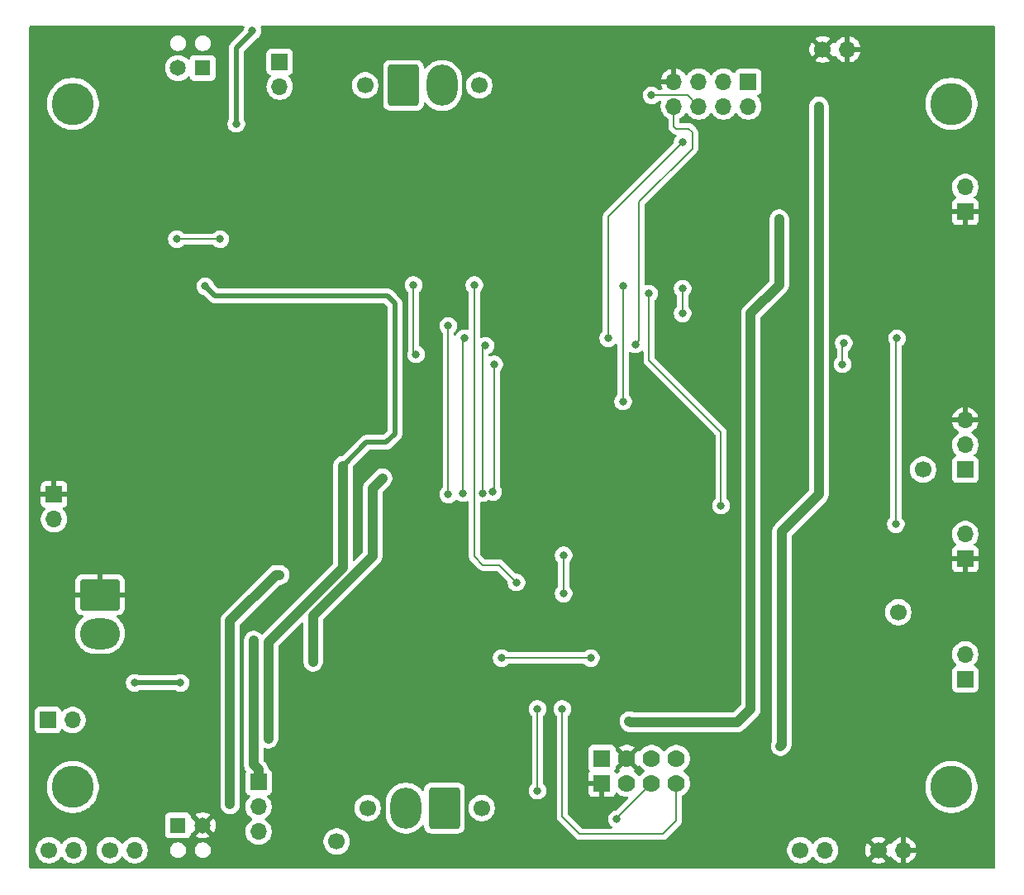
<source format=gbl>
G04 #@! TF.GenerationSoftware,KiCad,Pcbnew,9.0.5*
G04 #@! TF.CreationDate,2025-12-23T11:29:20-06:00*
G04 #@! TF.ProjectId,MotorBoard,4d6f746f-7242-46f6-9172-642e6b696361,v7*
G04 #@! TF.SameCoordinates,Original*
G04 #@! TF.FileFunction,Copper,L2,Bot*
G04 #@! TF.FilePolarity,Positive*
%FSLAX46Y46*%
G04 Gerber Fmt 4.6, Leading zero omitted, Abs format (unit mm)*
G04 Created by KiCad (PCBNEW 9.0.5) date 2025-12-23 11:29:20*
%MOMM*%
%LPD*%
G01*
G04 APERTURE LIST*
G04 Aperture macros list*
%AMRoundRect*
0 Rectangle with rounded corners*
0 $1 Rounding radius*
0 $2 $3 $4 $5 $6 $7 $8 $9 X,Y pos of 4 corners*
0 Add a 4 corners polygon primitive as box body*
4,1,4,$2,$3,$4,$5,$6,$7,$8,$9,$2,$3,0*
0 Add four circle primitives for the rounded corners*
1,1,$1+$1,$2,$3*
1,1,$1+$1,$4,$5*
1,1,$1+$1,$6,$7*
1,1,$1+$1,$8,$9*
0 Add four rect primitives between the rounded corners*
20,1,$1+$1,$2,$3,$4,$5,0*
20,1,$1+$1,$4,$5,$6,$7,0*
20,1,$1+$1,$6,$7,$8,$9,0*
20,1,$1+$1,$8,$9,$2,$3,0*%
G04 Aperture macros list end*
G04 #@! TA.AperFunction,ComponentPad*
%ADD10R,1.700000X1.700000*%
G04 #@! TD*
G04 #@! TA.AperFunction,ComponentPad*
%ADD11O,1.700000X1.700000*%
G04 #@! TD*
G04 #@! TA.AperFunction,ComponentPad*
%ADD12C,1.700000*%
G04 #@! TD*
G04 #@! TA.AperFunction,ComponentPad*
%ADD13RoundRect,0.250000X-1.330000X-1.850000X1.330000X-1.850000X1.330000X1.850000X-1.330000X1.850000X0*%
G04 #@! TD*
G04 #@! TA.AperFunction,ComponentPad*
%ADD14O,3.160000X4.200000*%
G04 #@! TD*
G04 #@! TA.AperFunction,ComponentPad*
%ADD15R,1.778000X1.778000*%
G04 #@! TD*
G04 #@! TA.AperFunction,ComponentPad*
%ADD16C,1.778000*%
G04 #@! TD*
G04 #@! TA.AperFunction,ComponentPad*
%ADD17C,4.318000*%
G04 #@! TD*
G04 #@! TA.AperFunction,ComponentPad*
%ADD18R,1.650000X1.650000*%
G04 #@! TD*
G04 #@! TA.AperFunction,ComponentPad*
%ADD19C,1.650000*%
G04 #@! TD*
G04 #@! TA.AperFunction,ComponentPad*
%ADD20RoundRect,0.250000X1.330000X1.850000X-1.330000X1.850000X-1.330000X-1.850000X1.330000X-1.850000X0*%
G04 #@! TD*
G04 #@! TA.AperFunction,ComponentPad*
%ADD21RoundRect,0.250000X-1.800000X1.330000X-1.800000X-1.330000X1.800000X-1.330000X1.800000X1.330000X0*%
G04 #@! TD*
G04 #@! TA.AperFunction,ComponentPad*
%ADD22O,4.100000X3.160000*%
G04 #@! TD*
G04 #@! TA.AperFunction,ViaPad*
%ADD23C,0.800000*%
G04 #@! TD*
G04 #@! TA.AperFunction,ViaPad*
%ADD24C,2.540000*%
G04 #@! TD*
G04 #@! TA.AperFunction,Conductor*
%ADD25C,1.000000*%
G04 #@! TD*
G04 #@! TA.AperFunction,Conductor*
%ADD26C,0.500000*%
G04 #@! TD*
G04 #@! TA.AperFunction,Conductor*
%ADD27C,0.200000*%
G04 #@! TD*
G04 #@! TA.AperFunction,Conductor*
%ADD28C,0.150000*%
G04 #@! TD*
G04 APERTURE END LIST*
D10*
X75184000Y-36700000D03*
D11*
X75184000Y-39240000D03*
D12*
X57785000Y-117475000D03*
D11*
X60325000Y-117475000D03*
D13*
X87861000Y-39116000D03*
D14*
X91821000Y-39116000D03*
D10*
X145415000Y-78486000D03*
D11*
X145415000Y-75946000D03*
X145415000Y-73406000D03*
D12*
X130810000Y-35433000D03*
D11*
X133350000Y-35433000D03*
D12*
X95885000Y-113157000D03*
D15*
X108204000Y-110617000D03*
D16*
X110744000Y-110617000D03*
X113284000Y-110617000D03*
X115824000Y-110617000D03*
D15*
X108204000Y-108077000D03*
D16*
X110744000Y-108077000D03*
X113284000Y-108077000D03*
X115824000Y-108077000D03*
D10*
X123190000Y-38735000D03*
D11*
X120650000Y-38735000D03*
X118110000Y-38735000D03*
X115570000Y-38735000D03*
X115570000Y-41275000D03*
X118110000Y-41275000D03*
X120650000Y-41275000D03*
X123190000Y-41275000D03*
D10*
X145415000Y-99949000D03*
D11*
X145415000Y-97409000D03*
D12*
X138557000Y-93091000D03*
X51557000Y-117475000D03*
D11*
X54097000Y-117475000D03*
D17*
X144000000Y-41000000D03*
X144000000Y-111000000D03*
X54000000Y-41000000D03*
D18*
X67310000Y-37338000D03*
D19*
X64770000Y-37338000D03*
D12*
X128524000Y-117475000D03*
D11*
X131064000Y-117475000D03*
D17*
X54000000Y-111000000D03*
D20*
X92075000Y-113157000D03*
D14*
X88115000Y-113157000D03*
D18*
X64770000Y-114935000D03*
D19*
X67310000Y-114935000D03*
D12*
X84201000Y-113157000D03*
D10*
X52070000Y-81021000D03*
D11*
X52070000Y-83561000D03*
D12*
X136525000Y-117475000D03*
D11*
X139065000Y-117475000D03*
D10*
X145415000Y-52070000D03*
D11*
X145415000Y-49530000D03*
D12*
X81026000Y-116586000D03*
X141097000Y-78486000D03*
X95631000Y-39116000D03*
D10*
X51430000Y-104140000D03*
D11*
X53970000Y-104140000D03*
D12*
X83947000Y-39116000D03*
D10*
X73025000Y-110490000D03*
D11*
X73025000Y-113030000D03*
X73025000Y-115570000D03*
D10*
X145415000Y-87630000D03*
D11*
X145415000Y-85090000D03*
D21*
X56769000Y-91313000D03*
D22*
X56769000Y-95273000D03*
D23*
X134747000Y-109982000D03*
X81280000Y-48514000D03*
X67564000Y-108712000D03*
D24*
X115951000Y-76426000D03*
D23*
X75565000Y-76327000D03*
X73152000Y-45720000D03*
X113792000Y-96438000D03*
D24*
X77089000Y-66929000D03*
X63754000Y-66675000D03*
D23*
X65913000Y-48260000D03*
X121076000Y-55581000D03*
X83947000Y-91440000D03*
X60325000Y-100330000D03*
X78613000Y-98171000D03*
X126619000Y-84836000D03*
X65024000Y-100330000D03*
X130429000Y-41275000D03*
X85725000Y-79375000D03*
X126492000Y-106807000D03*
X72390000Y-33528000D03*
X70739000Y-43053000D03*
X107061000Y-97790000D03*
X97917000Y-97790000D03*
X95123000Y-59563000D03*
X99441000Y-90043000D03*
X110363000Y-71501000D03*
X110363000Y-59690000D03*
X67564000Y-59690000D03*
X74041000Y-106045000D03*
X81661000Y-78105000D03*
X92456000Y-63754000D03*
X92456000Y-81026000D03*
X138430000Y-65024000D03*
X138303000Y-84074000D03*
X101600000Y-111379000D03*
X109728000Y-114300000D03*
X101600000Y-102997000D03*
X104140000Y-102997000D03*
X108839000Y-65024000D03*
X116459000Y-44958000D03*
X94107000Y-65024000D03*
X93980000Y-80899000D03*
X96266000Y-65786000D03*
X111633000Y-65659000D03*
X96012000Y-80899000D03*
X132969000Y-65532000D03*
X132842000Y-67691000D03*
X97155000Y-67691000D03*
X97028000Y-80772000D03*
X104267000Y-87249000D03*
X104267000Y-91186000D03*
X116459000Y-59944000D03*
X116459000Y-62484000D03*
X113030000Y-60452000D03*
X120396000Y-82169000D03*
X89154000Y-66675000D03*
X88900000Y-59563000D03*
X110998000Y-104267000D03*
X126365000Y-52832000D03*
X72517000Y-96012000D03*
X64643000Y-54864000D03*
X69088000Y-54864000D03*
X113284000Y-40132000D03*
X75184000Y-89281000D03*
X70104000Y-112776000D03*
D25*
X84709000Y-87376000D02*
X84709000Y-80391000D01*
D26*
X60325000Y-100330000D02*
X65024000Y-100330000D01*
X72390000Y-33655000D02*
X70739000Y-35306000D01*
X72390000Y-33655000D02*
X72390000Y-33528000D01*
D25*
X126619000Y-84836000D02*
X130429000Y-81026000D01*
X126619000Y-106680000D02*
X126492000Y-106807000D01*
X126619000Y-84836000D02*
X126619000Y-106680000D01*
X84709000Y-80391000D02*
X85725000Y-79375000D01*
X78613000Y-93472000D02*
X84709000Y-87376000D01*
X130429000Y-81026000D02*
X130429000Y-41275000D01*
X78613000Y-98171000D02*
X78613000Y-93472000D01*
D26*
X70739000Y-35306000D02*
X70739000Y-43053000D01*
D27*
X97917000Y-97790000D02*
X107061000Y-97790000D01*
D28*
X97663000Y-88265000D02*
X96012000Y-88265000D01*
X99441000Y-90043000D02*
X97663000Y-88265000D01*
X96012000Y-88265000D02*
X95123000Y-87376000D01*
X95123000Y-87376000D02*
X95123000Y-59563000D01*
D27*
X110363000Y-59690000D02*
X110363000Y-71501000D01*
D26*
X84074000Y-75692000D02*
X86106000Y-75692000D01*
X86106000Y-75692000D02*
X86995000Y-74803000D01*
D25*
X81661000Y-88519000D02*
X81661000Y-78105000D01*
X74041000Y-106045000D02*
X74041000Y-96139000D01*
D26*
X81661000Y-78105000D02*
X84074000Y-75692000D01*
X86995000Y-61468000D02*
X86233000Y-60706000D01*
X86233000Y-60706000D02*
X68580000Y-60706000D01*
X86995000Y-74803000D02*
X86995000Y-61468000D01*
D25*
X74041000Y-96139000D02*
X81661000Y-88519000D01*
D26*
X68580000Y-60706000D02*
X67564000Y-59690000D01*
D28*
X92456000Y-81026000D02*
X92456000Y-63754000D01*
D27*
X138303000Y-65151000D02*
X138430000Y-65024000D01*
X138303000Y-84074000D02*
X138303000Y-65151000D01*
D28*
X113284000Y-110617000D02*
X109728000Y-114173000D01*
X101600000Y-102997000D02*
X101600000Y-111379000D01*
X109728000Y-114173000D02*
X109728000Y-114300000D01*
X115824000Y-114427000D02*
X115824000Y-110617000D01*
X105918000Y-115824000D02*
X114427000Y-115824000D01*
X114427000Y-115824000D02*
X115824000Y-114427000D01*
X104140000Y-114046000D02*
X105918000Y-115824000D01*
X104140000Y-102997000D02*
X104140000Y-114046000D01*
X93980000Y-65151000D02*
X94107000Y-65024000D01*
X93980000Y-80899000D02*
X93980000Y-65151000D01*
X108839000Y-65024000D02*
X108839000Y-52578000D01*
X108839000Y-52578000D02*
X116459000Y-44958000D01*
X112014000Y-51054000D02*
X117475000Y-45593000D01*
X117475000Y-43942000D02*
X117094000Y-43561000D01*
X117094000Y-43561000D02*
X115824000Y-43561000D01*
X112014000Y-65278000D02*
X112014000Y-51054000D01*
X111633000Y-65659000D02*
X112014000Y-65278000D01*
X96012000Y-66040000D02*
X96266000Y-65786000D01*
X96012000Y-80899000D02*
X96012000Y-66040000D01*
X115570000Y-43307000D02*
X115570000Y-41275000D01*
X115824000Y-43561000D02*
X115570000Y-43307000D01*
X117475000Y-45593000D02*
X117475000Y-43942000D01*
X132842000Y-67691000D02*
X132842000Y-65786000D01*
X132842000Y-65786000D02*
X132715000Y-65659000D01*
X123190000Y-38735000D02*
X123571000Y-38735000D01*
X97155000Y-80645000D02*
X97155000Y-67691000D01*
X132715000Y-65659000D02*
X132842000Y-65659000D01*
X132842000Y-65659000D02*
X132969000Y-65532000D01*
X97028000Y-80772000D02*
X97155000Y-80645000D01*
X104267000Y-91186000D02*
X104267000Y-87249000D01*
X116459000Y-62484000D02*
X116459000Y-59944000D01*
X120396000Y-74676000D02*
X120396000Y-82169000D01*
X113030000Y-67310000D02*
X120396000Y-74676000D01*
X113030000Y-60452000D02*
X113030000Y-67310000D01*
X88900000Y-59563000D02*
X88900000Y-66421000D01*
X88900000Y-66421000D02*
X89154000Y-66675000D01*
D25*
X126365000Y-59563000D02*
X126365000Y-52832000D01*
X111125000Y-104394000D02*
X122047000Y-104394000D01*
X123444000Y-62484000D02*
X126365000Y-59563000D01*
X110998000Y-104267000D02*
X111125000Y-104394000D01*
X123444000Y-102997000D02*
X123444000Y-62484000D01*
X122047000Y-104394000D02*
X123444000Y-102997000D01*
X73025000Y-110490000D02*
X73025000Y-109220000D01*
X72517000Y-96012000D02*
X72517000Y-107188000D01*
X72517000Y-107188000D02*
X72517000Y-108712000D01*
X73025000Y-109220000D02*
X72517000Y-108712000D01*
D28*
X69088000Y-54864000D02*
X64643000Y-54864000D01*
D26*
X75184000Y-39621000D02*
X75184000Y-39240000D01*
D28*
X116967000Y-40132000D02*
X113284000Y-40132000D01*
X118110000Y-41275000D02*
X116967000Y-40132000D01*
D25*
X70104000Y-93980000D02*
X74803000Y-89281000D01*
X70104000Y-112776000D02*
X70104000Y-93980000D01*
X74803000Y-89281000D02*
X75184000Y-89281000D01*
G04 #@! TA.AperFunction,Conductor*
G36*
X111887191Y-108866639D02*
G01*
X111887191Y-108866638D01*
X111913372Y-108830605D01*
X111968702Y-108787939D01*
X112038315Y-108781960D01*
X112100110Y-108814565D01*
X112114008Y-108830605D01*
X112224142Y-108982192D01*
X112224146Y-108982197D01*
X112378806Y-109136857D01*
X112529969Y-109246682D01*
X112572635Y-109302011D01*
X112578614Y-109371625D01*
X112546009Y-109433420D01*
X112529969Y-109447318D01*
X112378806Y-109557142D01*
X112224142Y-109711806D01*
X112114318Y-109862969D01*
X112058989Y-109905635D01*
X111989375Y-109911614D01*
X111927580Y-109879009D01*
X111913682Y-109862969D01*
X111803857Y-109711806D01*
X111649197Y-109557146D01*
X111649192Y-109557142D01*
X111497605Y-109447008D01*
X111454939Y-109391678D01*
X111448960Y-109322065D01*
X111481565Y-109260270D01*
X111497605Y-109246372D01*
X111533638Y-109220191D01*
X111533639Y-109220191D01*
X110879942Y-108566495D01*
X110940081Y-108550381D01*
X111055920Y-108483502D01*
X111150502Y-108388920D01*
X111217381Y-108273081D01*
X111233495Y-108212942D01*
X111887191Y-108866639D01*
G37*
G04 #@! TD.AperFunction*
G04 #@! TA.AperFunction,Conductor*
G36*
X110270619Y-108273081D02*
G01*
X110337498Y-108388920D01*
X110432080Y-108483502D01*
X110547919Y-108550381D01*
X110608057Y-108566494D01*
X109954360Y-109220191D01*
X109954360Y-109220192D01*
X109990394Y-109246372D01*
X110033060Y-109301701D01*
X110039039Y-109371315D01*
X110006434Y-109433110D01*
X109990394Y-109447008D01*
X109838808Y-109557141D01*
X109774302Y-109621647D01*
X109750495Y-109634645D01*
X109728593Y-109650646D01*
X109720282Y-109651142D01*
X109712978Y-109655131D01*
X109685929Y-109653196D01*
X109658848Y-109654815D01*
X109651587Y-109650739D01*
X109643287Y-109650146D01*
X109621575Y-109633893D01*
X109597920Y-109620615D01*
X109592567Y-109612178D01*
X109587353Y-109608275D01*
X109577101Y-109592115D01*
X109478052Y-109405566D01*
X109472878Y-109380366D01*
X109463888Y-109356263D01*
X109465967Y-109346705D01*
X109464000Y-109337124D01*
X109473271Y-109313126D01*
X109478740Y-109287990D01*
X109488300Y-109273112D01*
X109536796Y-109208331D01*
X109587091Y-109073483D01*
X109593500Y-109013873D01*
X109593499Y-108925305D01*
X109613183Y-108858270D01*
X109629818Y-108837627D01*
X110254504Y-108212941D01*
X110270619Y-108273081D01*
G37*
G04 #@! TD.AperFunction*
G04 #@! TA.AperFunction,Conductor*
G36*
X71506980Y-33040185D02*
G01*
X71552735Y-33092989D01*
X71562679Y-33162147D01*
X71554503Y-33191946D01*
X71528871Y-33253829D01*
X71524105Y-33265336D01*
X71524103Y-33265341D01*
X71489500Y-33439304D01*
X71489500Y-33442769D01*
X71488986Y-33444516D01*
X71488903Y-33445369D01*
X71488741Y-33445353D01*
X71469815Y-33509808D01*
X71453181Y-33530450D01*
X70156050Y-34827580D01*
X70156044Y-34827588D01*
X70106812Y-34901268D01*
X70106813Y-34901269D01*
X70073921Y-34950496D01*
X70073914Y-34950508D01*
X70017342Y-35087086D01*
X70017340Y-35087092D01*
X69988500Y-35232079D01*
X69988500Y-42517729D01*
X69968815Y-42584768D01*
X69967602Y-42586620D01*
X69940988Y-42626449D01*
X69940987Y-42626452D01*
X69873106Y-42790332D01*
X69873103Y-42790341D01*
X69838500Y-42964304D01*
X69838500Y-43141695D01*
X69873103Y-43315658D01*
X69873106Y-43315667D01*
X69940983Y-43479540D01*
X69940990Y-43479553D01*
X70039535Y-43627034D01*
X70039538Y-43627038D01*
X70164961Y-43752461D01*
X70164965Y-43752464D01*
X70312446Y-43851009D01*
X70312459Y-43851016D01*
X70435363Y-43901923D01*
X70476334Y-43918894D01*
X70476336Y-43918894D01*
X70476341Y-43918896D01*
X70650304Y-43953499D01*
X70650307Y-43953500D01*
X70650309Y-43953500D01*
X70827693Y-43953500D01*
X70827694Y-43953499D01*
X70885682Y-43941964D01*
X71001658Y-43918896D01*
X71001661Y-43918894D01*
X71001666Y-43918894D01*
X71165547Y-43851013D01*
X71313035Y-43752464D01*
X71438464Y-43627035D01*
X71537013Y-43479547D01*
X71604894Y-43315666D01*
X71639500Y-43141691D01*
X71639500Y-42964309D01*
X71639500Y-42964306D01*
X71639499Y-42964304D01*
X71604896Y-42790341D01*
X71604893Y-42790332D01*
X71598515Y-42774934D01*
X71537013Y-42626453D01*
X71537011Y-42626451D01*
X71537011Y-42626449D01*
X71510398Y-42586620D01*
X71489520Y-42519942D01*
X71489500Y-42517729D01*
X71489500Y-35802135D01*
X73833500Y-35802135D01*
X73833500Y-37597870D01*
X73833501Y-37597876D01*
X73839908Y-37657483D01*
X73890202Y-37792328D01*
X73890206Y-37792335D01*
X73976452Y-37907544D01*
X73976455Y-37907547D01*
X74091664Y-37993793D01*
X74091671Y-37993797D01*
X74223082Y-38042810D01*
X74279016Y-38084681D01*
X74303433Y-38150145D01*
X74288582Y-38218418D01*
X74267431Y-38246673D01*
X74153889Y-38360215D01*
X74028951Y-38532179D01*
X73932444Y-38721585D01*
X73866753Y-38923760D01*
X73846580Y-39051129D01*
X73833500Y-39133713D01*
X73833500Y-39346287D01*
X73837339Y-39370524D01*
X73865835Y-39550444D01*
X73866754Y-39556243D01*
X73917208Y-39711525D01*
X73932444Y-39758414D01*
X74028951Y-39947820D01*
X74153890Y-40119786D01*
X74304213Y-40270109D01*
X74476179Y-40395048D01*
X74476181Y-40395049D01*
X74476184Y-40395051D01*
X74665588Y-40491557D01*
X74867757Y-40557246D01*
X75077713Y-40590500D01*
X75077714Y-40590500D01*
X75290286Y-40590500D01*
X75290287Y-40590500D01*
X75500243Y-40557246D01*
X75702412Y-40491557D01*
X75891816Y-40395051D01*
X75929661Y-40367555D01*
X76063786Y-40270109D01*
X76063788Y-40270106D01*
X76063792Y-40270104D01*
X76214104Y-40119792D01*
X76214106Y-40119788D01*
X76214109Y-40119786D01*
X76339048Y-39947820D01*
X76339047Y-39947820D01*
X76339051Y-39947816D01*
X76435557Y-39758412D01*
X76501246Y-39556243D01*
X76534500Y-39346287D01*
X76534500Y-39133713D01*
X76514860Y-39009713D01*
X82596500Y-39009713D01*
X82596500Y-39222286D01*
X82621995Y-39383259D01*
X82629754Y-39432243D01*
X82694946Y-39632883D01*
X82695444Y-39634414D01*
X82791951Y-39823820D01*
X82916890Y-39995786D01*
X83067213Y-40146109D01*
X83239179Y-40271048D01*
X83239181Y-40271049D01*
X83239184Y-40271051D01*
X83428588Y-40367557D01*
X83630757Y-40433246D01*
X83840713Y-40466500D01*
X83840714Y-40466500D01*
X84053286Y-40466500D01*
X84053287Y-40466500D01*
X84263243Y-40433246D01*
X84465412Y-40367557D01*
X84654816Y-40271051D01*
X84724131Y-40220691D01*
X84826786Y-40146109D01*
X84826788Y-40146106D01*
X84826792Y-40146104D01*
X84977104Y-39995792D01*
X84977106Y-39995788D01*
X84977109Y-39995786D01*
X85102048Y-39823820D01*
X85102047Y-39823820D01*
X85102051Y-39823816D01*
X85198557Y-39634412D01*
X85264246Y-39432243D01*
X85297500Y-39222287D01*
X85297500Y-39009713D01*
X85264246Y-38799757D01*
X85198557Y-38597588D01*
X85102051Y-38408184D01*
X85102049Y-38408181D01*
X85102048Y-38408179D01*
X84977109Y-38236213D01*
X84826786Y-38085890D01*
X84654820Y-37960951D01*
X84465414Y-37864444D01*
X84465413Y-37864443D01*
X84465412Y-37864443D01*
X84263243Y-37798754D01*
X84263241Y-37798753D01*
X84263240Y-37798753D01*
X84101957Y-37773208D01*
X84053287Y-37765500D01*
X83840713Y-37765500D01*
X83792042Y-37773208D01*
X83630760Y-37798753D01*
X83630757Y-37798754D01*
X83455989Y-37855540D01*
X83428585Y-37864444D01*
X83239179Y-37960951D01*
X83067213Y-38085890D01*
X82916890Y-38236213D01*
X82791951Y-38408179D01*
X82695444Y-38597585D01*
X82629753Y-38799760D01*
X82596500Y-39009713D01*
X76514860Y-39009713D01*
X76501246Y-38923757D01*
X76435557Y-38721588D01*
X76339051Y-38532184D01*
X76339049Y-38532181D01*
X76339048Y-38532179D01*
X76214109Y-38360213D01*
X76100569Y-38246673D01*
X76067084Y-38185350D01*
X76072068Y-38115658D01*
X76113940Y-38059725D01*
X76144915Y-38042810D01*
X76276331Y-37993796D01*
X76391546Y-37907546D01*
X76477796Y-37792331D01*
X76528091Y-37657483D01*
X76534500Y-37597873D01*
X76534500Y-37215983D01*
X85780500Y-37215983D01*
X85780500Y-41016001D01*
X85780501Y-41016018D01*
X85791000Y-41118796D01*
X85791001Y-41118799D01*
X85846185Y-41285331D01*
X85846186Y-41285334D01*
X85938288Y-41434656D01*
X86062344Y-41558712D01*
X86211666Y-41650814D01*
X86378203Y-41705999D01*
X86480991Y-41716500D01*
X89241008Y-41716499D01*
X89343797Y-41705999D01*
X89510334Y-41650814D01*
X89659656Y-41558712D01*
X89783712Y-41434656D01*
X89875814Y-41285334D01*
X89930999Y-41118797D01*
X89941500Y-41016009D01*
X89941499Y-40969472D01*
X89961182Y-40902437D01*
X90013985Y-40856681D01*
X90083144Y-40846736D01*
X90146700Y-40875759D01*
X90163875Y-40893988D01*
X90253439Y-41010710D01*
X90253445Y-41010717D01*
X90446282Y-41203554D01*
X90446289Y-41203560D01*
X90662656Y-41369584D01*
X90898840Y-41505945D01*
X90898855Y-41505952D01*
X91026225Y-41558710D01*
X91150810Y-41610315D01*
X91414244Y-41680902D01*
X91684637Y-41716500D01*
X91684644Y-41716500D01*
X91957356Y-41716500D01*
X91957363Y-41716500D01*
X92227756Y-41680902D01*
X92491190Y-41610315D01*
X92743156Y-41505947D01*
X92979344Y-41369584D01*
X93195712Y-41203559D01*
X93388559Y-41010712D01*
X93554584Y-40794344D01*
X93690947Y-40558156D01*
X93795315Y-40306190D01*
X93865902Y-40042756D01*
X93901500Y-39772363D01*
X93901500Y-39009713D01*
X94280500Y-39009713D01*
X94280500Y-39222286D01*
X94305995Y-39383259D01*
X94313754Y-39432243D01*
X94378946Y-39632883D01*
X94379444Y-39634414D01*
X94475951Y-39823820D01*
X94600890Y-39995786D01*
X94751213Y-40146109D01*
X94923179Y-40271048D01*
X94923181Y-40271049D01*
X94923184Y-40271051D01*
X95112588Y-40367557D01*
X95314757Y-40433246D01*
X95524713Y-40466500D01*
X95524714Y-40466500D01*
X95737286Y-40466500D01*
X95737287Y-40466500D01*
X95947243Y-40433246D01*
X96149412Y-40367557D01*
X96338816Y-40271051D01*
X96408131Y-40220691D01*
X96510786Y-40146109D01*
X96510788Y-40146106D01*
X96510792Y-40146104D01*
X96661104Y-39995792D01*
X96661106Y-39995788D01*
X96661109Y-39995786D01*
X96786048Y-39823820D01*
X96786047Y-39823820D01*
X96786051Y-39823816D01*
X96882557Y-39634412D01*
X96948246Y-39432243D01*
X96981500Y-39222287D01*
X96981500Y-39009713D01*
X96948246Y-38799757D01*
X96882557Y-38597588D01*
X96786051Y-38408184D01*
X96786049Y-38408181D01*
X96786048Y-38408179D01*
X96661109Y-38236213D01*
X96510786Y-38085890D01*
X96338820Y-37960951D01*
X96149414Y-37864444D01*
X96149413Y-37864443D01*
X96149412Y-37864443D01*
X95947243Y-37798754D01*
X95947241Y-37798753D01*
X95947240Y-37798753D01*
X95785957Y-37773208D01*
X95737287Y-37765500D01*
X95524713Y-37765500D01*
X95476042Y-37773208D01*
X95314760Y-37798753D01*
X95314757Y-37798754D01*
X95139989Y-37855540D01*
X95112585Y-37864444D01*
X94923179Y-37960951D01*
X94751213Y-38085890D01*
X94600890Y-38236213D01*
X94475951Y-38408179D01*
X94379444Y-38597585D01*
X94313753Y-38799760D01*
X94280500Y-39009713D01*
X93901500Y-39009713D01*
X93901500Y-38459637D01*
X93865902Y-38189244D01*
X93795315Y-37925810D01*
X93733890Y-37777517D01*
X93690952Y-37673855D01*
X93690945Y-37673840D01*
X93554584Y-37437656D01*
X93388560Y-37221289D01*
X93388554Y-37221282D01*
X93195717Y-37028445D01*
X93195710Y-37028439D01*
X92979343Y-36862415D01*
X92743159Y-36726054D01*
X92743144Y-36726047D01*
X92539247Y-36641590D01*
X92491190Y-36621685D01*
X92491188Y-36621684D01*
X92491187Y-36621684D01*
X92487836Y-36620786D01*
X92487835Y-36620786D01*
X92227756Y-36551098D01*
X92227755Y-36551097D01*
X92227752Y-36551097D01*
X91957372Y-36515501D01*
X91957369Y-36515500D01*
X91957363Y-36515500D01*
X91684637Y-36515500D01*
X91684631Y-36515500D01*
X91684627Y-36515501D01*
X91414245Y-36551097D01*
X91150811Y-36621684D01*
X90898855Y-36726047D01*
X90898840Y-36726054D01*
X90662656Y-36862415D01*
X90446289Y-37028439D01*
X90446282Y-37028445D01*
X90253445Y-37221282D01*
X90253439Y-37221289D01*
X90163875Y-37338012D01*
X90107447Y-37379215D01*
X90037701Y-37383370D01*
X89976781Y-37349158D01*
X89944028Y-37287440D01*
X89941499Y-37262526D01*
X89941499Y-37215998D01*
X89941498Y-37215981D01*
X89930999Y-37113203D01*
X89930998Y-37113200D01*
X89902913Y-37028445D01*
X89875814Y-36946666D01*
X89783712Y-36797344D01*
X89659656Y-36673288D01*
X89520772Y-36587624D01*
X89510336Y-36581187D01*
X89510331Y-36581185D01*
X89508862Y-36580698D01*
X89343797Y-36526001D01*
X89343795Y-36526000D01*
X89241010Y-36515500D01*
X86480998Y-36515500D01*
X86480981Y-36515501D01*
X86378203Y-36526000D01*
X86378200Y-36526001D01*
X86211668Y-36581185D01*
X86211663Y-36581187D01*
X86062342Y-36673289D01*
X85938289Y-36797342D01*
X85846187Y-36946663D01*
X85846186Y-36946666D01*
X85791001Y-37113203D01*
X85791001Y-37113204D01*
X85791000Y-37113204D01*
X85780500Y-37215983D01*
X76534500Y-37215983D01*
X76534499Y-36684095D01*
X76534499Y-35802129D01*
X76534498Y-35802123D01*
X76534497Y-35802116D01*
X76528091Y-35742517D01*
X76484630Y-35625993D01*
X76477797Y-35607671D01*
X76477793Y-35607664D01*
X76426123Y-35538643D01*
X76391546Y-35492454D01*
X76276331Y-35406204D01*
X76276328Y-35406202D01*
X76141482Y-35355908D01*
X76141483Y-35355908D01*
X76081883Y-35349501D01*
X76081881Y-35349500D01*
X76081873Y-35349500D01*
X76081864Y-35349500D01*
X74286129Y-35349500D01*
X74286123Y-35349501D01*
X74226516Y-35355908D01*
X74091671Y-35406202D01*
X74091664Y-35406206D01*
X73976455Y-35492452D01*
X73976452Y-35492455D01*
X73890206Y-35607664D01*
X73890202Y-35607671D01*
X73839908Y-35742517D01*
X73835174Y-35786554D01*
X73833501Y-35802123D01*
X73833500Y-35802135D01*
X71489500Y-35802135D01*
X71489500Y-35668228D01*
X71509185Y-35601189D01*
X71525814Y-35580552D01*
X71779613Y-35326753D01*
X129460000Y-35326753D01*
X129460000Y-35539246D01*
X129493242Y-35749127D01*
X129493242Y-35749130D01*
X129558904Y-35951217D01*
X129655375Y-36140550D01*
X129694728Y-36194716D01*
X130327037Y-35562408D01*
X130344075Y-35625993D01*
X130409901Y-35740007D01*
X130502993Y-35833099D01*
X130617007Y-35898925D01*
X130680590Y-35915962D01*
X130048282Y-36548269D01*
X130048282Y-36548270D01*
X130102449Y-36587624D01*
X130291782Y-36684095D01*
X130493870Y-36749757D01*
X130703754Y-36783000D01*
X130916246Y-36783000D01*
X131126127Y-36749757D01*
X131126130Y-36749757D01*
X131328217Y-36684095D01*
X131517554Y-36587622D01*
X131571716Y-36548270D01*
X131571717Y-36548270D01*
X130939408Y-35915962D01*
X131002993Y-35898925D01*
X131117007Y-35833099D01*
X131210099Y-35740007D01*
X131275925Y-35625993D01*
X131292962Y-35562408D01*
X131925270Y-36194717D01*
X131925270Y-36194716D01*
X131964622Y-36140554D01*
X131969514Y-36130954D01*
X132017488Y-36080157D01*
X132085308Y-36063361D01*
X132151444Y-36085897D01*
X132190486Y-36130954D01*
X132195379Y-36140558D01*
X132320272Y-36312459D01*
X132320276Y-36312464D01*
X132470535Y-36462723D01*
X132470540Y-36462727D01*
X132642442Y-36587620D01*
X132831782Y-36684095D01*
X133033871Y-36749757D01*
X133100000Y-36760231D01*
X133100000Y-35866012D01*
X133157007Y-35898925D01*
X133284174Y-35933000D01*
X133415826Y-35933000D01*
X133542993Y-35898925D01*
X133600000Y-35866012D01*
X133600000Y-36760230D01*
X133666126Y-36749757D01*
X133666129Y-36749757D01*
X133868217Y-36684095D01*
X134057557Y-36587620D01*
X134229459Y-36462727D01*
X134229464Y-36462723D01*
X134379723Y-36312464D01*
X134379727Y-36312459D01*
X134504620Y-36140557D01*
X134601095Y-35951217D01*
X134666757Y-35749129D01*
X134666757Y-35749126D01*
X134677231Y-35683000D01*
X133783012Y-35683000D01*
X133815925Y-35625993D01*
X133850000Y-35498826D01*
X133850000Y-35367174D01*
X133815925Y-35240007D01*
X133783012Y-35183000D01*
X134677231Y-35183000D01*
X134666757Y-35116873D01*
X134666757Y-35116870D01*
X134601095Y-34914782D01*
X134504620Y-34725442D01*
X134379727Y-34553540D01*
X134379723Y-34553535D01*
X134229464Y-34403276D01*
X134229459Y-34403272D01*
X134057557Y-34278379D01*
X133868215Y-34181903D01*
X133666124Y-34116241D01*
X133600000Y-34105768D01*
X133600000Y-34999988D01*
X133542993Y-34967075D01*
X133415826Y-34933000D01*
X133284174Y-34933000D01*
X133157007Y-34967075D01*
X133100000Y-34999988D01*
X133100000Y-34105768D01*
X133099999Y-34105768D01*
X133033875Y-34116241D01*
X132831784Y-34181903D01*
X132642442Y-34278379D01*
X132470540Y-34403272D01*
X132470535Y-34403276D01*
X132320276Y-34553535D01*
X132320272Y-34553540D01*
X132195377Y-34725444D01*
X132190484Y-34735048D01*
X132142509Y-34785844D01*
X132074688Y-34802638D01*
X132008553Y-34780100D01*
X131969516Y-34735048D01*
X131964626Y-34725452D01*
X131925270Y-34671282D01*
X131925269Y-34671282D01*
X131292962Y-35303590D01*
X131275925Y-35240007D01*
X131210099Y-35125993D01*
X131117007Y-35032901D01*
X131002993Y-34967075D01*
X130939409Y-34950037D01*
X131571716Y-34317728D01*
X131517550Y-34278375D01*
X131328217Y-34181904D01*
X131126129Y-34116242D01*
X130916246Y-34083000D01*
X130703754Y-34083000D01*
X130493872Y-34116242D01*
X130493869Y-34116242D01*
X130291782Y-34181904D01*
X130102439Y-34278380D01*
X130048282Y-34317727D01*
X130048282Y-34317728D01*
X130680591Y-34950037D01*
X130617007Y-34967075D01*
X130502993Y-35032901D01*
X130409901Y-35125993D01*
X130344075Y-35240007D01*
X130327037Y-35303591D01*
X129694728Y-34671282D01*
X129694727Y-34671282D01*
X129655380Y-34725439D01*
X129558904Y-34914782D01*
X129493242Y-35116869D01*
X129493242Y-35116872D01*
X129460000Y-35326753D01*
X71779613Y-35326753D01*
X72737322Y-34369043D01*
X72777546Y-34342166D01*
X72816547Y-34326013D01*
X72964035Y-34227464D01*
X73089464Y-34102035D01*
X73188013Y-33954547D01*
X73255894Y-33790666D01*
X73290500Y-33616691D01*
X73290500Y-33439309D01*
X73290500Y-33439306D01*
X73290499Y-33439304D01*
X73255896Y-33265341D01*
X73255894Y-33265336D01*
X73255894Y-33265334D01*
X73225497Y-33191949D01*
X73218029Y-33122483D01*
X73249304Y-33060004D01*
X73309393Y-33024352D01*
X73340059Y-33020500D01*
X148345500Y-33020500D01*
X148412539Y-33040185D01*
X148458294Y-33092989D01*
X148469500Y-33144500D01*
X148469500Y-119255500D01*
X148449815Y-119322539D01*
X148397011Y-119368294D01*
X148345500Y-119379500D01*
X49654500Y-119379500D01*
X49587461Y-119359815D01*
X49541706Y-119307011D01*
X49530500Y-119255500D01*
X49530500Y-117368713D01*
X50206500Y-117368713D01*
X50206500Y-117581286D01*
X50239735Y-117791127D01*
X50239754Y-117791243D01*
X50303633Y-117987842D01*
X50305444Y-117993414D01*
X50401951Y-118182820D01*
X50526890Y-118354786D01*
X50677213Y-118505109D01*
X50849179Y-118630048D01*
X50849181Y-118630049D01*
X50849184Y-118630051D01*
X51038588Y-118726557D01*
X51240757Y-118792246D01*
X51450713Y-118825500D01*
X51450714Y-118825500D01*
X51663286Y-118825500D01*
X51663287Y-118825500D01*
X51873243Y-118792246D01*
X52075412Y-118726557D01*
X52264816Y-118630051D01*
X52319572Y-118590269D01*
X52436786Y-118505109D01*
X52436788Y-118505106D01*
X52436792Y-118505104D01*
X52587104Y-118354792D01*
X52587106Y-118354788D01*
X52587109Y-118354786D01*
X52712048Y-118182820D01*
X52712047Y-118182820D01*
X52712051Y-118182816D01*
X52716514Y-118174054D01*
X52764488Y-118123259D01*
X52832308Y-118106463D01*
X52898444Y-118128999D01*
X52937486Y-118174056D01*
X52941951Y-118182820D01*
X53066890Y-118354786D01*
X53217213Y-118505109D01*
X53389179Y-118630048D01*
X53389181Y-118630049D01*
X53389184Y-118630051D01*
X53578588Y-118726557D01*
X53780757Y-118792246D01*
X53990713Y-118825500D01*
X53990714Y-118825500D01*
X54203286Y-118825500D01*
X54203287Y-118825500D01*
X54413243Y-118792246D01*
X54615412Y-118726557D01*
X54804816Y-118630051D01*
X54859572Y-118590269D01*
X54976786Y-118505109D01*
X54976788Y-118505106D01*
X54976792Y-118505104D01*
X55127104Y-118354792D01*
X55127106Y-118354788D01*
X55127109Y-118354786D01*
X55252048Y-118182820D01*
X55252047Y-118182820D01*
X55252051Y-118182816D01*
X55348557Y-117993412D01*
X55414246Y-117791243D01*
X55447500Y-117581287D01*
X55447500Y-117368713D01*
X56434500Y-117368713D01*
X56434500Y-117581286D01*
X56467735Y-117791127D01*
X56467754Y-117791243D01*
X56531633Y-117987842D01*
X56533444Y-117993414D01*
X56629951Y-118182820D01*
X56754890Y-118354786D01*
X56905213Y-118505109D01*
X57077179Y-118630048D01*
X57077181Y-118630049D01*
X57077184Y-118630051D01*
X57266588Y-118726557D01*
X57468757Y-118792246D01*
X57678713Y-118825500D01*
X57678714Y-118825500D01*
X57891286Y-118825500D01*
X57891287Y-118825500D01*
X58101243Y-118792246D01*
X58303412Y-118726557D01*
X58492816Y-118630051D01*
X58547572Y-118590269D01*
X58664786Y-118505109D01*
X58664788Y-118505106D01*
X58664792Y-118505104D01*
X58815104Y-118354792D01*
X58815106Y-118354788D01*
X58815109Y-118354786D01*
X58940048Y-118182820D01*
X58940047Y-118182820D01*
X58940051Y-118182816D01*
X58944514Y-118174054D01*
X58992488Y-118123259D01*
X59060308Y-118106463D01*
X59126444Y-118128999D01*
X59165486Y-118174056D01*
X59169951Y-118182820D01*
X59294890Y-118354786D01*
X59445213Y-118505109D01*
X59617179Y-118630048D01*
X59617181Y-118630049D01*
X59617184Y-118630051D01*
X59806588Y-118726557D01*
X60008757Y-118792246D01*
X60218713Y-118825500D01*
X60218714Y-118825500D01*
X60431286Y-118825500D01*
X60431287Y-118825500D01*
X60641243Y-118792246D01*
X60843412Y-118726557D01*
X61032816Y-118630051D01*
X61087572Y-118590269D01*
X61204786Y-118505109D01*
X61204788Y-118505106D01*
X61204792Y-118505104D01*
X61355104Y-118354792D01*
X61355106Y-118354788D01*
X61355109Y-118354786D01*
X61480048Y-118182820D01*
X61480047Y-118182820D01*
X61480051Y-118182816D01*
X61576557Y-117993412D01*
X61642246Y-117791243D01*
X61675500Y-117581287D01*
X61675500Y-117395759D01*
X63965500Y-117395759D01*
X63965500Y-117554240D01*
X63996414Y-117709656D01*
X63996416Y-117709664D01*
X64057059Y-117856071D01*
X64057064Y-117856080D01*
X64145103Y-117987838D01*
X64145106Y-117987842D01*
X64257157Y-118099893D01*
X64257161Y-118099896D01*
X64388919Y-118187935D01*
X64388925Y-118187938D01*
X64388926Y-118187939D01*
X64535336Y-118248584D01*
X64690759Y-118279499D01*
X64690763Y-118279500D01*
X64690764Y-118279500D01*
X64849237Y-118279500D01*
X64849238Y-118279499D01*
X65004664Y-118248584D01*
X65151074Y-118187939D01*
X65282839Y-118099896D01*
X65394896Y-117987839D01*
X65482939Y-117856074D01*
X65543584Y-117709664D01*
X65574500Y-117554236D01*
X65574500Y-117395764D01*
X65574499Y-117395759D01*
X66505500Y-117395759D01*
X66505500Y-117554240D01*
X66536414Y-117709656D01*
X66536416Y-117709664D01*
X66597059Y-117856071D01*
X66597064Y-117856080D01*
X66685103Y-117987838D01*
X66685106Y-117987842D01*
X66797157Y-118099893D01*
X66797161Y-118099896D01*
X66928919Y-118187935D01*
X66928925Y-118187938D01*
X66928926Y-118187939D01*
X67075336Y-118248584D01*
X67230759Y-118279499D01*
X67230763Y-118279500D01*
X67230764Y-118279500D01*
X67389237Y-118279500D01*
X67389238Y-118279499D01*
X67544664Y-118248584D01*
X67691074Y-118187939D01*
X67822839Y-118099896D01*
X67934896Y-117987839D01*
X68022939Y-117856074D01*
X68083584Y-117709664D01*
X68114500Y-117554236D01*
X68114500Y-117395764D01*
X68083584Y-117240336D01*
X68027283Y-117104414D01*
X68022940Y-117093928D01*
X68022935Y-117093919D01*
X67934896Y-116962161D01*
X67934893Y-116962157D01*
X67822842Y-116850106D01*
X67822838Y-116850103D01*
X67691080Y-116762064D01*
X67691071Y-116762059D01*
X67544664Y-116701416D01*
X67544656Y-116701414D01*
X67389240Y-116670500D01*
X67389236Y-116670500D01*
X67230764Y-116670500D01*
X67230759Y-116670500D01*
X67075343Y-116701414D01*
X67075335Y-116701416D01*
X66928928Y-116762059D01*
X66928919Y-116762064D01*
X66797161Y-116850103D01*
X66797157Y-116850106D01*
X66685106Y-116962157D01*
X66685103Y-116962161D01*
X66597064Y-117093919D01*
X66597059Y-117093928D01*
X66536416Y-117240335D01*
X66536414Y-117240343D01*
X66505500Y-117395759D01*
X65574499Y-117395759D01*
X65543584Y-117240336D01*
X65487283Y-117104414D01*
X65482940Y-117093928D01*
X65482935Y-117093919D01*
X65394896Y-116962161D01*
X65394893Y-116962157D01*
X65282842Y-116850106D01*
X65282838Y-116850103D01*
X65151080Y-116762064D01*
X65151071Y-116762059D01*
X65004664Y-116701416D01*
X65004656Y-116701414D01*
X64849240Y-116670500D01*
X64849236Y-116670500D01*
X64690764Y-116670500D01*
X64690759Y-116670500D01*
X64535343Y-116701414D01*
X64535335Y-116701416D01*
X64388928Y-116762059D01*
X64388919Y-116762064D01*
X64257161Y-116850103D01*
X64257157Y-116850106D01*
X64145106Y-116962157D01*
X64145103Y-116962161D01*
X64057064Y-117093919D01*
X64057059Y-117093928D01*
X63996416Y-117240335D01*
X63996414Y-117240343D01*
X63965500Y-117395759D01*
X61675500Y-117395759D01*
X61675500Y-117368713D01*
X61642246Y-117158757D01*
X61576557Y-116956588D01*
X61480051Y-116767184D01*
X61480049Y-116767181D01*
X61480048Y-116767179D01*
X61355109Y-116595213D01*
X61204786Y-116444890D01*
X61032820Y-116319951D01*
X60843414Y-116223444D01*
X60843413Y-116223443D01*
X60843412Y-116223443D01*
X60641243Y-116157754D01*
X60641241Y-116157753D01*
X60641240Y-116157753D01*
X60479957Y-116132208D01*
X60431287Y-116124500D01*
X60218713Y-116124500D01*
X60170042Y-116132208D01*
X60008760Y-116157753D01*
X59806585Y-116223444D01*
X59617179Y-116319951D01*
X59445213Y-116444890D01*
X59294890Y-116595213D01*
X59169949Y-116767182D01*
X59165484Y-116775946D01*
X59117509Y-116826742D01*
X59049688Y-116843536D01*
X58983553Y-116820998D01*
X58944516Y-116775946D01*
X58940050Y-116767182D01*
X58815109Y-116595213D01*
X58664786Y-116444890D01*
X58492820Y-116319951D01*
X58303414Y-116223444D01*
X58303413Y-116223443D01*
X58303412Y-116223443D01*
X58101243Y-116157754D01*
X58101241Y-116157753D01*
X58101240Y-116157753D01*
X57939957Y-116132208D01*
X57891287Y-116124500D01*
X57678713Y-116124500D01*
X57630042Y-116132208D01*
X57468760Y-116157753D01*
X57266585Y-116223444D01*
X57077179Y-116319951D01*
X56905213Y-116444890D01*
X56754890Y-116595213D01*
X56629951Y-116767179D01*
X56533444Y-116956585D01*
X56467753Y-117158760D01*
X56434500Y-117368713D01*
X55447500Y-117368713D01*
X55414246Y-117158757D01*
X55348557Y-116956588D01*
X55252051Y-116767184D01*
X55252049Y-116767181D01*
X55252048Y-116767179D01*
X55127109Y-116595213D01*
X54976786Y-116444890D01*
X54804820Y-116319951D01*
X54615414Y-116223444D01*
X54615413Y-116223443D01*
X54615412Y-116223443D01*
X54413243Y-116157754D01*
X54413241Y-116157753D01*
X54413240Y-116157753D01*
X54251957Y-116132208D01*
X54203287Y-116124500D01*
X53990713Y-116124500D01*
X53942042Y-116132208D01*
X53780760Y-116157753D01*
X53578585Y-116223444D01*
X53389179Y-116319951D01*
X53217213Y-116444890D01*
X53066890Y-116595213D01*
X52941949Y-116767182D01*
X52937484Y-116775946D01*
X52889509Y-116826742D01*
X52821688Y-116843536D01*
X52755553Y-116820998D01*
X52716516Y-116775946D01*
X52712050Y-116767182D01*
X52587109Y-116595213D01*
X52436786Y-116444890D01*
X52264820Y-116319951D01*
X52075414Y-116223444D01*
X52075413Y-116223443D01*
X52075412Y-116223443D01*
X51873243Y-116157754D01*
X51873241Y-116157753D01*
X51873240Y-116157753D01*
X51711957Y-116132208D01*
X51663287Y-116124500D01*
X51450713Y-116124500D01*
X51402042Y-116132208D01*
X51240760Y-116157753D01*
X51038585Y-116223444D01*
X50849179Y-116319951D01*
X50677213Y-116444890D01*
X50526890Y-116595213D01*
X50401951Y-116767179D01*
X50305444Y-116956585D01*
X50239753Y-117158760D01*
X50206500Y-117368713D01*
X49530500Y-117368713D01*
X49530500Y-114062135D01*
X63444500Y-114062135D01*
X63444500Y-115807870D01*
X63444501Y-115807876D01*
X63450908Y-115867483D01*
X63501202Y-116002328D01*
X63501206Y-116002335D01*
X63587452Y-116117544D01*
X63587455Y-116117547D01*
X63702664Y-116203793D01*
X63702671Y-116203797D01*
X63837517Y-116254091D01*
X63837516Y-116254091D01*
X63844444Y-116254835D01*
X63897127Y-116260500D01*
X65642872Y-116260499D01*
X65702483Y-116254091D01*
X65837331Y-116203796D01*
X65952546Y-116117546D01*
X66038796Y-116002331D01*
X66089091Y-115867483D01*
X66095500Y-115807873D01*
X66095499Y-115789587D01*
X66098686Y-115775809D01*
X66109163Y-115757201D01*
X66115175Y-115736718D01*
X66125961Y-115727368D01*
X66132967Y-115714927D01*
X66151839Y-115704938D01*
X66167972Y-115690956D01*
X66183421Y-115688224D01*
X66194721Y-115682244D01*
X66208073Y-115683373D01*
X66786212Y-115105234D01*
X66797482Y-115147292D01*
X66869890Y-115272708D01*
X66972292Y-115375110D01*
X67097708Y-115447518D01*
X67139765Y-115458787D01*
X66566179Y-116032371D01*
X66566180Y-116032372D01*
X66615543Y-116068236D01*
X66615556Y-116068244D01*
X66801372Y-116162924D01*
X66999727Y-116227373D01*
X67205721Y-116260000D01*
X67414279Y-116260000D01*
X67620272Y-116227373D01*
X67818627Y-116162924D01*
X68004451Y-116068240D01*
X68053818Y-116032372D01*
X68053818Y-116032371D01*
X67480234Y-115458787D01*
X67522292Y-115447518D01*
X67647708Y-115375110D01*
X67750110Y-115272708D01*
X67822518Y-115147292D01*
X67833787Y-115105234D01*
X68407371Y-115678818D01*
X68407372Y-115678818D01*
X68443240Y-115629451D01*
X68537924Y-115443627D01*
X68602373Y-115245272D01*
X68635000Y-115039279D01*
X68635000Y-114830720D01*
X68602373Y-114624727D01*
X68537924Y-114426372D01*
X68443244Y-114240556D01*
X68443236Y-114240543D01*
X68407372Y-114191180D01*
X68407371Y-114191179D01*
X67833787Y-114764764D01*
X67822518Y-114722708D01*
X67750110Y-114597292D01*
X67647708Y-114494890D01*
X67522292Y-114422482D01*
X67480233Y-114411212D01*
X68053819Y-113837627D01*
X68004451Y-113801759D01*
X67818627Y-113707075D01*
X67620272Y-113642626D01*
X67414279Y-113610000D01*
X67205721Y-113610000D01*
X66999727Y-113642626D01*
X66801372Y-113707075D01*
X66615552Y-113801757D01*
X66566180Y-113837627D01*
X67139766Y-114411212D01*
X67097708Y-114422482D01*
X66972292Y-114494890D01*
X66869890Y-114597292D01*
X66797482Y-114722708D01*
X66786212Y-114764765D01*
X66206557Y-114185110D01*
X66160849Y-114175508D01*
X66111093Y-114126456D01*
X66098687Y-114094190D01*
X66095499Y-114080402D01*
X66095499Y-114062128D01*
X66089091Y-114002517D01*
X66038796Y-113867669D01*
X66038795Y-113867668D01*
X66038793Y-113867664D01*
X65952547Y-113752455D01*
X65952544Y-113752452D01*
X65837335Y-113666206D01*
X65837328Y-113666202D01*
X65702482Y-113615908D01*
X65702483Y-113615908D01*
X65642883Y-113609501D01*
X65642881Y-113609500D01*
X65642873Y-113609500D01*
X65642864Y-113609500D01*
X63897129Y-113609500D01*
X63897123Y-113609501D01*
X63837516Y-113615908D01*
X63702671Y-113666202D01*
X63702664Y-113666206D01*
X63587455Y-113752452D01*
X63587452Y-113752455D01*
X63501206Y-113867664D01*
X63501202Y-113867671D01*
X63450908Y-114002517D01*
X63444501Y-114062116D01*
X63444500Y-114062135D01*
X49530500Y-114062135D01*
X49530500Y-110850641D01*
X51340500Y-110850641D01*
X51340500Y-111149358D01*
X51373943Y-111446172D01*
X51373945Y-111446184D01*
X51440413Y-111737403D01*
X51440417Y-111737415D01*
X51539072Y-112019353D01*
X51668674Y-112288474D01*
X51827600Y-112541403D01*
X51827601Y-112541405D01*
X52013833Y-112774934D01*
X52225065Y-112986166D01*
X52458594Y-113172398D01*
X52458597Y-113172399D01*
X52458599Y-113172401D01*
X52711523Y-113331324D01*
X52980650Y-113460929D01*
X53192400Y-113535023D01*
X53262584Y-113559582D01*
X53262596Y-113559586D01*
X53553815Y-113626055D01*
X53850642Y-113659499D01*
X53850643Y-113659500D01*
X53850646Y-113659500D01*
X54149357Y-113659500D01*
X54149357Y-113659499D01*
X54446185Y-113626055D01*
X54737404Y-113559586D01*
X55019350Y-113460929D01*
X55288477Y-113331324D01*
X55541401Y-113172401D01*
X55586688Y-113136286D01*
X55774934Y-112986166D01*
X55774936Y-112986163D01*
X55774941Y-112986160D01*
X55886558Y-112874543D01*
X69103499Y-112874543D01*
X69141947Y-113067829D01*
X69141950Y-113067839D01*
X69217364Y-113249907D01*
X69217371Y-113249920D01*
X69326860Y-113413781D01*
X69326863Y-113413785D01*
X69466214Y-113553136D01*
X69466218Y-113553139D01*
X69630079Y-113662628D01*
X69630092Y-113662635D01*
X69811607Y-113737820D01*
X69812165Y-113738051D01*
X69812169Y-113738051D01*
X69812170Y-113738052D01*
X70005456Y-113776500D01*
X70005459Y-113776500D01*
X70202543Y-113776500D01*
X70332582Y-113750632D01*
X70395835Y-113738051D01*
X70569286Y-113666206D01*
X70577907Y-113662635D01*
X70577907Y-113662634D01*
X70577914Y-113662632D01*
X70741782Y-113553139D01*
X70881139Y-113413782D01*
X70990632Y-113249914D01*
X71066051Y-113067835D01*
X71104500Y-112874541D01*
X71104500Y-94445782D01*
X71124185Y-94378743D01*
X71140819Y-94358101D01*
X75181102Y-90317819D01*
X75242425Y-90284334D01*
X75268783Y-90281500D01*
X75282543Y-90281500D01*
X75412582Y-90255632D01*
X75475835Y-90243051D01*
X75657914Y-90167632D01*
X75821782Y-90058139D01*
X75961139Y-89918782D01*
X76070632Y-89754914D01*
X76146051Y-89572835D01*
X76166713Y-89468961D01*
X76184500Y-89379543D01*
X76184500Y-89182456D01*
X76146052Y-88989170D01*
X76146051Y-88989169D01*
X76146051Y-88989165D01*
X76139602Y-88973596D01*
X76070635Y-88807092D01*
X76070628Y-88807079D01*
X75961139Y-88643218D01*
X75961136Y-88643214D01*
X75821785Y-88503863D01*
X75821781Y-88503860D01*
X75657920Y-88394371D01*
X75657907Y-88394364D01*
X75475839Y-88318950D01*
X75475829Y-88318947D01*
X75282543Y-88280500D01*
X75282541Y-88280500D01*
X74907675Y-88280500D01*
X74907655Y-88280499D01*
X74901541Y-88280499D01*
X74704460Y-88280499D01*
X74704457Y-88280499D01*
X74511172Y-88318946D01*
X74511164Y-88318948D01*
X74329088Y-88394366D01*
X74329079Y-88394371D01*
X74165219Y-88503859D01*
X74165215Y-88503862D01*
X70617186Y-92051893D01*
X69466220Y-93202859D01*
X69466218Y-93202861D01*
X69396538Y-93272540D01*
X69326859Y-93342219D01*
X69217371Y-93506079D01*
X69217366Y-93506089D01*
X69203562Y-93539416D01*
X69172099Y-93615375D01*
X69164038Y-93634835D01*
X69141952Y-93688154D01*
X69141947Y-93688169D01*
X69133869Y-93728784D01*
X69103500Y-93881456D01*
X69103500Y-93881459D01*
X69103500Y-112874541D01*
X69103500Y-112874543D01*
X69103499Y-112874543D01*
X55886558Y-112874543D01*
X55986160Y-112774941D01*
X56034953Y-112713757D01*
X56172398Y-112541405D01*
X56172399Y-112541403D01*
X56172401Y-112541401D01*
X56331324Y-112288477D01*
X56460929Y-112019350D01*
X56559586Y-111737404D01*
X56626055Y-111446185D01*
X56659500Y-111149354D01*
X56659500Y-110850646D01*
X56626055Y-110553815D01*
X56559586Y-110262596D01*
X56460929Y-109980650D01*
X56331324Y-109711523D01*
X56172401Y-109458599D01*
X56172399Y-109458596D01*
X56172398Y-109458594D01*
X55986166Y-109225065D01*
X55774934Y-109013833D01*
X55541405Y-108827601D01*
X55541403Y-108827600D01*
X55288474Y-108668674D01*
X55019353Y-108539072D01*
X54737415Y-108440417D01*
X54737403Y-108440413D01*
X54511795Y-108388920D01*
X54446185Y-108373945D01*
X54446181Y-108373944D01*
X54446172Y-108373943D01*
X54149358Y-108340500D01*
X54149354Y-108340500D01*
X53850646Y-108340500D01*
X53850641Y-108340500D01*
X53553827Y-108373943D01*
X53553815Y-108373945D01*
X53262596Y-108440413D01*
X53262584Y-108440417D01*
X52980646Y-108539072D01*
X52711525Y-108668674D01*
X52458596Y-108827600D01*
X52458594Y-108827601D01*
X52225065Y-109013833D01*
X52013833Y-109225065D01*
X51827601Y-109458594D01*
X51827600Y-109458596D01*
X51668674Y-109711525D01*
X51539072Y-109980646D01*
X51440417Y-110262584D01*
X51440413Y-110262596D01*
X51373945Y-110553815D01*
X51373943Y-110553827D01*
X51340500Y-110850641D01*
X49530500Y-110850641D01*
X49530500Y-103242135D01*
X50079500Y-103242135D01*
X50079500Y-105037870D01*
X50079501Y-105037876D01*
X50085908Y-105097483D01*
X50136202Y-105232328D01*
X50136206Y-105232335D01*
X50222452Y-105347544D01*
X50222455Y-105347547D01*
X50337664Y-105433793D01*
X50337671Y-105433797D01*
X50472517Y-105484091D01*
X50472516Y-105484091D01*
X50479444Y-105484835D01*
X50532127Y-105490500D01*
X52327872Y-105490499D01*
X52387483Y-105484091D01*
X52522331Y-105433796D01*
X52637546Y-105347546D01*
X52723796Y-105232331D01*
X52772810Y-105100916D01*
X52814681Y-105044984D01*
X52880145Y-105020566D01*
X52948418Y-105035417D01*
X52976673Y-105056569D01*
X53090213Y-105170109D01*
X53262179Y-105295048D01*
X53262181Y-105295049D01*
X53262184Y-105295051D01*
X53451588Y-105391557D01*
X53653757Y-105457246D01*
X53863713Y-105490500D01*
X53863714Y-105490500D01*
X54076286Y-105490500D01*
X54076287Y-105490500D01*
X54286243Y-105457246D01*
X54488412Y-105391557D01*
X54677816Y-105295051D01*
X54764138Y-105232335D01*
X54849786Y-105170109D01*
X54849788Y-105170106D01*
X54849792Y-105170104D01*
X55000104Y-105019792D01*
X55000106Y-105019788D01*
X55000109Y-105019786D01*
X55125048Y-104847820D01*
X55125047Y-104847820D01*
X55125051Y-104847816D01*
X55221557Y-104658412D01*
X55287246Y-104456243D01*
X55320500Y-104246287D01*
X55320500Y-104033713D01*
X55287246Y-103823757D01*
X55221557Y-103621588D01*
X55125051Y-103432184D01*
X55125049Y-103432181D01*
X55125048Y-103432179D01*
X55000109Y-103260213D01*
X54849786Y-103109890D01*
X54677820Y-102984951D01*
X54488414Y-102888444D01*
X54488413Y-102888443D01*
X54488412Y-102888443D01*
X54286243Y-102822754D01*
X54286241Y-102822753D01*
X54286240Y-102822753D01*
X54124957Y-102797208D01*
X54076287Y-102789500D01*
X53863713Y-102789500D01*
X53815042Y-102797208D01*
X53653760Y-102822753D01*
X53451585Y-102888444D01*
X53262179Y-102984951D01*
X53090215Y-103109889D01*
X52976673Y-103223431D01*
X52915350Y-103256915D01*
X52845658Y-103251931D01*
X52789725Y-103210059D01*
X52772810Y-103179082D01*
X52723797Y-103047671D01*
X52723793Y-103047664D01*
X52637547Y-102932455D01*
X52637544Y-102932452D01*
X52522335Y-102846206D01*
X52522328Y-102846202D01*
X52387482Y-102795908D01*
X52387483Y-102795908D01*
X52327883Y-102789501D01*
X52327881Y-102789500D01*
X52327873Y-102789500D01*
X52327864Y-102789500D01*
X50532129Y-102789500D01*
X50532123Y-102789501D01*
X50472516Y-102795908D01*
X50337671Y-102846202D01*
X50337664Y-102846206D01*
X50222455Y-102932452D01*
X50222452Y-102932455D01*
X50136206Y-103047664D01*
X50136202Y-103047671D01*
X50085908Y-103182517D01*
X50079501Y-103242116D01*
X50079500Y-103242135D01*
X49530500Y-103242135D01*
X49530500Y-100241304D01*
X59424500Y-100241304D01*
X59424500Y-100418695D01*
X59459103Y-100592658D01*
X59459106Y-100592667D01*
X59526983Y-100756540D01*
X59526990Y-100756553D01*
X59625535Y-100904034D01*
X59625538Y-100904038D01*
X59750961Y-101029461D01*
X59750965Y-101029464D01*
X59898446Y-101128009D01*
X59898459Y-101128016D01*
X60021363Y-101178923D01*
X60062334Y-101195894D01*
X60062336Y-101195894D01*
X60062341Y-101195896D01*
X60236304Y-101230499D01*
X60236307Y-101230500D01*
X60236309Y-101230500D01*
X60413693Y-101230500D01*
X60413694Y-101230499D01*
X60471682Y-101218964D01*
X60587658Y-101195896D01*
X60587661Y-101195894D01*
X60587666Y-101195894D01*
X60751547Y-101128013D01*
X60751550Y-101128010D01*
X60751552Y-101128010D01*
X60791378Y-101101399D01*
X60858055Y-101080520D01*
X60860270Y-101080500D01*
X64488730Y-101080500D01*
X64555769Y-101100185D01*
X64557622Y-101101399D01*
X64597447Y-101128010D01*
X64597450Y-101128011D01*
X64597453Y-101128013D01*
X64761334Y-101195894D01*
X64761336Y-101195894D01*
X64761341Y-101195896D01*
X64935304Y-101230499D01*
X64935307Y-101230500D01*
X64935309Y-101230500D01*
X65112693Y-101230500D01*
X65112694Y-101230499D01*
X65170682Y-101218964D01*
X65286658Y-101195896D01*
X65286661Y-101195894D01*
X65286666Y-101195894D01*
X65450547Y-101128013D01*
X65598035Y-101029464D01*
X65723464Y-100904035D01*
X65822013Y-100756547D01*
X65889894Y-100592666D01*
X65924500Y-100418691D01*
X65924500Y-100241309D01*
X65924500Y-100241306D01*
X65924499Y-100241304D01*
X65889896Y-100067341D01*
X65889893Y-100067332D01*
X65822016Y-99903459D01*
X65822009Y-99903446D01*
X65723464Y-99755965D01*
X65723461Y-99755961D01*
X65598038Y-99630538D01*
X65598034Y-99630535D01*
X65450553Y-99531990D01*
X65450540Y-99531983D01*
X65286667Y-99464106D01*
X65286658Y-99464103D01*
X65112694Y-99429500D01*
X65112691Y-99429500D01*
X64935309Y-99429500D01*
X64935306Y-99429500D01*
X64761341Y-99464103D01*
X64761332Y-99464106D01*
X64597452Y-99531987D01*
X64597447Y-99531989D01*
X64557622Y-99558601D01*
X64490945Y-99579480D01*
X64488730Y-99579500D01*
X60860270Y-99579500D01*
X60793231Y-99559815D01*
X60791378Y-99558601D01*
X60751552Y-99531989D01*
X60751547Y-99531987D01*
X60587667Y-99464106D01*
X60587658Y-99464103D01*
X60413694Y-99429500D01*
X60413691Y-99429500D01*
X60236309Y-99429500D01*
X60236306Y-99429500D01*
X60062341Y-99464103D01*
X60062332Y-99464106D01*
X59898459Y-99531983D01*
X59898446Y-99531990D01*
X59750965Y-99630535D01*
X59750961Y-99630538D01*
X59625538Y-99755961D01*
X59625535Y-99755965D01*
X59526990Y-99903446D01*
X59526983Y-99903459D01*
X59459106Y-100067332D01*
X59459103Y-100067341D01*
X59424500Y-100241304D01*
X49530500Y-100241304D01*
X49530500Y-95136643D01*
X54218500Y-95136643D01*
X54218500Y-95409356D01*
X54218501Y-95409372D01*
X54254097Y-95679754D01*
X54324684Y-95943188D01*
X54429047Y-96195144D01*
X54429054Y-96195159D01*
X54565415Y-96431343D01*
X54731439Y-96647710D01*
X54731445Y-96647717D01*
X54924282Y-96840554D01*
X54924289Y-96840560D01*
X55140656Y-97006584D01*
X55376840Y-97142945D01*
X55376855Y-97142952D01*
X55507154Y-97196923D01*
X55628810Y-97247315D01*
X55892244Y-97317902D01*
X56162637Y-97353500D01*
X56162644Y-97353500D01*
X57375356Y-97353500D01*
X57375363Y-97353500D01*
X57645756Y-97317902D01*
X57909190Y-97247315D01*
X58161156Y-97142947D01*
X58397344Y-97006584D01*
X58613712Y-96840559D01*
X58806559Y-96647712D01*
X58972584Y-96431344D01*
X59108947Y-96195156D01*
X59213315Y-95943190D01*
X59283902Y-95679756D01*
X59319500Y-95409363D01*
X59319500Y-95136637D01*
X59283902Y-94866244D01*
X59213315Y-94602810D01*
X59126997Y-94394420D01*
X59108952Y-94350855D01*
X59108945Y-94350840D01*
X58972584Y-94114656D01*
X58846894Y-93950853D01*
X58806560Y-93898289D01*
X58806554Y-93898282D01*
X58613717Y-93705445D01*
X58613710Y-93705439D01*
X58496336Y-93615375D01*
X58455133Y-93558947D01*
X58450978Y-93489201D01*
X58485190Y-93428281D01*
X58546907Y-93395528D01*
X58571822Y-93392999D01*
X58618972Y-93392999D01*
X58618986Y-93392998D01*
X58721697Y-93382505D01*
X58888119Y-93327358D01*
X58888124Y-93327356D01*
X59037345Y-93235315D01*
X59161315Y-93111345D01*
X59253356Y-92962124D01*
X59253358Y-92962119D01*
X59308505Y-92795697D01*
X59308506Y-92795690D01*
X59318999Y-92692986D01*
X59319000Y-92692973D01*
X59319000Y-91563000D01*
X57585480Y-91563000D01*
X57586335Y-91560936D01*
X57619000Y-91396718D01*
X57619000Y-91229282D01*
X57586335Y-91065064D01*
X57585480Y-91063000D01*
X59318999Y-91063000D01*
X59318999Y-89933028D01*
X59318998Y-89933013D01*
X59308505Y-89830302D01*
X59253358Y-89663880D01*
X59253356Y-89663875D01*
X59161315Y-89514654D01*
X59037345Y-89390684D01*
X58888124Y-89298643D01*
X58888119Y-89298641D01*
X58721697Y-89243494D01*
X58721690Y-89243493D01*
X58618986Y-89233000D01*
X57019000Y-89233000D01*
X57019000Y-90496519D01*
X57016936Y-90495665D01*
X56852718Y-90463000D01*
X56685282Y-90463000D01*
X56521064Y-90495665D01*
X56519000Y-90496519D01*
X56519000Y-89233000D01*
X54919028Y-89233000D01*
X54919012Y-89233001D01*
X54816302Y-89243494D01*
X54649880Y-89298641D01*
X54649875Y-89298643D01*
X54500654Y-89390684D01*
X54376684Y-89514654D01*
X54284643Y-89663875D01*
X54284641Y-89663880D01*
X54229494Y-89830302D01*
X54229493Y-89830309D01*
X54219000Y-89933013D01*
X54219000Y-91063000D01*
X55952520Y-91063000D01*
X55951665Y-91065064D01*
X55919000Y-91229282D01*
X55919000Y-91396718D01*
X55951665Y-91560936D01*
X55952520Y-91563000D01*
X54219001Y-91563000D01*
X54219001Y-92692986D01*
X54229494Y-92795697D01*
X54284641Y-92962119D01*
X54284643Y-92962124D01*
X54376684Y-93111345D01*
X54500654Y-93235315D01*
X54649875Y-93327356D01*
X54649880Y-93327358D01*
X54816302Y-93382505D01*
X54816309Y-93382506D01*
X54919019Y-93392999D01*
X54966174Y-93392999D01*
X55033213Y-93412682D01*
X55078969Y-93465485D01*
X55088914Y-93534644D01*
X55059891Y-93598200D01*
X55041663Y-93615374D01*
X54924292Y-93705437D01*
X54924282Y-93705445D01*
X54731445Y-93898282D01*
X54731439Y-93898289D01*
X54565415Y-94114656D01*
X54429054Y-94350840D01*
X54429047Y-94350855D01*
X54324684Y-94602811D01*
X54254097Y-94866245D01*
X54218501Y-95136627D01*
X54218500Y-95136643D01*
X49530500Y-95136643D01*
X49530500Y-83454713D01*
X50719500Y-83454713D01*
X50719500Y-83667286D01*
X50746608Y-83838443D01*
X50752754Y-83877243D01*
X50787865Y-83985304D01*
X50818444Y-84079414D01*
X50914951Y-84268820D01*
X51039890Y-84440786D01*
X51190213Y-84591109D01*
X51362179Y-84716048D01*
X51362181Y-84716049D01*
X51362184Y-84716051D01*
X51551588Y-84812557D01*
X51753757Y-84878246D01*
X51963713Y-84911500D01*
X51963714Y-84911500D01*
X52176286Y-84911500D01*
X52176287Y-84911500D01*
X52386243Y-84878246D01*
X52588412Y-84812557D01*
X52777816Y-84716051D01*
X52871434Y-84648034D01*
X52949786Y-84591109D01*
X52949788Y-84591106D01*
X52949792Y-84591104D01*
X53100104Y-84440792D01*
X53100106Y-84440788D01*
X53100109Y-84440786D01*
X53225048Y-84268820D01*
X53225047Y-84268820D01*
X53225051Y-84268816D01*
X53321557Y-84079412D01*
X53387246Y-83877243D01*
X53420500Y-83667287D01*
X53420500Y-83454713D01*
X53387246Y-83244757D01*
X53321557Y-83042588D01*
X53225051Y-82853184D01*
X53225049Y-82853181D01*
X53225048Y-82853179D01*
X53100109Y-82681213D01*
X52986181Y-82567285D01*
X52952696Y-82505962D01*
X52957680Y-82436270D01*
X52999552Y-82380337D01*
X53030529Y-82363422D01*
X53162086Y-82314354D01*
X53162093Y-82314350D01*
X53277187Y-82228190D01*
X53277190Y-82228187D01*
X53363350Y-82113093D01*
X53363354Y-82113086D01*
X53413596Y-81978379D01*
X53413598Y-81978372D01*
X53419999Y-81918844D01*
X53420000Y-81918827D01*
X53420000Y-81271000D01*
X52503012Y-81271000D01*
X52535925Y-81213993D01*
X52570000Y-81086826D01*
X52570000Y-80955174D01*
X52535925Y-80828007D01*
X52503012Y-80771000D01*
X53420000Y-80771000D01*
X53420000Y-80123172D01*
X53419999Y-80123155D01*
X53413598Y-80063627D01*
X53413596Y-80063620D01*
X53363354Y-79928913D01*
X53363350Y-79928906D01*
X53277190Y-79813812D01*
X53277187Y-79813809D01*
X53162093Y-79727649D01*
X53162086Y-79727645D01*
X53027379Y-79677403D01*
X53027372Y-79677401D01*
X52967844Y-79671000D01*
X52320000Y-79671000D01*
X52320000Y-80587988D01*
X52262993Y-80555075D01*
X52135826Y-80521000D01*
X52004174Y-80521000D01*
X51877007Y-80555075D01*
X51820000Y-80587988D01*
X51820000Y-79671000D01*
X51172155Y-79671000D01*
X51112627Y-79677401D01*
X51112620Y-79677403D01*
X50977913Y-79727645D01*
X50977906Y-79727649D01*
X50862812Y-79813809D01*
X50862809Y-79813812D01*
X50776649Y-79928906D01*
X50776645Y-79928913D01*
X50726403Y-80063620D01*
X50726401Y-80063627D01*
X50720000Y-80123155D01*
X50720000Y-80771000D01*
X51636988Y-80771000D01*
X51604075Y-80828007D01*
X51570000Y-80955174D01*
X51570000Y-81086826D01*
X51604075Y-81213993D01*
X51636988Y-81271000D01*
X50720000Y-81271000D01*
X50720000Y-81918844D01*
X50726401Y-81978372D01*
X50726403Y-81978379D01*
X50776645Y-82113086D01*
X50776649Y-82113093D01*
X50862809Y-82228187D01*
X50862812Y-82228190D01*
X50977906Y-82314350D01*
X50977913Y-82314354D01*
X51109470Y-82363422D01*
X51165404Y-82405293D01*
X51189821Y-82470758D01*
X51174969Y-82539031D01*
X51153819Y-82567285D01*
X51039889Y-82681215D01*
X50914951Y-82853179D01*
X50818444Y-83042585D01*
X50752753Y-83244760D01*
X50719500Y-83454713D01*
X49530500Y-83454713D01*
X49530500Y-59601304D01*
X66663500Y-59601304D01*
X66663500Y-59778695D01*
X66698103Y-59952658D01*
X66698106Y-59952667D01*
X66765983Y-60116540D01*
X66765990Y-60116553D01*
X66864535Y-60264034D01*
X66864538Y-60264038D01*
X66989961Y-60389461D01*
X66989965Y-60389464D01*
X67137446Y-60488009D01*
X67137459Y-60488016D01*
X67209928Y-60518033D01*
X67301334Y-60555894D01*
X67348318Y-60565239D01*
X67410227Y-60597622D01*
X67411807Y-60599175D01*
X68101585Y-61288953D01*
X68123242Y-61303423D01*
X68144900Y-61317894D01*
X68224505Y-61371084D01*
X68361087Y-61427658D01*
X68361091Y-61427658D01*
X68361092Y-61427659D01*
X68506079Y-61456500D01*
X68506082Y-61456500D01*
X68506083Y-61456500D01*
X68653917Y-61456500D01*
X85870770Y-61456500D01*
X85937809Y-61476185D01*
X85958451Y-61492819D01*
X86208181Y-61742549D01*
X86241666Y-61803872D01*
X86244500Y-61830230D01*
X86244500Y-74440770D01*
X86224815Y-74507809D01*
X86208181Y-74528451D01*
X85831451Y-74905181D01*
X85770128Y-74938666D01*
X85743770Y-74941500D01*
X84000080Y-74941500D01*
X83855092Y-74970340D01*
X83855082Y-74970343D01*
X83718511Y-75026912D01*
X83718498Y-75026919D01*
X83595584Y-75109048D01*
X83595580Y-75109051D01*
X81635621Y-77069010D01*
X81574298Y-77102495D01*
X81565822Y-77103830D01*
X81369170Y-77142947D01*
X81369160Y-77142950D01*
X81187092Y-77218364D01*
X81187079Y-77218371D01*
X81023218Y-77327860D01*
X81023214Y-77327863D01*
X80883863Y-77467214D01*
X80883860Y-77467218D01*
X80774371Y-77631079D01*
X80774364Y-77631092D01*
X80698950Y-77813160D01*
X80698947Y-77813170D01*
X80660500Y-78006456D01*
X80660500Y-88053217D01*
X80640815Y-88120256D01*
X80624181Y-88140898D01*
X73430181Y-95334897D01*
X73368858Y-95368382D01*
X73299166Y-95363398D01*
X73254819Y-95334897D01*
X73154785Y-95234863D01*
X73154781Y-95234860D01*
X72990920Y-95125371D01*
X72990907Y-95125364D01*
X72808839Y-95049950D01*
X72808829Y-95049947D01*
X72615543Y-95011500D01*
X72615541Y-95011500D01*
X72418459Y-95011500D01*
X72418457Y-95011500D01*
X72225170Y-95049947D01*
X72225160Y-95049950D01*
X72043092Y-95125364D01*
X72043079Y-95125371D01*
X71879218Y-95234860D01*
X71879214Y-95234863D01*
X71739863Y-95374214D01*
X71739860Y-95374218D01*
X71630371Y-95538079D01*
X71630364Y-95538092D01*
X71554950Y-95720160D01*
X71554947Y-95720170D01*
X71516500Y-95913456D01*
X71516500Y-108810544D01*
X71554947Y-109003828D01*
X71554950Y-109003840D01*
X71572722Y-109046744D01*
X71630366Y-109185911D01*
X71630371Y-109185920D01*
X71710510Y-109305856D01*
X71731388Y-109372534D01*
X71723590Y-109418079D01*
X71680909Y-109532514D01*
X71680908Y-109532516D01*
X71674501Y-109592115D01*
X71674500Y-109592135D01*
X71674500Y-111387870D01*
X71674501Y-111387876D01*
X71680908Y-111447483D01*
X71731202Y-111582328D01*
X71731206Y-111582335D01*
X71817452Y-111697544D01*
X71817455Y-111697547D01*
X71932664Y-111783793D01*
X71932671Y-111783797D01*
X72064082Y-111832810D01*
X72120016Y-111874681D01*
X72144433Y-111940145D01*
X72129582Y-112008418D01*
X72108431Y-112036673D01*
X71994889Y-112150215D01*
X71869951Y-112322179D01*
X71773444Y-112511585D01*
X71707753Y-112713760D01*
X71682288Y-112874541D01*
X71674500Y-112923713D01*
X71674500Y-113136287D01*
X71707754Y-113346243D01*
X71758357Y-113501983D01*
X71773444Y-113548414D01*
X71869951Y-113737820D01*
X71994890Y-113909786D01*
X72145213Y-114060109D01*
X72317182Y-114185050D01*
X72325946Y-114189516D01*
X72376742Y-114237491D01*
X72393536Y-114305312D01*
X72370998Y-114371447D01*
X72325946Y-114410484D01*
X72317182Y-114414949D01*
X72145213Y-114539890D01*
X71994890Y-114690213D01*
X71869951Y-114862179D01*
X71773444Y-115051585D01*
X71707753Y-115253760D01*
X71694974Y-115334444D01*
X71674500Y-115463713D01*
X71674500Y-115676287D01*
X71684071Y-115736718D01*
X71706477Y-115878184D01*
X71707754Y-115886243D01*
X71766887Y-116068236D01*
X71773444Y-116088414D01*
X71869951Y-116277820D01*
X71994890Y-116449786D01*
X72145213Y-116600109D01*
X72317179Y-116725048D01*
X72317181Y-116725049D01*
X72317184Y-116725051D01*
X72506588Y-116821557D01*
X72708757Y-116887246D01*
X72918713Y-116920500D01*
X72918714Y-116920500D01*
X73131286Y-116920500D01*
X73131287Y-116920500D01*
X73341243Y-116887246D01*
X73543412Y-116821557D01*
X73732816Y-116725051D01*
X73777912Y-116692287D01*
X73904786Y-116600109D01*
X73904788Y-116600106D01*
X73904792Y-116600104D01*
X74025183Y-116479713D01*
X79675500Y-116479713D01*
X79675500Y-116692286D01*
X79706378Y-116887246D01*
X79708754Y-116902243D01*
X79764854Y-117074901D01*
X79774444Y-117104414D01*
X79870951Y-117293820D01*
X79995890Y-117465786D01*
X80146213Y-117616109D01*
X80318179Y-117741048D01*
X80318181Y-117741049D01*
X80318184Y-117741051D01*
X80507588Y-117837557D01*
X80709757Y-117903246D01*
X80919713Y-117936500D01*
X80919714Y-117936500D01*
X81132286Y-117936500D01*
X81132287Y-117936500D01*
X81342243Y-117903246D01*
X81544412Y-117837557D01*
X81733816Y-117741051D01*
X81777028Y-117709656D01*
X81905786Y-117616109D01*
X81905788Y-117616106D01*
X81905792Y-117616104D01*
X82056104Y-117465792D01*
X82126636Y-117368713D01*
X127173500Y-117368713D01*
X127173500Y-117581286D01*
X127206735Y-117791127D01*
X127206754Y-117791243D01*
X127270633Y-117987842D01*
X127272444Y-117993414D01*
X127368951Y-118182820D01*
X127493890Y-118354786D01*
X127644213Y-118505109D01*
X127816179Y-118630048D01*
X127816181Y-118630049D01*
X127816184Y-118630051D01*
X128005588Y-118726557D01*
X128207757Y-118792246D01*
X128417713Y-118825500D01*
X128417714Y-118825500D01*
X128630286Y-118825500D01*
X128630287Y-118825500D01*
X128840243Y-118792246D01*
X129042412Y-118726557D01*
X129231816Y-118630051D01*
X129286572Y-118590269D01*
X129403786Y-118505109D01*
X129403788Y-118505106D01*
X129403792Y-118505104D01*
X129554104Y-118354792D01*
X129554106Y-118354788D01*
X129554109Y-118354786D01*
X129679048Y-118182820D01*
X129679047Y-118182820D01*
X129679051Y-118182816D01*
X129683514Y-118174054D01*
X129731488Y-118123259D01*
X129799308Y-118106463D01*
X129865444Y-118128999D01*
X129904486Y-118174056D01*
X129908951Y-118182820D01*
X130033890Y-118354786D01*
X130184213Y-118505109D01*
X130356179Y-118630048D01*
X130356181Y-118630049D01*
X130356184Y-118630051D01*
X130545588Y-118726557D01*
X130747757Y-118792246D01*
X130957713Y-118825500D01*
X130957714Y-118825500D01*
X131170286Y-118825500D01*
X131170287Y-118825500D01*
X131380243Y-118792246D01*
X131582412Y-118726557D01*
X131771816Y-118630051D01*
X131826572Y-118590269D01*
X131943786Y-118505109D01*
X131943788Y-118505106D01*
X131943792Y-118505104D01*
X132094104Y-118354792D01*
X132094106Y-118354788D01*
X132094109Y-118354786D01*
X132219048Y-118182820D01*
X132219047Y-118182820D01*
X132219051Y-118182816D01*
X132315557Y-117993412D01*
X132381246Y-117791243D01*
X132414500Y-117581287D01*
X132414500Y-117368753D01*
X135175000Y-117368753D01*
X135175000Y-117581246D01*
X135208242Y-117791127D01*
X135208242Y-117791130D01*
X135273904Y-117993217D01*
X135370375Y-118182550D01*
X135409728Y-118236716D01*
X136042037Y-117604408D01*
X136059075Y-117667993D01*
X136124901Y-117782007D01*
X136217993Y-117875099D01*
X136332007Y-117940925D01*
X136395590Y-117957962D01*
X135763282Y-118590269D01*
X135763282Y-118590270D01*
X135817449Y-118629624D01*
X136006782Y-118726095D01*
X136208870Y-118791757D01*
X136418754Y-118825000D01*
X136631246Y-118825000D01*
X136841127Y-118791757D01*
X136841130Y-118791757D01*
X137043217Y-118726095D01*
X137232554Y-118629622D01*
X137286716Y-118590270D01*
X137286717Y-118590270D01*
X136654408Y-117957962D01*
X136717993Y-117940925D01*
X136832007Y-117875099D01*
X136925099Y-117782007D01*
X136990925Y-117667993D01*
X137007962Y-117604408D01*
X137640270Y-118236717D01*
X137640270Y-118236716D01*
X137679622Y-118182554D01*
X137684514Y-118172954D01*
X137732488Y-118122157D01*
X137800308Y-118105361D01*
X137866444Y-118127897D01*
X137905486Y-118172954D01*
X137910379Y-118182558D01*
X138035272Y-118354459D01*
X138035276Y-118354464D01*
X138185535Y-118504723D01*
X138185540Y-118504727D01*
X138357442Y-118629620D01*
X138546782Y-118726095D01*
X138748871Y-118791757D01*
X138815000Y-118802231D01*
X138815000Y-117908012D01*
X138872007Y-117940925D01*
X138999174Y-117975000D01*
X139130826Y-117975000D01*
X139257993Y-117940925D01*
X139315000Y-117908012D01*
X139315000Y-118802230D01*
X139381126Y-118791757D01*
X139381129Y-118791757D01*
X139583217Y-118726095D01*
X139772557Y-118629620D01*
X139944459Y-118504727D01*
X139944464Y-118504723D01*
X140094723Y-118354464D01*
X140094727Y-118354459D01*
X140219620Y-118182557D01*
X140316095Y-117993217D01*
X140381757Y-117791129D01*
X140381757Y-117791126D01*
X140392231Y-117725000D01*
X139498012Y-117725000D01*
X139530925Y-117667993D01*
X139565000Y-117540826D01*
X139565000Y-117409174D01*
X139530925Y-117282007D01*
X139498012Y-117225000D01*
X140392231Y-117225000D01*
X140381757Y-117158873D01*
X140381757Y-117158870D01*
X140316095Y-116956782D01*
X140219620Y-116767442D01*
X140094727Y-116595540D01*
X140094723Y-116595535D01*
X139944464Y-116445276D01*
X139944459Y-116445272D01*
X139772557Y-116320379D01*
X139583215Y-116223903D01*
X139381124Y-116158241D01*
X139315000Y-116147768D01*
X139315000Y-117041988D01*
X139257993Y-117009075D01*
X139130826Y-116975000D01*
X138999174Y-116975000D01*
X138872007Y-117009075D01*
X138815000Y-117041988D01*
X138815000Y-116147768D01*
X138814999Y-116147768D01*
X138748875Y-116158241D01*
X138546784Y-116223903D01*
X138357442Y-116320379D01*
X138185540Y-116445272D01*
X138185535Y-116445276D01*
X138035276Y-116595535D01*
X138035272Y-116595540D01*
X137910377Y-116767444D01*
X137905484Y-116777048D01*
X137857509Y-116827844D01*
X137789688Y-116844638D01*
X137723553Y-116822100D01*
X137684516Y-116777048D01*
X137679626Y-116767452D01*
X137640270Y-116713282D01*
X137640269Y-116713282D01*
X137007962Y-117345590D01*
X136990925Y-117282007D01*
X136925099Y-117167993D01*
X136832007Y-117074901D01*
X136717993Y-117009075D01*
X136654409Y-116992037D01*
X137286716Y-116359728D01*
X137232550Y-116320375D01*
X137043217Y-116223904D01*
X136841129Y-116158242D01*
X136631246Y-116125000D01*
X136418754Y-116125000D01*
X136208872Y-116158242D01*
X136208869Y-116158242D01*
X136006782Y-116223904D01*
X135817439Y-116320380D01*
X135763282Y-116359727D01*
X135763282Y-116359728D01*
X136395591Y-116992037D01*
X136332007Y-117009075D01*
X136217993Y-117074901D01*
X136124901Y-117167993D01*
X136059075Y-117282007D01*
X136042037Y-117345590D01*
X135409728Y-116713282D01*
X135409727Y-116713282D01*
X135370380Y-116767439D01*
X135273904Y-116956782D01*
X135208242Y-117158869D01*
X135208242Y-117158872D01*
X135175000Y-117368753D01*
X132414500Y-117368753D01*
X132414500Y-117368713D01*
X132381246Y-117158757D01*
X132315557Y-116956588D01*
X132219051Y-116767184D01*
X132219049Y-116767181D01*
X132219048Y-116767179D01*
X132094109Y-116595213D01*
X131943786Y-116444890D01*
X131771820Y-116319951D01*
X131582414Y-116223444D01*
X131582413Y-116223443D01*
X131582412Y-116223443D01*
X131380243Y-116157754D01*
X131380241Y-116157753D01*
X131380240Y-116157753D01*
X131218957Y-116132208D01*
X131170287Y-116124500D01*
X130957713Y-116124500D01*
X130909042Y-116132208D01*
X130747760Y-116157753D01*
X130545585Y-116223444D01*
X130356179Y-116319951D01*
X130184213Y-116444890D01*
X130033890Y-116595213D01*
X129908949Y-116767182D01*
X129904484Y-116775946D01*
X129856509Y-116826742D01*
X129788688Y-116843536D01*
X129722553Y-116820998D01*
X129683516Y-116775946D01*
X129679050Y-116767182D01*
X129554109Y-116595213D01*
X129403786Y-116444890D01*
X129231820Y-116319951D01*
X129042414Y-116223444D01*
X129042413Y-116223443D01*
X129042412Y-116223443D01*
X128840243Y-116157754D01*
X128840241Y-116157753D01*
X128840240Y-116157753D01*
X128678957Y-116132208D01*
X128630287Y-116124500D01*
X128417713Y-116124500D01*
X128369042Y-116132208D01*
X128207760Y-116157753D01*
X128005585Y-116223444D01*
X127816179Y-116319951D01*
X127644213Y-116444890D01*
X127493890Y-116595213D01*
X127368951Y-116767179D01*
X127272444Y-116956585D01*
X127206753Y-117158760D01*
X127173500Y-117368713D01*
X82126636Y-117368713D01*
X82181051Y-117293816D01*
X82277557Y-117104412D01*
X82343246Y-116902243D01*
X82376500Y-116692287D01*
X82376500Y-116479713D01*
X82343246Y-116269757D01*
X82277557Y-116067588D01*
X82181051Y-115878184D01*
X82181049Y-115878181D01*
X82181048Y-115878179D01*
X82056109Y-115706213D01*
X81905786Y-115555890D01*
X81733820Y-115430951D01*
X81544414Y-115334444D01*
X81544413Y-115334443D01*
X81544412Y-115334443D01*
X81342243Y-115268754D01*
X81342241Y-115268753D01*
X81342240Y-115268753D01*
X81180957Y-115243208D01*
X81132287Y-115235500D01*
X80919713Y-115235500D01*
X80871042Y-115243208D01*
X80709760Y-115268753D01*
X80507585Y-115334444D01*
X80318179Y-115430951D01*
X80146213Y-115555890D01*
X79995890Y-115706213D01*
X79870951Y-115878179D01*
X79774444Y-116067585D01*
X79708753Y-116269760D01*
X79675500Y-116479713D01*
X74025183Y-116479713D01*
X74055104Y-116449792D01*
X74059906Y-116443181D01*
X74089857Y-116401959D01*
X74089859Y-116401956D01*
X74120540Y-116359727D01*
X74180051Y-116277816D01*
X74276557Y-116088412D01*
X74342246Y-115886243D01*
X74375500Y-115676287D01*
X74375500Y-115463713D01*
X74342246Y-115253757D01*
X74276557Y-115051588D01*
X74180051Y-114862184D01*
X74180049Y-114862181D01*
X74180048Y-114862179D01*
X74055109Y-114690213D01*
X73904786Y-114539890D01*
X73732820Y-114414951D01*
X73732115Y-114414591D01*
X73724054Y-114410485D01*
X73673259Y-114362512D01*
X73656463Y-114294692D01*
X73678999Y-114228556D01*
X73724054Y-114189515D01*
X73732816Y-114185051D01*
X73819921Y-114121766D01*
X73904786Y-114060109D01*
X73904788Y-114060106D01*
X73904792Y-114060104D01*
X74055104Y-113909792D01*
X74055106Y-113909788D01*
X74055109Y-113909786D01*
X74169417Y-113752452D01*
X74180051Y-113737816D01*
X74276557Y-113548412D01*
X74342246Y-113346243D01*
X74375500Y-113136287D01*
X74375500Y-113050713D01*
X82850500Y-113050713D01*
X82850500Y-113263286D01*
X82881803Y-113460929D01*
X82883754Y-113473243D01*
X82946450Y-113666202D01*
X82949444Y-113675414D01*
X83045951Y-113864820D01*
X83170890Y-114036786D01*
X83321213Y-114187109D01*
X83493179Y-114312048D01*
X83493181Y-114312049D01*
X83493184Y-114312051D01*
X83682588Y-114408557D01*
X83884757Y-114474246D01*
X84094713Y-114507500D01*
X84094714Y-114507500D01*
X84307286Y-114507500D01*
X84307287Y-114507500D01*
X84517243Y-114474246D01*
X84719412Y-114408557D01*
X84908816Y-114312051D01*
X84969262Y-114268135D01*
X85080786Y-114187109D01*
X85080788Y-114187106D01*
X85080792Y-114187104D01*
X85231104Y-114036792D01*
X85231106Y-114036788D01*
X85231109Y-114036786D01*
X85340086Y-113886789D01*
X85356051Y-113864816D01*
X85452557Y-113675412D01*
X85518246Y-113473243D01*
X85551500Y-113263287D01*
X85551500Y-113050713D01*
X85518246Y-112840757D01*
X85452557Y-112638588D01*
X85382271Y-112500643D01*
X86034500Y-112500643D01*
X86034500Y-113813356D01*
X86034501Y-113813372D01*
X86070097Y-114083754D01*
X86140684Y-114347188D01*
X86245047Y-114599144D01*
X86245054Y-114599159D01*
X86381415Y-114835343D01*
X86547439Y-115051710D01*
X86547445Y-115051717D01*
X86740282Y-115244554D01*
X86740289Y-115244560D01*
X86956656Y-115410584D01*
X87192840Y-115546945D01*
X87192855Y-115546952D01*
X87320225Y-115599710D01*
X87444810Y-115651315D01*
X87708244Y-115721902D01*
X87978637Y-115757500D01*
X87978644Y-115757500D01*
X88251356Y-115757500D01*
X88251363Y-115757500D01*
X88521756Y-115721902D01*
X88785190Y-115651315D01*
X89037156Y-115546947D01*
X89273344Y-115410584D01*
X89489712Y-115244559D01*
X89682559Y-115051712D01*
X89772126Y-114934985D01*
X89828551Y-114893784D01*
X89898297Y-114889629D01*
X89959218Y-114923841D01*
X89991971Y-114985557D01*
X89994500Y-115010471D01*
X89994500Y-115056999D01*
X89994501Y-115057019D01*
X90005000Y-115159796D01*
X90005001Y-115159799D01*
X90060185Y-115326331D01*
X90060187Y-115326336D01*
X90065188Y-115334444D01*
X90152288Y-115475656D01*
X90276344Y-115599712D01*
X90425666Y-115691814D01*
X90592203Y-115746999D01*
X90694991Y-115757500D01*
X93455008Y-115757499D01*
X93557797Y-115746999D01*
X93724334Y-115691814D01*
X93873656Y-115599712D01*
X93997712Y-115475656D01*
X94089814Y-115326334D01*
X94144999Y-115159797D01*
X94155500Y-115057009D01*
X94155499Y-113050713D01*
X94534500Y-113050713D01*
X94534500Y-113263286D01*
X94565803Y-113460929D01*
X94567754Y-113473243D01*
X94630450Y-113666202D01*
X94633444Y-113675414D01*
X94729951Y-113864820D01*
X94854890Y-114036786D01*
X95005213Y-114187109D01*
X95177179Y-114312048D01*
X95177181Y-114312049D01*
X95177184Y-114312051D01*
X95366588Y-114408557D01*
X95568757Y-114474246D01*
X95778713Y-114507500D01*
X95778714Y-114507500D01*
X95991286Y-114507500D01*
X95991287Y-114507500D01*
X96201243Y-114474246D01*
X96403412Y-114408557D01*
X96592816Y-114312051D01*
X96653262Y-114268135D01*
X96764786Y-114187109D01*
X96764788Y-114187106D01*
X96764792Y-114187104D01*
X96915104Y-114036792D01*
X96915106Y-114036788D01*
X96915109Y-114036786D01*
X97024086Y-113886789D01*
X97040051Y-113864816D01*
X97136557Y-113675412D01*
X97202246Y-113473243D01*
X97235500Y-113263287D01*
X97235500Y-113050713D01*
X97202246Y-112840757D01*
X97136557Y-112638588D01*
X97040051Y-112449184D01*
X97040049Y-112449181D01*
X97040048Y-112449179D01*
X96915109Y-112277213D01*
X96764786Y-112126890D01*
X96592820Y-112001951D01*
X96403414Y-111905444D01*
X96403413Y-111905443D01*
X96403412Y-111905443D01*
X96201243Y-111839754D01*
X96201241Y-111839753D01*
X96201240Y-111839753D01*
X96039957Y-111814208D01*
X95991287Y-111806500D01*
X95778713Y-111806500D01*
X95730042Y-111814208D01*
X95568760Y-111839753D01*
X95366585Y-111905444D01*
X95177179Y-112001951D01*
X95005213Y-112126890D01*
X94854890Y-112277213D01*
X94729951Y-112449179D01*
X94633444Y-112638585D01*
X94567753Y-112840760D01*
X94534500Y-113050713D01*
X94155499Y-113050713D01*
X94155499Y-111256992D01*
X94144999Y-111154203D01*
X94089814Y-110987666D01*
X93997712Y-110838344D01*
X93873656Y-110714288D01*
X93724334Y-110622186D01*
X93557797Y-110567001D01*
X93557795Y-110567000D01*
X93455010Y-110556500D01*
X90694998Y-110556500D01*
X90694981Y-110556501D01*
X90592203Y-110567000D01*
X90592200Y-110567001D01*
X90425668Y-110622185D01*
X90425663Y-110622187D01*
X90276342Y-110714289D01*
X90152289Y-110838342D01*
X90060187Y-110987663D01*
X90060186Y-110987666D01*
X90005001Y-111154203D01*
X90005001Y-111154204D01*
X90005000Y-111154204D01*
X89994500Y-111256983D01*
X89994500Y-111303524D01*
X89974815Y-111370563D01*
X89922011Y-111416318D01*
X89852853Y-111426262D01*
X89789297Y-111397237D01*
X89772124Y-111379011D01*
X89704056Y-111290304D01*
X89682559Y-111262288D01*
X89682557Y-111262286D01*
X89682554Y-111262282D01*
X89489717Y-111069445D01*
X89489710Y-111069439D01*
X89273343Y-110903415D01*
X89037159Y-110767054D01*
X89037144Y-110767047D01*
X88785188Y-110662684D01*
X88521754Y-110592097D01*
X88251372Y-110556501D01*
X88251369Y-110556500D01*
X88251363Y-110556500D01*
X87978637Y-110556500D01*
X87978631Y-110556500D01*
X87978627Y-110556501D01*
X87708245Y-110592097D01*
X87444811Y-110662684D01*
X87192855Y-110767047D01*
X87192840Y-110767054D01*
X86956656Y-110903415D01*
X86740289Y-111069439D01*
X86740282Y-111069445D01*
X86547445Y-111262282D01*
X86547439Y-111262289D01*
X86381415Y-111478656D01*
X86245054Y-111714840D01*
X86245047Y-111714855D01*
X86140684Y-111966811D01*
X86070097Y-112230245D01*
X86034501Y-112500627D01*
X86034500Y-112500643D01*
X85382271Y-112500643D01*
X85356051Y-112449184D01*
X85356049Y-112449181D01*
X85356048Y-112449179D01*
X85231109Y-112277213D01*
X85080786Y-112126890D01*
X84908820Y-112001951D01*
X84719414Y-111905444D01*
X84719413Y-111905443D01*
X84719412Y-111905443D01*
X84517243Y-111839754D01*
X84517241Y-111839753D01*
X84517240Y-111839753D01*
X84355957Y-111814208D01*
X84307287Y-111806500D01*
X84094713Y-111806500D01*
X84046042Y-111814208D01*
X83884760Y-111839753D01*
X83682585Y-111905444D01*
X83493179Y-112001951D01*
X83321213Y-112126890D01*
X83170890Y-112277213D01*
X83045951Y-112449179D01*
X82949444Y-112638585D01*
X82883753Y-112840760D01*
X82850500Y-113050713D01*
X74375500Y-113050713D01*
X74375500Y-112923713D01*
X74342246Y-112713757D01*
X74276557Y-112511588D01*
X74180051Y-112322184D01*
X74180049Y-112322181D01*
X74180048Y-112322179D01*
X74055109Y-112150213D01*
X73941569Y-112036673D01*
X73908084Y-111975350D01*
X73913068Y-111905658D01*
X73954940Y-111849725D01*
X73985915Y-111832810D01*
X74117331Y-111783796D01*
X74232546Y-111697546D01*
X74318796Y-111582331D01*
X74369091Y-111447483D01*
X74375500Y-111387873D01*
X74375499Y-109592128D01*
X74369091Y-109532517D01*
X74351706Y-109485906D01*
X74318797Y-109397671D01*
X74318793Y-109397664D01*
X74232547Y-109282455D01*
X74232544Y-109282452D01*
X74117335Y-109196206D01*
X74117332Y-109196205D01*
X74117331Y-109196204D01*
X74098988Y-109189362D01*
X74090853Y-109183272D01*
X74080966Y-109180936D01*
X74063359Y-109162689D01*
X74043057Y-109147490D01*
X74038214Y-109136629D01*
X74032451Y-109130657D01*
X74020709Y-109097373D01*
X74010638Y-109046743D01*
X73987052Y-108928171D01*
X73987051Y-108928164D01*
X73955811Y-108852745D01*
X73946816Y-108831030D01*
X73911635Y-108746093D01*
X73911634Y-108746092D01*
X73911632Y-108746086D01*
X73823014Y-108613460D01*
X73802140Y-108582219D01*
X73758992Y-108539071D01*
X73662782Y-108442861D01*
X73662781Y-108442860D01*
X73553819Y-108333898D01*
X73520334Y-108272575D01*
X73517500Y-108246217D01*
X73517500Y-107096671D01*
X73537185Y-107029632D01*
X73589989Y-106983877D01*
X73659147Y-106973933D01*
X73688948Y-106982108D01*
X73749165Y-107007051D01*
X73749169Y-107007051D01*
X73749170Y-107007052D01*
X73942456Y-107045500D01*
X73942459Y-107045500D01*
X74139543Y-107045500D01*
X74269582Y-107019632D01*
X74332835Y-107007051D01*
X74481025Y-106945669D01*
X74514907Y-106931635D01*
X74514907Y-106931634D01*
X74514914Y-106931632D01*
X74678782Y-106822139D01*
X74818139Y-106682782D01*
X74927632Y-106518914D01*
X75003051Y-106336835D01*
X75041500Y-106143541D01*
X75041500Y-102908304D01*
X100699500Y-102908304D01*
X100699500Y-103085695D01*
X100734103Y-103259658D01*
X100734106Y-103259667D01*
X100801983Y-103423540D01*
X100801990Y-103423553D01*
X100900534Y-103571033D01*
X100900535Y-103571034D01*
X100900536Y-103571035D01*
X100988182Y-103658681D01*
X101021666Y-103720002D01*
X101024500Y-103746361D01*
X101024500Y-110629638D01*
X101004815Y-110696677D01*
X100988181Y-110717319D01*
X100900538Y-110804961D01*
X100900535Y-110804965D01*
X100801990Y-110952446D01*
X100801983Y-110952459D01*
X100734106Y-111116332D01*
X100734103Y-111116341D01*
X100699500Y-111290304D01*
X100699500Y-111467695D01*
X100734103Y-111641658D01*
X100734106Y-111641667D01*
X100801983Y-111805540D01*
X100801990Y-111805553D01*
X100900535Y-111953034D01*
X100900538Y-111953038D01*
X101025961Y-112078461D01*
X101025965Y-112078464D01*
X101173446Y-112177009D01*
X101173459Y-112177016D01*
X101257203Y-112211703D01*
X101337334Y-112244894D01*
X101337336Y-112244894D01*
X101337341Y-112244896D01*
X101511304Y-112279499D01*
X101511307Y-112279500D01*
X101511309Y-112279500D01*
X101688693Y-112279500D01*
X101688694Y-112279499D01*
X101746682Y-112267964D01*
X101862658Y-112244896D01*
X101862661Y-112244894D01*
X101862666Y-112244894D01*
X102026547Y-112177013D01*
X102174035Y-112078464D01*
X102299464Y-111953035D01*
X102398013Y-111805547D01*
X102465894Y-111641666D01*
X102474030Y-111600767D01*
X102500499Y-111467695D01*
X102500500Y-111467693D01*
X102500500Y-111290306D01*
X102500499Y-111290304D01*
X102465896Y-111116341D01*
X102465893Y-111116332D01*
X102398016Y-110952459D01*
X102398009Y-110952446D01*
X102299464Y-110804965D01*
X102299461Y-110804961D01*
X102211819Y-110717319D01*
X102178334Y-110655996D01*
X102175500Y-110629638D01*
X102175500Y-103746361D01*
X102195185Y-103679322D01*
X102211814Y-103658684D01*
X102299464Y-103571035D01*
X102398013Y-103423547D01*
X102465894Y-103259666D01*
X102466442Y-103256915D01*
X102500499Y-103085695D01*
X102500500Y-103085693D01*
X102500500Y-102908306D01*
X102500499Y-102908304D01*
X103239500Y-102908304D01*
X103239500Y-103085695D01*
X103274103Y-103259658D01*
X103274106Y-103259667D01*
X103341983Y-103423540D01*
X103341990Y-103423553D01*
X103440534Y-103571033D01*
X103440535Y-103571034D01*
X103440536Y-103571035D01*
X103528182Y-103658681D01*
X103561666Y-103720002D01*
X103564500Y-103746361D01*
X103564500Y-114121765D01*
X103603719Y-114268136D01*
X103622116Y-114300000D01*
X103679485Y-114399365D01*
X105564635Y-116284515D01*
X105695865Y-116360281D01*
X105842234Y-116399500D01*
X105842236Y-116399500D01*
X114502764Y-116399500D01*
X114502766Y-116399500D01*
X114649135Y-116360281D01*
X114780365Y-116284515D01*
X116284514Y-114780366D01*
X116284515Y-114780362D01*
X116284518Y-114780360D01*
X116304044Y-114746542D01*
X116336567Y-114690208D01*
X116360281Y-114649135D01*
X116393177Y-114526365D01*
X116399500Y-114502767D01*
X116399500Y-114351234D01*
X116399500Y-111959228D01*
X116419185Y-111892189D01*
X116467204Y-111848743D01*
X116552257Y-111805407D01*
X116582006Y-111783793D01*
X116729193Y-111676857D01*
X116729195Y-111676854D01*
X116729199Y-111676852D01*
X116883852Y-111522199D01*
X116883854Y-111522195D01*
X116883857Y-111522193D01*
X116953554Y-111426262D01*
X117012407Y-111345257D01*
X117111701Y-111150383D01*
X117179286Y-110942375D01*
X117193815Y-110850641D01*
X141340500Y-110850641D01*
X141340500Y-111149358D01*
X141373943Y-111446172D01*
X141373945Y-111446184D01*
X141440413Y-111737403D01*
X141440417Y-111737415D01*
X141539072Y-112019353D01*
X141668674Y-112288474D01*
X141827600Y-112541403D01*
X141827601Y-112541405D01*
X142013833Y-112774934D01*
X142225065Y-112986166D01*
X142458594Y-113172398D01*
X142458597Y-113172399D01*
X142458599Y-113172401D01*
X142711523Y-113331324D01*
X142980650Y-113460929D01*
X143192400Y-113535023D01*
X143262584Y-113559582D01*
X143262596Y-113559586D01*
X143553815Y-113626055D01*
X143850642Y-113659499D01*
X143850643Y-113659500D01*
X143850646Y-113659500D01*
X144149357Y-113659500D01*
X144149357Y-113659499D01*
X144446185Y-113626055D01*
X144737404Y-113559586D01*
X145019350Y-113460929D01*
X145288477Y-113331324D01*
X145541401Y-113172401D01*
X145586688Y-113136286D01*
X145774934Y-112986166D01*
X145774936Y-112986163D01*
X145774941Y-112986160D01*
X145986160Y-112774941D01*
X146034953Y-112713757D01*
X146172398Y-112541405D01*
X146172399Y-112541403D01*
X146172401Y-112541401D01*
X146331324Y-112288477D01*
X146460929Y-112019350D01*
X146559586Y-111737404D01*
X146626055Y-111446185D01*
X146659500Y-111149354D01*
X146659500Y-110850646D01*
X146626055Y-110553815D01*
X146559586Y-110262596D01*
X146460929Y-109980650D01*
X146331324Y-109711523D01*
X146172401Y-109458599D01*
X146172399Y-109458596D01*
X146172398Y-109458594D01*
X145986166Y-109225065D01*
X145774934Y-109013833D01*
X145541405Y-108827601D01*
X145541403Y-108827600D01*
X145288474Y-108668674D01*
X145019353Y-108539072D01*
X144737415Y-108440417D01*
X144737403Y-108440413D01*
X144511795Y-108388920D01*
X144446185Y-108373945D01*
X144446181Y-108373944D01*
X144446172Y-108373943D01*
X144149358Y-108340500D01*
X144149354Y-108340500D01*
X143850646Y-108340500D01*
X143850641Y-108340500D01*
X143553827Y-108373943D01*
X143553815Y-108373945D01*
X143262596Y-108440413D01*
X143262584Y-108440417D01*
X142980646Y-108539072D01*
X142711525Y-108668674D01*
X142458596Y-108827600D01*
X142458594Y-108827601D01*
X142225065Y-109013833D01*
X142013833Y-109225065D01*
X141827601Y-109458594D01*
X141827600Y-109458596D01*
X141668674Y-109711525D01*
X141539072Y-109980646D01*
X141440417Y-110262584D01*
X141440413Y-110262596D01*
X141373945Y-110553815D01*
X141373943Y-110553827D01*
X141340500Y-110850641D01*
X117193815Y-110850641D01*
X117207054Y-110767054D01*
X117213500Y-110726360D01*
X117213500Y-110507638D01*
X117191224Y-110367000D01*
X117179286Y-110291625D01*
X117131197Y-110143619D01*
X117111702Y-110083619D01*
X117111701Y-110083616D01*
X117024060Y-109911614D01*
X117012407Y-109888743D01*
X116993681Y-109862969D01*
X116883857Y-109711806D01*
X116729199Y-109557148D01*
X116695297Y-109532517D01*
X116578028Y-109447316D01*
X116535364Y-109391989D01*
X116529385Y-109322376D01*
X116561990Y-109260580D01*
X116578023Y-109246686D01*
X116729199Y-109136852D01*
X116883852Y-108982199D01*
X116883854Y-108982195D01*
X116883857Y-108982193D01*
X116940229Y-108904601D01*
X117012407Y-108805257D01*
X117111701Y-108610383D01*
X117179286Y-108402375D01*
X117204019Y-108246217D01*
X117213500Y-108186361D01*
X117213500Y-107967638D01*
X117193595Y-107841971D01*
X117179286Y-107751625D01*
X117124866Y-107584136D01*
X117111702Y-107543619D01*
X117111701Y-107543616D01*
X117067638Y-107457139D01*
X117012407Y-107348743D01*
X116967810Y-107287360D01*
X116883857Y-107171806D01*
X116729193Y-107017142D01*
X116552260Y-106888595D01*
X116552259Y-106888594D01*
X116552257Y-106888593D01*
X116403610Y-106812853D01*
X116357383Y-106789298D01*
X116357380Y-106789297D01*
X116149376Y-106721714D01*
X116065663Y-106708455D01*
X125491500Y-106708455D01*
X125491500Y-106905544D01*
X125529947Y-107098828D01*
X125529949Y-107098836D01*
X125605367Y-107280910D01*
X125605372Y-107280920D01*
X125714860Y-107444780D01*
X125714863Y-107444784D01*
X125854215Y-107584136D01*
X125854219Y-107584139D01*
X126018079Y-107693627D01*
X126018083Y-107693629D01*
X126018086Y-107693631D01*
X126200164Y-107769051D01*
X126393455Y-107807499D01*
X126393458Y-107807500D01*
X126393460Y-107807500D01*
X126590542Y-107807500D01*
X126590543Y-107807499D01*
X126783836Y-107769051D01*
X126965914Y-107693631D01*
X127129781Y-107584139D01*
X127256778Y-107457141D01*
X127256782Y-107457139D01*
X127396139Y-107317782D01*
X127505632Y-107153914D01*
X127581051Y-106971835D01*
X127586290Y-106945500D01*
X127619500Y-106778540D01*
X127619500Y-106581460D01*
X127619500Y-97302713D01*
X144064500Y-97302713D01*
X144064500Y-97515286D01*
X144093962Y-97701306D01*
X144097754Y-97725243D01*
X144147613Y-97878693D01*
X144163444Y-97927414D01*
X144259951Y-98116820D01*
X144384890Y-98288786D01*
X144498430Y-98402326D01*
X144531915Y-98463649D01*
X144526931Y-98533341D01*
X144485059Y-98589274D01*
X144454083Y-98606189D01*
X144322669Y-98655203D01*
X144322664Y-98655206D01*
X144207455Y-98741452D01*
X144207452Y-98741455D01*
X144121206Y-98856664D01*
X144121202Y-98856671D01*
X144070908Y-98991517D01*
X144064501Y-99051116D01*
X144064501Y-99051123D01*
X144064500Y-99051135D01*
X144064500Y-100846870D01*
X144064501Y-100846876D01*
X144070908Y-100906483D01*
X144121202Y-101041328D01*
X144121206Y-101041335D01*
X144207452Y-101156544D01*
X144207455Y-101156547D01*
X144322664Y-101242793D01*
X144322671Y-101242797D01*
X144457517Y-101293091D01*
X144457516Y-101293091D01*
X144464444Y-101293835D01*
X144517127Y-101299500D01*
X146312872Y-101299499D01*
X146372483Y-101293091D01*
X146507331Y-101242796D01*
X146622546Y-101156546D01*
X146708796Y-101041331D01*
X146759091Y-100906483D01*
X146765500Y-100846873D01*
X146765499Y-99051128D01*
X146759091Y-98991517D01*
X146708796Y-98856669D01*
X146708795Y-98856668D01*
X146708793Y-98856664D01*
X146622547Y-98741455D01*
X146622544Y-98741452D01*
X146507335Y-98655206D01*
X146507328Y-98655202D01*
X146375917Y-98606189D01*
X146319983Y-98564318D01*
X146295566Y-98498853D01*
X146310418Y-98430580D01*
X146331563Y-98402332D01*
X146445104Y-98288792D01*
X146570051Y-98116816D01*
X146666557Y-97927412D01*
X146732246Y-97725243D01*
X146765500Y-97515287D01*
X146765500Y-97302713D01*
X146732246Y-97092757D01*
X146666557Y-96890588D01*
X146570051Y-96701184D01*
X146570049Y-96701181D01*
X146570048Y-96701179D01*
X146445109Y-96529213D01*
X146294786Y-96378890D01*
X146122820Y-96253951D01*
X145933414Y-96157444D01*
X145933413Y-96157443D01*
X145933412Y-96157443D01*
X145731243Y-96091754D01*
X145731241Y-96091753D01*
X145731240Y-96091753D01*
X145569957Y-96066208D01*
X145521287Y-96058500D01*
X145308713Y-96058500D01*
X145260042Y-96066208D01*
X145098760Y-96091753D01*
X144896585Y-96157444D01*
X144707179Y-96253951D01*
X144535213Y-96378890D01*
X144384890Y-96529213D01*
X144259951Y-96701179D01*
X144163444Y-96890585D01*
X144097753Y-97092760D01*
X144064500Y-97302713D01*
X127619500Y-97302713D01*
X127619500Y-92984713D01*
X137206500Y-92984713D01*
X137206500Y-93197286D01*
X137237898Y-93395528D01*
X137239754Y-93407243D01*
X137281149Y-93534644D01*
X137305444Y-93609414D01*
X137401951Y-93798820D01*
X137526890Y-93970786D01*
X137677213Y-94121109D01*
X137849179Y-94246048D01*
X137849181Y-94246049D01*
X137849184Y-94246051D01*
X138038588Y-94342557D01*
X138240757Y-94408246D01*
X138450713Y-94441500D01*
X138450714Y-94441500D01*
X138663286Y-94441500D01*
X138663287Y-94441500D01*
X138873243Y-94408246D01*
X139075412Y-94342557D01*
X139264816Y-94246051D01*
X139336320Y-94194101D01*
X139436786Y-94121109D01*
X139436788Y-94121106D01*
X139436792Y-94121104D01*
X139587104Y-93970792D01*
X139587106Y-93970788D01*
X139587109Y-93970786D01*
X139712048Y-93798820D01*
X139712047Y-93798820D01*
X139712051Y-93798816D01*
X139808557Y-93609412D01*
X139874246Y-93407243D01*
X139907500Y-93197287D01*
X139907500Y-92984713D01*
X139874246Y-92774757D01*
X139808557Y-92572588D01*
X139712051Y-92383184D01*
X139712049Y-92383181D01*
X139712048Y-92383179D01*
X139587109Y-92211213D01*
X139436786Y-92060890D01*
X139264820Y-91935951D01*
X139075414Y-91839444D01*
X139075413Y-91839443D01*
X139075412Y-91839443D01*
X138873243Y-91773754D01*
X138873241Y-91773753D01*
X138873240Y-91773753D01*
X138711957Y-91748208D01*
X138663287Y-91740500D01*
X138450713Y-91740500D01*
X138402042Y-91748208D01*
X138240760Y-91773753D01*
X138038585Y-91839444D01*
X137849179Y-91935951D01*
X137677213Y-92060890D01*
X137526890Y-92211213D01*
X137401951Y-92383179D01*
X137305444Y-92572585D01*
X137239753Y-92774760D01*
X137206500Y-92984713D01*
X127619500Y-92984713D01*
X127619500Y-85301782D01*
X127639185Y-85234743D01*
X127655819Y-85214101D01*
X127886207Y-84983713D01*
X144064500Y-84983713D01*
X144064500Y-85196287D01*
X144070591Y-85234743D01*
X144097753Y-85406239D01*
X144163444Y-85608414D01*
X144259951Y-85797820D01*
X144384890Y-85969786D01*
X144498818Y-86083714D01*
X144532303Y-86145037D01*
X144527319Y-86214729D01*
X144485447Y-86270662D01*
X144454471Y-86287577D01*
X144322912Y-86336646D01*
X144322906Y-86336649D01*
X144207812Y-86422809D01*
X144207809Y-86422812D01*
X144121649Y-86537906D01*
X144121645Y-86537913D01*
X144071403Y-86672620D01*
X144071401Y-86672627D01*
X144065000Y-86732155D01*
X144065000Y-87380000D01*
X144981988Y-87380000D01*
X144949075Y-87437007D01*
X144915000Y-87564174D01*
X144915000Y-87695826D01*
X144949075Y-87822993D01*
X144981988Y-87880000D01*
X144065000Y-87880000D01*
X144065000Y-88527844D01*
X144071401Y-88587372D01*
X144071403Y-88587379D01*
X144121645Y-88722086D01*
X144121649Y-88722093D01*
X144207809Y-88837187D01*
X144207812Y-88837190D01*
X144322906Y-88923350D01*
X144322913Y-88923354D01*
X144457620Y-88973596D01*
X144457627Y-88973598D01*
X144517155Y-88979999D01*
X144517172Y-88980000D01*
X145165000Y-88980000D01*
X145165000Y-88063012D01*
X145222007Y-88095925D01*
X145349174Y-88130000D01*
X145480826Y-88130000D01*
X145607993Y-88095925D01*
X145665000Y-88063012D01*
X145665000Y-88980000D01*
X146312828Y-88980000D01*
X146312844Y-88979999D01*
X146372372Y-88973598D01*
X146372379Y-88973596D01*
X146507086Y-88923354D01*
X146507093Y-88923350D01*
X146622187Y-88837190D01*
X146622190Y-88837187D01*
X146708350Y-88722093D01*
X146708354Y-88722086D01*
X146758596Y-88587379D01*
X146758598Y-88587372D01*
X146764999Y-88527844D01*
X146765000Y-88527827D01*
X146765000Y-87880000D01*
X145848012Y-87880000D01*
X145880925Y-87822993D01*
X145915000Y-87695826D01*
X145915000Y-87564174D01*
X145880925Y-87437007D01*
X145848012Y-87380000D01*
X146765000Y-87380000D01*
X146765000Y-86732172D01*
X146764999Y-86732155D01*
X146758598Y-86672627D01*
X146758596Y-86672620D01*
X146708354Y-86537913D01*
X146708350Y-86537906D01*
X146622190Y-86422812D01*
X146622187Y-86422809D01*
X146507093Y-86336649D01*
X146507088Y-86336646D01*
X146375528Y-86287577D01*
X146319595Y-86245705D01*
X146295178Y-86180241D01*
X146310030Y-86111968D01*
X146331175Y-86083720D01*
X146445104Y-85969792D01*
X146570051Y-85797816D01*
X146666557Y-85608412D01*
X146732246Y-85406243D01*
X146765500Y-85196287D01*
X146765500Y-84983713D01*
X146732246Y-84773757D01*
X146666557Y-84571588D01*
X146570051Y-84382184D01*
X146570049Y-84382181D01*
X146570048Y-84382179D01*
X146445109Y-84210213D01*
X146294786Y-84059890D01*
X146122820Y-83934951D01*
X145933414Y-83838444D01*
X145933413Y-83838443D01*
X145933412Y-83838443D01*
X145731243Y-83772754D01*
X145731241Y-83772753D01*
X145731240Y-83772753D01*
X145569957Y-83747208D01*
X145521287Y-83739500D01*
X145308713Y-83739500D01*
X145260042Y-83747208D01*
X145098760Y-83772753D01*
X144896585Y-83838444D01*
X144707179Y-83934951D01*
X144535213Y-84059890D01*
X144384890Y-84210213D01*
X144259951Y-84382179D01*
X144163444Y-84571585D01*
X144097753Y-84773760D01*
X144082191Y-84872016D01*
X144064500Y-84983713D01*
X127886207Y-84983713D01*
X128884617Y-83985304D01*
X137402500Y-83985304D01*
X137402500Y-84162695D01*
X137437103Y-84336658D01*
X137437106Y-84336667D01*
X137504983Y-84500540D01*
X137504990Y-84500553D01*
X137603535Y-84648034D01*
X137603538Y-84648038D01*
X137728961Y-84773461D01*
X137728965Y-84773464D01*
X137876446Y-84872009D01*
X137876459Y-84872016D01*
X137971784Y-84911500D01*
X138040334Y-84939894D01*
X138040336Y-84939894D01*
X138040341Y-84939896D01*
X138214304Y-84974499D01*
X138214307Y-84974500D01*
X138214309Y-84974500D01*
X138391693Y-84974500D01*
X138391694Y-84974499D01*
X138449682Y-84962964D01*
X138565658Y-84939896D01*
X138565661Y-84939894D01*
X138565666Y-84939894D01*
X138729547Y-84872013D01*
X138877035Y-84773464D01*
X139002464Y-84648035D01*
X139101013Y-84500547D01*
X139168894Y-84336666D01*
X139182390Y-84268820D01*
X139203499Y-84162695D01*
X139203500Y-84162693D01*
X139203500Y-83985306D01*
X139203499Y-83985304D01*
X139168896Y-83811341D01*
X139168893Y-83811332D01*
X139101016Y-83647459D01*
X139101009Y-83647446D01*
X139002464Y-83499965D01*
X139002461Y-83499961D01*
X138939819Y-83437319D01*
X138906334Y-83375996D01*
X138903500Y-83349638D01*
X138903500Y-78379713D01*
X139746500Y-78379713D01*
X139746500Y-78592286D01*
X139769454Y-78737215D01*
X139779754Y-78802243D01*
X139811870Y-78901086D01*
X139845444Y-79004414D01*
X139941951Y-79193820D01*
X140066890Y-79365786D01*
X140217213Y-79516109D01*
X140389179Y-79641048D01*
X140389181Y-79641049D01*
X140389184Y-79641051D01*
X140578588Y-79737557D01*
X140780757Y-79803246D01*
X140990713Y-79836500D01*
X140990714Y-79836500D01*
X141203286Y-79836500D01*
X141203287Y-79836500D01*
X141413243Y-79803246D01*
X141615412Y-79737557D01*
X141804816Y-79641051D01*
X141891138Y-79578335D01*
X141976786Y-79516109D01*
X141976788Y-79516106D01*
X141976792Y-79516104D01*
X142127104Y-79365792D01*
X142127106Y-79365788D01*
X142127109Y-79365786D01*
X142252048Y-79193820D01*
X142252047Y-79193820D01*
X142252051Y-79193816D01*
X142348557Y-79004412D01*
X142414246Y-78802243D01*
X142447500Y-78592287D01*
X142447500Y-78379713D01*
X142414246Y-78169757D01*
X142348557Y-77967588D01*
X142252051Y-77778184D01*
X142252049Y-77778181D01*
X142252048Y-77778179D01*
X142127109Y-77606213D01*
X141976786Y-77455890D01*
X141804820Y-77330951D01*
X141615414Y-77234444D01*
X141615413Y-77234443D01*
X141615412Y-77234443D01*
X141413243Y-77168754D01*
X141413241Y-77168753D01*
X141413240Y-77168753D01*
X141250305Y-77142947D01*
X141203287Y-77135500D01*
X140990713Y-77135500D01*
X140943695Y-77142947D01*
X140780760Y-77168753D01*
X140578585Y-77234444D01*
X140389179Y-77330951D01*
X140217213Y-77455890D01*
X140066890Y-77606213D01*
X139941951Y-77778179D01*
X139845444Y-77967585D01*
X139779753Y-78169760D01*
X139746500Y-78379713D01*
X138903500Y-78379713D01*
X138903500Y-75839713D01*
X144064500Y-75839713D01*
X144064500Y-76052287D01*
X144097754Y-76262243D01*
X144156323Y-76442500D01*
X144163444Y-76464414D01*
X144259951Y-76653820D01*
X144384890Y-76825786D01*
X144498430Y-76939326D01*
X144531915Y-77000649D01*
X144526931Y-77070341D01*
X144485059Y-77126274D01*
X144454083Y-77143189D01*
X144322669Y-77192203D01*
X144322664Y-77192206D01*
X144207455Y-77278452D01*
X144207452Y-77278455D01*
X144121206Y-77393664D01*
X144121202Y-77393671D01*
X144070908Y-77528517D01*
X144064501Y-77588116D01*
X144064501Y-77588123D01*
X144064500Y-77588135D01*
X144064500Y-79383870D01*
X144064501Y-79383876D01*
X144070908Y-79443483D01*
X144121202Y-79578328D01*
X144121206Y-79578335D01*
X144207452Y-79693544D01*
X144207455Y-79693547D01*
X144322664Y-79779793D01*
X144322671Y-79779797D01*
X144457517Y-79830091D01*
X144457516Y-79830091D01*
X144464444Y-79830835D01*
X144517127Y-79836500D01*
X146312872Y-79836499D01*
X146372483Y-79830091D01*
X146507331Y-79779796D01*
X146622546Y-79693546D01*
X146708796Y-79578331D01*
X146759091Y-79443483D01*
X146765500Y-79383873D01*
X146765499Y-77588128D01*
X146759091Y-77528517D01*
X146736226Y-77467214D01*
X146708797Y-77393671D01*
X146708793Y-77393664D01*
X146622547Y-77278455D01*
X146622544Y-77278452D01*
X146507335Y-77192206D01*
X146507328Y-77192202D01*
X146375917Y-77143189D01*
X146319983Y-77101318D01*
X146295566Y-77035853D01*
X146310418Y-76967580D01*
X146331563Y-76939332D01*
X146445104Y-76825792D01*
X146570051Y-76653816D01*
X146666557Y-76464412D01*
X146732246Y-76262243D01*
X146765500Y-76052287D01*
X146765500Y-75839713D01*
X146732246Y-75629757D01*
X146666557Y-75427588D01*
X146570051Y-75238184D01*
X146570049Y-75238181D01*
X146570048Y-75238179D01*
X146445109Y-75066213D01*
X146294786Y-74915890D01*
X146122817Y-74790949D01*
X146113504Y-74786204D01*
X146062707Y-74738230D01*
X146045912Y-74670409D01*
X146068449Y-74604274D01*
X146113507Y-74565232D01*
X146122558Y-74560620D01*
X146294459Y-74435727D01*
X146294464Y-74435723D01*
X146444723Y-74285464D01*
X146444727Y-74285459D01*
X146569620Y-74113557D01*
X146666095Y-73924217D01*
X146731757Y-73722129D01*
X146731757Y-73722126D01*
X146742231Y-73656000D01*
X145848012Y-73656000D01*
X145880925Y-73598993D01*
X145915000Y-73471826D01*
X145915000Y-73340174D01*
X145880925Y-73213007D01*
X145848012Y-73156000D01*
X146742231Y-73156000D01*
X146731757Y-73089873D01*
X146731757Y-73089870D01*
X146666095Y-72887782D01*
X146569620Y-72698442D01*
X146444727Y-72526540D01*
X146444723Y-72526535D01*
X146294464Y-72376276D01*
X146294459Y-72376272D01*
X146122557Y-72251379D01*
X145933215Y-72154903D01*
X145731124Y-72089241D01*
X145665000Y-72078768D01*
X145665000Y-72972988D01*
X145607993Y-72940075D01*
X145480826Y-72906000D01*
X145349174Y-72906000D01*
X145222007Y-72940075D01*
X145165000Y-72972988D01*
X145165000Y-72078768D01*
X145164999Y-72078768D01*
X145098875Y-72089241D01*
X144896784Y-72154903D01*
X144707442Y-72251379D01*
X144535540Y-72376272D01*
X144535535Y-72376276D01*
X144385276Y-72526535D01*
X144385272Y-72526540D01*
X144260379Y-72698442D01*
X144163904Y-72887782D01*
X144098242Y-73089870D01*
X144098242Y-73089873D01*
X144087769Y-73156000D01*
X144981988Y-73156000D01*
X144949075Y-73213007D01*
X144915000Y-73340174D01*
X144915000Y-73471826D01*
X144949075Y-73598993D01*
X144981988Y-73656000D01*
X144087769Y-73656000D01*
X144098242Y-73722126D01*
X144098242Y-73722129D01*
X144163904Y-73924217D01*
X144260379Y-74113557D01*
X144385272Y-74285459D01*
X144385276Y-74285464D01*
X144535535Y-74435723D01*
X144535540Y-74435727D01*
X144707444Y-74560622D01*
X144716495Y-74565234D01*
X144767292Y-74613208D01*
X144784087Y-74681029D01*
X144761550Y-74747164D01*
X144716499Y-74786202D01*
X144707182Y-74790949D01*
X144535213Y-74915890D01*
X144384890Y-75066213D01*
X144259951Y-75238179D01*
X144163444Y-75427585D01*
X144097753Y-75629760D01*
X144064500Y-75839713D01*
X138903500Y-75839713D01*
X138903500Y-65856918D01*
X138923185Y-65789879D01*
X138958611Y-65753815D01*
X138963393Y-65750620D01*
X139004035Y-65723464D01*
X139129464Y-65598035D01*
X139228013Y-65450547D01*
X139295894Y-65286666D01*
X139299341Y-65269341D01*
X139330499Y-65112695D01*
X139330500Y-65112693D01*
X139330500Y-64935306D01*
X139330499Y-64935304D01*
X139295896Y-64761341D01*
X139295893Y-64761332D01*
X139290947Y-64749392D01*
X139256450Y-64666106D01*
X139228016Y-64597459D01*
X139228009Y-64597446D01*
X139129464Y-64449965D01*
X139129461Y-64449961D01*
X139004038Y-64324538D01*
X139004034Y-64324535D01*
X138856553Y-64225990D01*
X138856540Y-64225983D01*
X138692667Y-64158106D01*
X138692658Y-64158103D01*
X138518694Y-64123500D01*
X138518691Y-64123500D01*
X138341309Y-64123500D01*
X138341306Y-64123500D01*
X138167341Y-64158103D01*
X138167332Y-64158106D01*
X138003459Y-64225983D01*
X138003446Y-64225990D01*
X137855965Y-64324535D01*
X137855961Y-64324538D01*
X137730538Y-64449961D01*
X137730535Y-64449965D01*
X137631990Y-64597446D01*
X137631983Y-64597459D01*
X137564106Y-64761332D01*
X137564103Y-64761341D01*
X137529500Y-64935304D01*
X137529500Y-65112695D01*
X137564103Y-65286658D01*
X137564106Y-65286667D01*
X137631984Y-65450542D01*
X137631985Y-65450543D01*
X137631987Y-65450547D01*
X137680621Y-65523332D01*
X137681602Y-65524800D01*
X137702480Y-65591477D01*
X137702500Y-65593691D01*
X137702500Y-83349638D01*
X137682815Y-83416677D01*
X137666181Y-83437319D01*
X137603538Y-83499961D01*
X137603535Y-83499965D01*
X137504990Y-83647446D01*
X137504983Y-83647459D01*
X137437106Y-83811332D01*
X137437103Y-83811341D01*
X137402500Y-83985304D01*
X128884617Y-83985304D01*
X128978385Y-83891536D01*
X131206137Y-81663784D01*
X131206137Y-81663783D01*
X131206140Y-81663781D01*
X131315632Y-81499914D01*
X131391052Y-81317835D01*
X131429500Y-81124540D01*
X131429500Y-80927459D01*
X131429500Y-67602304D01*
X131941500Y-67602304D01*
X131941500Y-67779695D01*
X131976103Y-67953658D01*
X131976106Y-67953667D01*
X132043983Y-68117540D01*
X132043990Y-68117553D01*
X132142535Y-68265034D01*
X132142538Y-68265038D01*
X132267961Y-68390461D01*
X132267965Y-68390464D01*
X132415446Y-68489009D01*
X132415459Y-68489016D01*
X132538363Y-68539923D01*
X132579334Y-68556894D01*
X132579336Y-68556894D01*
X132579341Y-68556896D01*
X132753304Y-68591499D01*
X132753307Y-68591500D01*
X132753309Y-68591500D01*
X132930693Y-68591500D01*
X132930694Y-68591499D01*
X132988682Y-68579964D01*
X133104658Y-68556896D01*
X133104661Y-68556894D01*
X133104666Y-68556894D01*
X133268547Y-68489013D01*
X133416035Y-68390464D01*
X133541464Y-68265035D01*
X133640013Y-68117547D01*
X133707894Y-67953666D01*
X133742500Y-67779691D01*
X133742500Y-67602309D01*
X133742500Y-67602306D01*
X133742499Y-67602304D01*
X133707896Y-67428341D01*
X133707893Y-67428332D01*
X133640016Y-67264459D01*
X133640009Y-67264446D01*
X133541464Y-67116965D01*
X133541461Y-67116961D01*
X133453819Y-67029319D01*
X133420334Y-66967996D01*
X133417500Y-66941638D01*
X133417500Y-66381623D01*
X133437185Y-66314584D01*
X133472608Y-66278521D01*
X133543035Y-66231464D01*
X133668464Y-66106035D01*
X133767013Y-65958547D01*
X133834894Y-65794666D01*
X133835847Y-65789879D01*
X133869499Y-65620695D01*
X133869500Y-65620693D01*
X133869500Y-65443306D01*
X133869499Y-65443304D01*
X133834896Y-65269341D01*
X133834893Y-65269332D01*
X133767016Y-65105459D01*
X133767009Y-65105446D01*
X133668464Y-64957965D01*
X133668461Y-64957961D01*
X133543038Y-64832538D01*
X133543034Y-64832535D01*
X133395553Y-64733990D01*
X133395540Y-64733983D01*
X133231667Y-64666106D01*
X133231658Y-64666103D01*
X133057694Y-64631500D01*
X133057691Y-64631500D01*
X132880309Y-64631500D01*
X132880306Y-64631500D01*
X132706341Y-64666103D01*
X132706332Y-64666106D01*
X132542459Y-64733983D01*
X132542446Y-64733990D01*
X132394965Y-64832535D01*
X132394961Y-64832538D01*
X132269538Y-64957961D01*
X132269535Y-64957965D01*
X132170990Y-65105446D01*
X132170983Y-65105459D01*
X132103106Y-65269332D01*
X132103103Y-65269341D01*
X132068500Y-65443304D01*
X132068500Y-65620695D01*
X132103103Y-65794658D01*
X132103106Y-65794667D01*
X132170984Y-65958542D01*
X132170985Y-65958543D01*
X132170987Y-65958547D01*
X132217958Y-66028843D01*
X132245602Y-66070215D01*
X132266480Y-66136892D01*
X132266500Y-66139106D01*
X132266500Y-66941638D01*
X132246815Y-67008677D01*
X132230181Y-67029319D01*
X132142538Y-67116961D01*
X132142535Y-67116965D01*
X132043990Y-67264446D01*
X132043983Y-67264459D01*
X131976106Y-67428332D01*
X131976103Y-67428341D01*
X131941500Y-67602304D01*
X131429500Y-67602304D01*
X131429500Y-49423713D01*
X144064500Y-49423713D01*
X144064500Y-49636286D01*
X144097753Y-49846239D01*
X144163444Y-50048414D01*
X144259951Y-50237820D01*
X144384890Y-50409786D01*
X144498818Y-50523714D01*
X144532303Y-50585037D01*
X144527319Y-50654729D01*
X144485447Y-50710662D01*
X144454471Y-50727577D01*
X144322912Y-50776646D01*
X144322906Y-50776649D01*
X144207812Y-50862809D01*
X144207809Y-50862812D01*
X144121649Y-50977906D01*
X144121645Y-50977913D01*
X144071403Y-51112620D01*
X144071401Y-51112627D01*
X144065000Y-51172155D01*
X144065000Y-51820000D01*
X144981988Y-51820000D01*
X144949075Y-51877007D01*
X144915000Y-52004174D01*
X144915000Y-52135826D01*
X144949075Y-52262993D01*
X144981988Y-52320000D01*
X144065000Y-52320000D01*
X144065000Y-52967844D01*
X144071401Y-53027372D01*
X144071403Y-53027379D01*
X144121645Y-53162086D01*
X144121649Y-53162093D01*
X144207809Y-53277187D01*
X144207812Y-53277190D01*
X144322906Y-53363350D01*
X144322913Y-53363354D01*
X144457620Y-53413596D01*
X144457627Y-53413598D01*
X144517155Y-53419999D01*
X144517172Y-53420000D01*
X145165000Y-53420000D01*
X145165000Y-52503012D01*
X145222007Y-52535925D01*
X145349174Y-52570000D01*
X145480826Y-52570000D01*
X145607993Y-52535925D01*
X145665000Y-52503012D01*
X145665000Y-53420000D01*
X146312828Y-53420000D01*
X146312844Y-53419999D01*
X146372372Y-53413598D01*
X146372379Y-53413596D01*
X146507086Y-53363354D01*
X146507093Y-53363350D01*
X146622187Y-53277190D01*
X146622190Y-53277187D01*
X146708350Y-53162093D01*
X146708354Y-53162086D01*
X146758596Y-53027379D01*
X146758598Y-53027372D01*
X146764999Y-52967844D01*
X146765000Y-52967827D01*
X146765000Y-52320000D01*
X145848012Y-52320000D01*
X145880925Y-52262993D01*
X145915000Y-52135826D01*
X145915000Y-52004174D01*
X145880925Y-51877007D01*
X145848012Y-51820000D01*
X146765000Y-51820000D01*
X146765000Y-51172172D01*
X146764999Y-51172155D01*
X146758598Y-51112627D01*
X146758596Y-51112620D01*
X146708354Y-50977913D01*
X146708350Y-50977906D01*
X146622190Y-50862812D01*
X146622187Y-50862809D01*
X146507093Y-50776649D01*
X146507088Y-50776646D01*
X146375528Y-50727577D01*
X146319595Y-50685705D01*
X146295178Y-50620241D01*
X146310030Y-50551968D01*
X146331175Y-50523720D01*
X146445104Y-50409792D01*
X146570051Y-50237816D01*
X146666557Y-50048412D01*
X146732246Y-49846243D01*
X146765500Y-49636287D01*
X146765500Y-49423713D01*
X146732246Y-49213757D01*
X146666557Y-49011588D01*
X146570051Y-48822184D01*
X146570049Y-48822181D01*
X146570048Y-48822179D01*
X146445109Y-48650213D01*
X146294786Y-48499890D01*
X146122820Y-48374951D01*
X145933414Y-48278444D01*
X145933413Y-48278443D01*
X145933412Y-48278443D01*
X145731243Y-48212754D01*
X145731241Y-48212753D01*
X145731240Y-48212753D01*
X145569957Y-48187208D01*
X145521287Y-48179500D01*
X145308713Y-48179500D01*
X145260042Y-48187208D01*
X145098760Y-48212753D01*
X144896585Y-48278444D01*
X144707179Y-48374951D01*
X144535213Y-48499890D01*
X144384890Y-48650213D01*
X144259951Y-48822179D01*
X144163444Y-49011585D01*
X144097753Y-49213760D01*
X144064500Y-49423713D01*
X131429500Y-49423713D01*
X131429500Y-41176459D01*
X131429500Y-41176456D01*
X131391052Y-40983170D01*
X131391051Y-40983169D01*
X131391051Y-40983165D01*
X131380941Y-40958757D01*
X131354375Y-40894619D01*
X131336159Y-40850641D01*
X141340500Y-40850641D01*
X141340500Y-41149358D01*
X141373943Y-41446172D01*
X141373945Y-41446184D01*
X141440413Y-41737403D01*
X141440417Y-41737415D01*
X141539072Y-42019353D01*
X141668674Y-42288474D01*
X141827600Y-42541403D01*
X141827601Y-42541405D01*
X142013833Y-42774934D01*
X142225065Y-42986166D01*
X142458594Y-43172398D01*
X142458597Y-43172399D01*
X142458599Y-43172401D01*
X142711523Y-43331324D01*
X142980650Y-43460929D01*
X143175572Y-43529135D01*
X143262584Y-43559582D01*
X143262596Y-43559586D01*
X143553815Y-43626055D01*
X143850642Y-43659499D01*
X143850643Y-43659500D01*
X143850646Y-43659500D01*
X144149357Y-43659500D01*
X144149357Y-43659499D01*
X144446185Y-43626055D01*
X144737404Y-43559586D01*
X145019350Y-43460929D01*
X145288477Y-43331324D01*
X145541401Y-43172401D01*
X145541405Y-43172398D01*
X145774934Y-42986166D01*
X145774936Y-42986163D01*
X145774941Y-42986160D01*
X145986160Y-42774941D01*
X146104576Y-42626452D01*
X146172398Y-42541405D01*
X146172399Y-42541403D01*
X146172401Y-42541401D01*
X146331324Y-42288477D01*
X146460929Y-42019350D01*
X146559586Y-41737404D01*
X146626055Y-41446185D01*
X146659500Y-41149354D01*
X146659500Y-40850646D01*
X146626055Y-40553815D01*
X146559586Y-40262596D01*
X146556374Y-40253418D01*
X146520417Y-40150658D01*
X146460929Y-39980650D01*
X146331324Y-39711523D01*
X146172401Y-39458599D01*
X146172399Y-39458596D01*
X146172398Y-39458594D01*
X145986166Y-39225065D01*
X145774934Y-39013833D01*
X145541405Y-38827601D01*
X145541403Y-38827600D01*
X145288474Y-38668674D01*
X145019353Y-38539072D01*
X144737415Y-38440417D01*
X144737403Y-38440413D01*
X144512653Y-38389115D01*
X144446185Y-38373945D01*
X144446181Y-38373944D01*
X144446172Y-38373943D01*
X144149358Y-38340500D01*
X144149354Y-38340500D01*
X143850646Y-38340500D01*
X143850641Y-38340500D01*
X143553827Y-38373943D01*
X143553815Y-38373945D01*
X143262596Y-38440413D01*
X143262584Y-38440417D01*
X142980646Y-38539072D01*
X142711525Y-38668674D01*
X142458596Y-38827600D01*
X142458594Y-38827601D01*
X142225065Y-39013833D01*
X142013833Y-39225065D01*
X141827601Y-39458594D01*
X141827600Y-39458596D01*
X141668674Y-39711525D01*
X141539072Y-39980646D01*
X141440417Y-40262584D01*
X141440413Y-40262596D01*
X141373945Y-40553815D01*
X141373943Y-40553827D01*
X141340500Y-40850641D01*
X131336159Y-40850641D01*
X131315633Y-40801088D01*
X131315628Y-40801079D01*
X131206139Y-40637218D01*
X131206136Y-40637214D01*
X131066785Y-40497863D01*
X131066781Y-40497860D01*
X130902920Y-40388371D01*
X130902907Y-40388364D01*
X130720839Y-40312950D01*
X130720829Y-40312947D01*
X130527543Y-40274500D01*
X130527541Y-40274500D01*
X130330459Y-40274500D01*
X130330457Y-40274500D01*
X130137170Y-40312947D01*
X130137160Y-40312950D01*
X129955092Y-40388364D01*
X129955079Y-40388371D01*
X129791218Y-40497860D01*
X129791214Y-40497863D01*
X129651863Y-40637214D01*
X129651860Y-40637218D01*
X129542371Y-40801079D01*
X129542364Y-40801092D01*
X129466950Y-40983160D01*
X129466947Y-40983170D01*
X129428500Y-41176456D01*
X129428500Y-80560217D01*
X129408815Y-80627256D01*
X129392181Y-80647898D01*
X125981220Y-84058859D01*
X125981218Y-84058861D01*
X125911538Y-84128540D01*
X125841859Y-84198219D01*
X125732371Y-84362079D01*
X125732366Y-84362089D01*
X125679037Y-84490837D01*
X125665695Y-84523051D01*
X125665692Y-84523058D01*
X125656950Y-84544160D01*
X125656947Y-84544169D01*
X125618500Y-84737456D01*
X125618500Y-106277459D01*
X125606140Y-106326812D01*
X125607700Y-106327459D01*
X125605369Y-106333085D01*
X125605369Y-106333086D01*
X125582826Y-106387508D01*
X125529949Y-106515163D01*
X125529947Y-106515171D01*
X125491500Y-106708455D01*
X116065663Y-106708455D01*
X115933361Y-106687500D01*
X115933356Y-106687500D01*
X115714644Y-106687500D01*
X115714639Y-106687500D01*
X115498623Y-106721714D01*
X115290619Y-106789297D01*
X115290616Y-106789298D01*
X115095739Y-106888595D01*
X114918806Y-107017142D01*
X114764142Y-107171806D01*
X114654318Y-107322969D01*
X114598989Y-107365635D01*
X114529375Y-107371614D01*
X114467580Y-107339009D01*
X114453682Y-107322969D01*
X114343857Y-107171806D01*
X114189193Y-107017142D01*
X114012260Y-106888595D01*
X114012259Y-106888594D01*
X114012257Y-106888593D01*
X113898150Y-106830452D01*
X113817383Y-106789298D01*
X113817380Y-106789297D01*
X113609376Y-106721714D01*
X113393361Y-106687500D01*
X113393356Y-106687500D01*
X113174644Y-106687500D01*
X113174639Y-106687500D01*
X112958623Y-106721714D01*
X112750619Y-106789297D01*
X112750616Y-106789298D01*
X112555739Y-106888595D01*
X112378806Y-107017142D01*
X112224146Y-107171802D01*
X112224142Y-107171807D01*
X112114008Y-107323394D01*
X112058678Y-107366060D01*
X111989065Y-107372039D01*
X111927270Y-107339433D01*
X111913372Y-107323394D01*
X111887192Y-107287360D01*
X111887191Y-107287360D01*
X111233494Y-107941057D01*
X111217381Y-107880919D01*
X111150502Y-107765080D01*
X111055920Y-107670498D01*
X110940081Y-107603619D01*
X110879940Y-107587504D01*
X111533638Y-106933807D01*
X111533638Y-106933806D01*
X111471995Y-106889021D01*
X111471993Y-106889020D01*
X111277191Y-106789762D01*
X111277188Y-106789761D01*
X111069259Y-106722202D01*
X110853316Y-106688000D01*
X110634684Y-106688000D01*
X110418740Y-106722202D01*
X110210811Y-106789761D01*
X110210808Y-106789762D01*
X110016001Y-106889023D01*
X109954360Y-106933806D01*
X109954360Y-106933807D01*
X110608057Y-107587504D01*
X110547919Y-107603619D01*
X110432080Y-107670498D01*
X110337498Y-107765080D01*
X110270619Y-107880919D01*
X110254504Y-107941057D01*
X109629818Y-107316370D01*
X109596333Y-107255047D01*
X109593499Y-107228689D01*
X109593499Y-107140129D01*
X109593498Y-107140123D01*
X109587091Y-107080517D01*
X109574031Y-107045500D01*
X109566161Y-107024398D01*
X109536797Y-106945671D01*
X109536793Y-106945664D01*
X109450547Y-106830455D01*
X109450544Y-106830452D01*
X109335335Y-106744206D01*
X109335328Y-106744202D01*
X109200482Y-106693908D01*
X109200483Y-106693908D01*
X109140883Y-106687501D01*
X109140881Y-106687500D01*
X109140873Y-106687500D01*
X109140864Y-106687500D01*
X107267129Y-106687500D01*
X107267123Y-106687501D01*
X107207516Y-106693908D01*
X107072671Y-106744202D01*
X107072664Y-106744206D01*
X106957455Y-106830452D01*
X106957452Y-106830455D01*
X106871206Y-106945664D01*
X106871202Y-106945671D01*
X106820908Y-107080517D01*
X106818940Y-107098828D01*
X106814501Y-107140123D01*
X106814500Y-107140135D01*
X106814500Y-109013870D01*
X106814501Y-109013876D01*
X106820908Y-109073483D01*
X106871202Y-109208328D01*
X106871203Y-109208330D01*
X106919694Y-109273105D01*
X106944111Y-109338569D01*
X106929260Y-109406842D01*
X106919694Y-109421726D01*
X106871649Y-109485906D01*
X106871645Y-109485913D01*
X106821403Y-109620620D01*
X106821401Y-109620627D01*
X106815000Y-109680155D01*
X106815000Y-110367000D01*
X107761749Y-110367000D01*
X107730619Y-110420919D01*
X107696000Y-110550120D01*
X107696000Y-110683880D01*
X107730619Y-110813081D01*
X107761749Y-110867000D01*
X106815000Y-110867000D01*
X106815000Y-111553844D01*
X106821401Y-111613372D01*
X106821403Y-111613379D01*
X106871645Y-111748086D01*
X106871649Y-111748093D01*
X106957809Y-111863187D01*
X106957812Y-111863190D01*
X107072906Y-111949350D01*
X107072913Y-111949354D01*
X107207620Y-111999596D01*
X107207627Y-111999598D01*
X107267155Y-112005999D01*
X107267172Y-112006000D01*
X107954000Y-112006000D01*
X107954000Y-111059251D01*
X108007919Y-111090381D01*
X108137120Y-111125000D01*
X108270880Y-111125000D01*
X108400081Y-111090381D01*
X108454000Y-111059251D01*
X108454000Y-112006000D01*
X109140828Y-112006000D01*
X109140844Y-112005999D01*
X109200372Y-111999598D01*
X109200379Y-111999596D01*
X109335086Y-111949354D01*
X109335093Y-111949350D01*
X109450187Y-111863190D01*
X109450190Y-111863187D01*
X109536350Y-111748093D01*
X109536354Y-111748086D01*
X109570439Y-111656701D01*
X109612310Y-111600767D01*
X109677774Y-111576350D01*
X109746047Y-111591202D01*
X109774302Y-111612353D01*
X109838806Y-111676857D01*
X109985998Y-111783796D01*
X110015743Y-111805407D01*
X110129142Y-111863187D01*
X110210616Y-111904701D01*
X110210619Y-111904702D01*
X110255570Y-111919307D01*
X110418625Y-111972286D01*
X110518672Y-111988132D01*
X110634639Y-112006500D01*
X110781257Y-112006500D01*
X110848296Y-112026185D01*
X110894051Y-112078989D01*
X110903995Y-112148147D01*
X110874970Y-112211703D01*
X110868938Y-112218181D01*
X109723939Y-113363181D01*
X109662616Y-113396666D01*
X109645331Y-113398524D01*
X109645369Y-113398903D01*
X109639304Y-113399500D01*
X109465341Y-113434103D01*
X109465332Y-113434106D01*
X109301459Y-113501983D01*
X109301446Y-113501990D01*
X109153965Y-113600535D01*
X109153961Y-113600538D01*
X109028538Y-113725961D01*
X109028535Y-113725965D01*
X108929990Y-113873446D01*
X108929983Y-113873459D01*
X108862106Y-114037332D01*
X108862103Y-114037341D01*
X108827500Y-114211304D01*
X108827500Y-114388695D01*
X108862103Y-114562658D01*
X108862106Y-114562667D01*
X108929983Y-114726540D01*
X108929990Y-114726553D01*
X109028535Y-114874034D01*
X109028538Y-114874038D01*
X109153961Y-114999461D01*
X109153965Y-114999464D01*
X109186791Y-115021398D01*
X109231596Y-115075010D01*
X109240303Y-115144335D01*
X109210149Y-115207363D01*
X109150706Y-115244082D01*
X109117900Y-115248500D01*
X106207742Y-115248500D01*
X106140703Y-115228815D01*
X106120061Y-115212181D01*
X104751819Y-113843939D01*
X104718334Y-113782616D01*
X104715500Y-113756258D01*
X104715500Y-104168455D01*
X109997500Y-104168455D01*
X109997500Y-104365544D01*
X110035947Y-104558828D01*
X110035949Y-104558836D01*
X110111367Y-104740910D01*
X110111372Y-104740920D01*
X110220859Y-104904779D01*
X110220860Y-104904780D01*
X110220861Y-104904781D01*
X110344749Y-105028669D01*
X110344776Y-105028698D01*
X110487214Y-105171136D01*
X110487218Y-105171139D01*
X110651079Y-105280628D01*
X110651092Y-105280635D01*
X110779833Y-105333961D01*
X110808998Y-105346041D01*
X110833164Y-105356051D01*
X110910429Y-105371420D01*
X110939436Y-105377190D01*
X111026456Y-105394500D01*
X111026459Y-105394500D01*
X122145543Y-105394500D01*
X122173755Y-105388887D01*
X122261571Y-105371420D01*
X122338836Y-105356051D01*
X122392165Y-105333961D01*
X122520914Y-105280632D01*
X122684782Y-105171139D01*
X122824139Y-105031782D01*
X122824139Y-105031780D01*
X122834347Y-105021573D01*
X122834348Y-105021570D01*
X124221139Y-103634782D01*
X124266071Y-103567536D01*
X124330632Y-103470914D01*
X124389493Y-103328811D01*
X124406051Y-103288836D01*
X124411746Y-103260208D01*
X124431683Y-103159972D01*
X124444500Y-103095541D01*
X124444500Y-102898460D01*
X124444500Y-62949781D01*
X124464185Y-62882742D01*
X124480814Y-62862105D01*
X127002778Y-60340141D01*
X127002782Y-60340139D01*
X127142139Y-60200782D01*
X127251632Y-60036914D01*
X127310693Y-59894328D01*
X127327051Y-59854836D01*
X127332854Y-59825666D01*
X127365499Y-59661544D01*
X127365500Y-59661542D01*
X127365500Y-52733456D01*
X127327052Y-52540170D01*
X127327051Y-52540169D01*
X127327051Y-52540165D01*
X127298029Y-52470099D01*
X127251635Y-52358092D01*
X127251628Y-52358079D01*
X127142139Y-52194218D01*
X127142136Y-52194214D01*
X127002785Y-52054863D01*
X127002781Y-52054860D01*
X126838920Y-51945371D01*
X126838907Y-51945364D01*
X126656839Y-51869950D01*
X126656829Y-51869947D01*
X126463543Y-51831500D01*
X126463541Y-51831500D01*
X126266459Y-51831500D01*
X126266457Y-51831500D01*
X126073170Y-51869947D01*
X126073160Y-51869950D01*
X125891092Y-51945364D01*
X125891079Y-51945371D01*
X125727218Y-52054860D01*
X125727214Y-52054863D01*
X125587863Y-52194214D01*
X125587860Y-52194218D01*
X125478371Y-52358079D01*
X125478364Y-52358092D01*
X125402950Y-52540160D01*
X125402947Y-52540170D01*
X125364500Y-52733456D01*
X125364500Y-59097217D01*
X125344815Y-59164256D01*
X125328181Y-59184898D01*
X124025070Y-60488009D01*
X122806221Y-61706858D01*
X122806218Y-61706861D01*
X122770530Y-61742549D01*
X122666859Y-61846219D01*
X122557371Y-62010079D01*
X122557364Y-62010092D01*
X122506421Y-62133083D01*
X122506421Y-62133084D01*
X122481950Y-62192161D01*
X122481947Y-62192170D01*
X122476146Y-62221336D01*
X122443500Y-62385454D01*
X122443500Y-102531217D01*
X122423815Y-102598256D01*
X122407181Y-102618898D01*
X121668899Y-103357181D01*
X121607576Y-103390666D01*
X121581218Y-103393500D01*
X111527541Y-103393500D01*
X111478189Y-103381137D01*
X111477542Y-103382700D01*
X111289836Y-103304949D01*
X111289828Y-103304947D01*
X111096543Y-103266500D01*
X111096540Y-103266500D01*
X110899460Y-103266500D01*
X110899457Y-103266500D01*
X110706171Y-103304947D01*
X110706163Y-103304949D01*
X110524089Y-103380367D01*
X110524079Y-103380372D01*
X110360219Y-103489860D01*
X110360215Y-103489863D01*
X110220863Y-103629215D01*
X110220860Y-103629219D01*
X110111372Y-103793079D01*
X110111367Y-103793089D01*
X110035949Y-103975163D01*
X110035947Y-103975171D01*
X109997500Y-104168455D01*
X104715500Y-104168455D01*
X104715500Y-103746361D01*
X104735185Y-103679322D01*
X104751814Y-103658684D01*
X104839464Y-103571035D01*
X104938013Y-103423547D01*
X105005894Y-103259666D01*
X105006442Y-103256915D01*
X105040499Y-103085695D01*
X105040500Y-103085693D01*
X105040500Y-102908306D01*
X105040499Y-102908304D01*
X105005896Y-102734341D01*
X105005893Y-102734332D01*
X104938016Y-102570459D01*
X104938009Y-102570446D01*
X104839464Y-102422965D01*
X104839461Y-102422961D01*
X104714038Y-102297538D01*
X104714034Y-102297535D01*
X104566553Y-102198990D01*
X104566540Y-102198983D01*
X104402667Y-102131106D01*
X104402658Y-102131103D01*
X104228694Y-102096500D01*
X104228691Y-102096500D01*
X104051309Y-102096500D01*
X104051306Y-102096500D01*
X103877341Y-102131103D01*
X103877332Y-102131106D01*
X103713459Y-102198983D01*
X103713446Y-102198990D01*
X103565965Y-102297535D01*
X103565961Y-102297538D01*
X103440538Y-102422961D01*
X103440535Y-102422965D01*
X103341990Y-102570446D01*
X103341983Y-102570459D01*
X103274106Y-102734332D01*
X103274103Y-102734341D01*
X103239500Y-102908304D01*
X102500499Y-102908304D01*
X102465896Y-102734341D01*
X102465893Y-102734332D01*
X102398016Y-102570459D01*
X102398009Y-102570446D01*
X102299464Y-102422965D01*
X102299461Y-102422961D01*
X102174038Y-102297538D01*
X102174034Y-102297535D01*
X102026553Y-102198990D01*
X102026540Y-102198983D01*
X101862667Y-102131106D01*
X101862658Y-102131103D01*
X101688694Y-102096500D01*
X101688691Y-102096500D01*
X101511309Y-102096500D01*
X101511306Y-102096500D01*
X101337341Y-102131103D01*
X101337332Y-102131106D01*
X101173459Y-102198983D01*
X101173446Y-102198990D01*
X101025965Y-102297535D01*
X101025961Y-102297538D01*
X100900538Y-102422961D01*
X100900535Y-102422965D01*
X100801990Y-102570446D01*
X100801983Y-102570459D01*
X100734106Y-102734332D01*
X100734103Y-102734341D01*
X100699500Y-102908304D01*
X75041500Y-102908304D01*
X75041500Y-96604782D01*
X75061185Y-96537743D01*
X75077819Y-96517101D01*
X77400819Y-94194101D01*
X77462142Y-94160616D01*
X77531834Y-94165600D01*
X77587767Y-94207472D01*
X77612184Y-94272936D01*
X77612500Y-94281782D01*
X77612500Y-98269541D01*
X77612500Y-98269543D01*
X77612499Y-98269543D01*
X77650947Y-98462829D01*
X77650950Y-98462839D01*
X77726364Y-98644907D01*
X77726371Y-98644920D01*
X77835860Y-98808781D01*
X77835863Y-98808785D01*
X77975214Y-98948136D01*
X77975218Y-98948139D01*
X78139079Y-99057628D01*
X78139092Y-99057635D01*
X78321160Y-99133049D01*
X78321165Y-99133051D01*
X78321169Y-99133051D01*
X78321170Y-99133052D01*
X78514456Y-99171500D01*
X78514459Y-99171500D01*
X78711543Y-99171500D01*
X78841582Y-99145632D01*
X78904835Y-99133051D01*
X79086914Y-99057632D01*
X79250782Y-98948139D01*
X79390139Y-98808782D01*
X79499632Y-98644914D01*
X79575051Y-98462835D01*
X79588876Y-98393334D01*
X79613500Y-98269543D01*
X79613500Y-97701304D01*
X97016500Y-97701304D01*
X97016500Y-97878695D01*
X97051103Y-98052658D01*
X97051106Y-98052667D01*
X97118983Y-98216540D01*
X97118990Y-98216553D01*
X97217535Y-98364034D01*
X97217538Y-98364038D01*
X97342961Y-98489461D01*
X97342965Y-98489464D01*
X97490446Y-98588009D01*
X97490459Y-98588016D01*
X97613363Y-98638923D01*
X97654334Y-98655894D01*
X97654336Y-98655894D01*
X97654341Y-98655896D01*
X97828304Y-98690499D01*
X97828307Y-98690500D01*
X97828309Y-98690500D01*
X98005693Y-98690500D01*
X98005694Y-98690499D01*
X98063682Y-98678964D01*
X98179658Y-98655896D01*
X98179661Y-98655894D01*
X98179666Y-98655894D01*
X98343547Y-98588013D01*
X98491035Y-98489464D01*
X98553681Y-98426817D01*
X98615002Y-98393334D01*
X98641361Y-98390500D01*
X106336639Y-98390500D01*
X106403678Y-98410185D01*
X106424315Y-98426814D01*
X106460330Y-98462829D01*
X106486966Y-98489465D01*
X106634446Y-98588009D01*
X106634459Y-98588016D01*
X106757363Y-98638923D01*
X106798334Y-98655894D01*
X106798336Y-98655894D01*
X106798341Y-98655896D01*
X106972304Y-98690499D01*
X106972307Y-98690500D01*
X106972309Y-98690500D01*
X107149693Y-98690500D01*
X107149694Y-98690499D01*
X107207682Y-98678964D01*
X107323658Y-98655896D01*
X107323661Y-98655894D01*
X107323666Y-98655894D01*
X107487547Y-98588013D01*
X107635035Y-98489464D01*
X107760464Y-98364035D01*
X107859013Y-98216547D01*
X107926894Y-98052666D01*
X107961500Y-97878691D01*
X107961500Y-97701309D01*
X107961500Y-97701306D01*
X107961499Y-97701304D01*
X107926896Y-97527341D01*
X107926893Y-97527332D01*
X107921903Y-97515286D01*
X107909923Y-97486363D01*
X107859016Y-97363459D01*
X107859009Y-97363446D01*
X107760464Y-97215965D01*
X107760461Y-97215961D01*
X107635038Y-97090538D01*
X107635034Y-97090535D01*
X107487553Y-96991990D01*
X107487540Y-96991983D01*
X107323667Y-96924106D01*
X107323658Y-96924103D01*
X107149694Y-96889500D01*
X107149691Y-96889500D01*
X106972309Y-96889500D01*
X106972306Y-96889500D01*
X106798341Y-96924103D01*
X106798332Y-96924106D01*
X106634459Y-96991983D01*
X106634446Y-96991990D01*
X106486966Y-97090534D01*
X106455643Y-97121857D01*
X106424318Y-97153182D01*
X106362998Y-97186666D01*
X106336639Y-97189500D01*
X98641361Y-97189500D01*
X98574322Y-97169815D01*
X98553684Y-97153185D01*
X98491035Y-97090536D01*
X98491034Y-97090535D01*
X98491033Y-97090534D01*
X98343553Y-96991990D01*
X98343540Y-96991983D01*
X98179667Y-96924106D01*
X98179658Y-96924103D01*
X98005694Y-96889500D01*
X98005691Y-96889500D01*
X97828309Y-96889500D01*
X97828306Y-96889500D01*
X97654341Y-96924103D01*
X97654332Y-96924106D01*
X97490459Y-96991983D01*
X97490446Y-96991990D01*
X97342965Y-97090535D01*
X97342961Y-97090538D01*
X97217538Y-97215961D01*
X97217535Y-97215965D01*
X97118990Y-97363446D01*
X97118983Y-97363459D01*
X97051106Y-97527332D01*
X97051103Y-97527341D01*
X97016500Y-97701304D01*
X79613500Y-97701304D01*
X79613500Y-93937781D01*
X79633185Y-93870742D01*
X79649814Y-93850105D01*
X85346778Y-88153141D01*
X85346782Y-88153139D01*
X85486139Y-88013782D01*
X85595632Y-87849914D01*
X85645564Y-87729367D01*
X85648961Y-87721166D01*
X85648961Y-87721165D01*
X85650245Y-87718064D01*
X85671051Y-87667836D01*
X85709500Y-87474540D01*
X85709500Y-87277460D01*
X85709500Y-80856782D01*
X85729185Y-80789743D01*
X85745819Y-80769101D01*
X86502136Y-80012784D01*
X86502139Y-80012781D01*
X86611631Y-79848914D01*
X86687051Y-79666836D01*
X86725500Y-79473540D01*
X86725500Y-79276460D01*
X86725500Y-79276457D01*
X86725499Y-79276455D01*
X86687052Y-79083171D01*
X86687051Y-79083164D01*
X86611631Y-78901086D01*
X86611629Y-78901083D01*
X86611627Y-78901079D01*
X86502139Y-78737219D01*
X86502136Y-78737215D01*
X86362784Y-78597863D01*
X86362780Y-78597860D01*
X86198920Y-78488372D01*
X86198910Y-78488367D01*
X86016836Y-78412949D01*
X86016828Y-78412947D01*
X85823543Y-78374500D01*
X85823540Y-78374500D01*
X85626460Y-78374500D01*
X85626457Y-78374500D01*
X85433171Y-78412947D01*
X85433163Y-78412949D01*
X85251089Y-78488367D01*
X85251079Y-78488372D01*
X85087219Y-78597860D01*
X85087215Y-78597863D01*
X84491263Y-79193816D01*
X84071221Y-79613858D01*
X84071218Y-79613861D01*
X84018251Y-79666828D01*
X83931859Y-79753219D01*
X83822371Y-79917079D01*
X83822364Y-79917092D01*
X83784655Y-80008131D01*
X83784651Y-80008142D01*
X83782730Y-80012781D01*
X83746949Y-80099164D01*
X83734827Y-80160106D01*
X83733431Y-80167120D01*
X83733429Y-80167129D01*
X83708500Y-80292456D01*
X83708500Y-86910218D01*
X83688815Y-86977257D01*
X83672181Y-86997899D01*
X82873181Y-87796899D01*
X82811858Y-87830384D01*
X82742166Y-87825400D01*
X82686233Y-87783528D01*
X82661816Y-87718064D01*
X82661500Y-87709218D01*
X82661500Y-78217229D01*
X82681185Y-78150190D01*
X82697819Y-78129548D01*
X84348548Y-76478819D01*
X84409871Y-76445334D01*
X84436229Y-76442500D01*
X86179920Y-76442500D01*
X86277462Y-76423096D01*
X86324913Y-76413658D01*
X86461495Y-76357084D01*
X86510729Y-76324186D01*
X86584416Y-76274952D01*
X87577952Y-75281416D01*
X87627186Y-75207729D01*
X87660084Y-75158495D01*
X87716658Y-75021913D01*
X87732654Y-74941500D01*
X87745500Y-74876920D01*
X87745500Y-61394079D01*
X87730345Y-61317893D01*
X87724588Y-61288951D01*
X87716659Y-61249088D01*
X87661222Y-61115255D01*
X87660423Y-61113013D01*
X87660084Y-61112505D01*
X87602307Y-61026035D01*
X87577952Y-60989584D01*
X87153606Y-60565238D01*
X86711421Y-60123052D01*
X86711420Y-60123051D01*
X86701675Y-60116540D01*
X86595346Y-60045494D01*
X86588495Y-60040916D01*
X86588496Y-60040916D01*
X86588491Y-60040913D01*
X86451917Y-59984343D01*
X86451907Y-59984340D01*
X86306920Y-59955500D01*
X86306918Y-59955500D01*
X68942230Y-59955500D01*
X68875191Y-59935815D01*
X68854549Y-59919181D01*
X68473175Y-59537807D01*
X68439690Y-59476484D01*
X68439262Y-59474432D01*
X68439237Y-59474304D01*
X87999500Y-59474304D01*
X87999500Y-59651695D01*
X88034103Y-59825658D01*
X88034106Y-59825667D01*
X88101983Y-59989540D01*
X88101990Y-59989553D01*
X88200534Y-60137033D01*
X88200535Y-60137034D01*
X88200536Y-60137035D01*
X88288182Y-60224681D01*
X88321666Y-60286002D01*
X88324500Y-60312361D01*
X88324500Y-66299806D01*
X88315061Y-66347258D01*
X88288106Y-66412332D01*
X88288103Y-66412341D01*
X88253500Y-66586304D01*
X88253500Y-66763695D01*
X88288103Y-66937658D01*
X88288106Y-66937667D01*
X88355983Y-67101540D01*
X88355990Y-67101553D01*
X88454535Y-67249034D01*
X88454538Y-67249038D01*
X88579961Y-67374461D01*
X88579965Y-67374464D01*
X88727446Y-67473009D01*
X88727459Y-67473016D01*
X88850363Y-67523923D01*
X88891334Y-67540894D01*
X88891336Y-67540894D01*
X88891341Y-67540896D01*
X89065304Y-67575499D01*
X89065307Y-67575500D01*
X89065309Y-67575500D01*
X89242693Y-67575500D01*
X89242694Y-67575499D01*
X89300682Y-67563964D01*
X89416658Y-67540896D01*
X89416661Y-67540894D01*
X89416666Y-67540894D01*
X89580547Y-67473013D01*
X89728035Y-67374464D01*
X89853464Y-67249035D01*
X89952013Y-67101547D01*
X90019894Y-66937666D01*
X90028782Y-66892987D01*
X90047133Y-66800727D01*
X90054500Y-66763691D01*
X90054500Y-66586309D01*
X90054500Y-66586306D01*
X90054499Y-66586304D01*
X90019896Y-66412341D01*
X90019893Y-66412332D01*
X89952016Y-66248459D01*
X89952009Y-66248446D01*
X89853464Y-66100965D01*
X89853461Y-66100961D01*
X89728038Y-65975538D01*
X89728034Y-65975535D01*
X89679315Y-65942982D01*
X89580547Y-65876987D01*
X89580544Y-65876985D01*
X89580543Y-65876985D01*
X89552045Y-65865180D01*
X89497643Y-65821338D01*
X89475579Y-65755044D01*
X89475500Y-65750620D01*
X89475500Y-63665304D01*
X91555500Y-63665304D01*
X91555500Y-63842695D01*
X91590103Y-64016658D01*
X91590106Y-64016667D01*
X91657983Y-64180540D01*
X91657990Y-64180553D01*
X91756534Y-64328033D01*
X91756535Y-64328034D01*
X91756536Y-64328035D01*
X91844182Y-64415681D01*
X91877666Y-64477002D01*
X91880500Y-64503361D01*
X91880500Y-80276638D01*
X91860815Y-80343677D01*
X91844181Y-80364319D01*
X91756538Y-80451961D01*
X91756535Y-80451965D01*
X91657990Y-80599446D01*
X91657983Y-80599459D01*
X91590106Y-80763332D01*
X91590103Y-80763341D01*
X91555500Y-80937304D01*
X91555500Y-81114695D01*
X91590103Y-81288658D01*
X91590106Y-81288667D01*
X91657983Y-81452540D01*
X91657990Y-81452553D01*
X91756535Y-81600034D01*
X91756538Y-81600038D01*
X91881961Y-81725461D01*
X91881965Y-81725464D01*
X92029446Y-81824009D01*
X92029459Y-81824016D01*
X92152363Y-81874923D01*
X92193334Y-81891894D01*
X92193336Y-81891894D01*
X92193341Y-81891896D01*
X92367304Y-81926499D01*
X92367307Y-81926500D01*
X92367309Y-81926500D01*
X92544693Y-81926500D01*
X92544694Y-81926499D01*
X92602682Y-81914964D01*
X92718658Y-81891896D01*
X92718661Y-81891894D01*
X92718666Y-81891894D01*
X92882547Y-81824013D01*
X93030035Y-81725464D01*
X93155464Y-81600035D01*
X93172486Y-81574558D01*
X93226096Y-81529755D01*
X93295421Y-81521046D01*
X93358449Y-81551200D01*
X93363269Y-81555769D01*
X93405961Y-81598461D01*
X93405965Y-81598464D01*
X93553446Y-81697009D01*
X93553459Y-81697016D01*
X93666500Y-81743838D01*
X93717334Y-81764894D01*
X93717336Y-81764894D01*
X93717341Y-81764896D01*
X93891304Y-81799499D01*
X93891307Y-81799500D01*
X93891309Y-81799500D01*
X94068693Y-81799500D01*
X94068694Y-81799499D01*
X94150943Y-81783139D01*
X94242658Y-81764896D01*
X94242661Y-81764894D01*
X94242666Y-81764894D01*
X94376048Y-81709646D01*
X94445517Y-81702177D01*
X94507996Y-81733453D01*
X94543648Y-81793542D01*
X94547500Y-81824207D01*
X94547500Y-87451765D01*
X94586719Y-87598136D01*
X94618500Y-87653181D01*
X94662485Y-87729365D01*
X95658635Y-88725515D01*
X95789865Y-88801281D01*
X95936234Y-88840500D01*
X96087767Y-88840500D01*
X97373258Y-88840500D01*
X97440297Y-88860185D01*
X97460939Y-88876819D01*
X98504181Y-89920061D01*
X98537666Y-89981384D01*
X98540500Y-90007742D01*
X98540500Y-90131695D01*
X98575103Y-90305658D01*
X98575106Y-90305667D01*
X98642983Y-90469540D01*
X98642990Y-90469553D01*
X98741535Y-90617034D01*
X98741538Y-90617038D01*
X98866961Y-90742461D01*
X98866965Y-90742464D01*
X99014446Y-90841009D01*
X99014459Y-90841016D01*
X99137363Y-90891923D01*
X99178334Y-90908894D01*
X99178336Y-90908894D01*
X99178341Y-90908896D01*
X99352304Y-90943499D01*
X99352307Y-90943500D01*
X99352309Y-90943500D01*
X99529693Y-90943500D01*
X99529694Y-90943499D01*
X99587682Y-90931964D01*
X99703658Y-90908896D01*
X99703661Y-90908894D01*
X99703666Y-90908894D01*
X99867547Y-90841013D01*
X100015035Y-90742464D01*
X100140464Y-90617035D01*
X100239013Y-90469547D01*
X100241727Y-90462996D01*
X100301860Y-90317819D01*
X100306894Y-90305666D01*
X100311138Y-90284334D01*
X100341499Y-90131695D01*
X100341500Y-90131693D01*
X100341500Y-89954306D01*
X100341499Y-89954304D01*
X100306896Y-89780341D01*
X100306893Y-89780332D01*
X100239016Y-89616459D01*
X100239009Y-89616446D01*
X100140464Y-89468965D01*
X100140461Y-89468961D01*
X100015038Y-89343538D01*
X100015034Y-89343535D01*
X99867553Y-89244990D01*
X99867540Y-89244983D01*
X99703667Y-89177106D01*
X99703658Y-89177103D01*
X99529694Y-89142500D01*
X99529691Y-89142500D01*
X99405742Y-89142500D01*
X99338703Y-89122815D01*
X99318061Y-89106181D01*
X98016367Y-87804487D01*
X98016365Y-87804485D01*
X97950750Y-87766602D01*
X97885136Y-87728719D01*
X97762375Y-87695826D01*
X97738766Y-87689500D01*
X97738765Y-87689500D01*
X96301742Y-87689500D01*
X96234703Y-87669815D01*
X96214061Y-87653181D01*
X95734819Y-87173939D01*
X95727374Y-87160304D01*
X103366500Y-87160304D01*
X103366500Y-87337695D01*
X103401103Y-87511658D01*
X103401106Y-87511667D01*
X103468983Y-87675540D01*
X103468990Y-87675553D01*
X103567534Y-87823033D01*
X103567535Y-87823034D01*
X103567536Y-87823035D01*
X103655182Y-87910681D01*
X103688666Y-87972002D01*
X103691500Y-87998361D01*
X103691500Y-90436638D01*
X103671815Y-90503677D01*
X103655181Y-90524319D01*
X103567538Y-90611961D01*
X103567535Y-90611965D01*
X103468990Y-90759446D01*
X103468983Y-90759459D01*
X103401106Y-90923332D01*
X103401103Y-90923341D01*
X103366500Y-91097304D01*
X103366500Y-91274695D01*
X103401103Y-91448658D01*
X103401106Y-91448667D01*
X103468983Y-91612540D01*
X103468990Y-91612553D01*
X103567535Y-91760034D01*
X103567538Y-91760038D01*
X103692961Y-91885461D01*
X103692965Y-91885464D01*
X103840446Y-91984009D01*
X103840459Y-91984016D01*
X103963363Y-92034923D01*
X104004334Y-92051894D01*
X104004336Y-92051894D01*
X104004341Y-92051896D01*
X104178304Y-92086499D01*
X104178307Y-92086500D01*
X104178309Y-92086500D01*
X104355693Y-92086500D01*
X104355694Y-92086499D01*
X104457444Y-92066260D01*
X104529658Y-92051896D01*
X104529661Y-92051894D01*
X104529666Y-92051894D01*
X104693547Y-91984013D01*
X104841035Y-91885464D01*
X104966464Y-91760035D01*
X105065013Y-91612547D01*
X105132894Y-91448666D01*
X105167500Y-91274691D01*
X105167500Y-91097309D01*
X105167500Y-91097306D01*
X105167499Y-91097304D01*
X105132896Y-90923341D01*
X105132893Y-90923332D01*
X105065016Y-90759459D01*
X105065009Y-90759446D01*
X104966464Y-90611965D01*
X104966461Y-90611961D01*
X104878819Y-90524319D01*
X104845334Y-90462996D01*
X104842500Y-90436638D01*
X104842500Y-87998361D01*
X104862185Y-87931322D01*
X104878814Y-87910684D01*
X104966464Y-87823035D01*
X105065013Y-87675547D01*
X105132894Y-87511666D01*
X105140279Y-87474542D01*
X105167499Y-87337695D01*
X105167500Y-87337693D01*
X105167500Y-87160306D01*
X105167499Y-87160304D01*
X105132896Y-86986341D01*
X105132893Y-86986332D01*
X105065016Y-86822459D01*
X105065009Y-86822446D01*
X104966464Y-86674965D01*
X104966461Y-86674961D01*
X104841038Y-86549538D01*
X104841034Y-86549535D01*
X104693553Y-86450990D01*
X104693540Y-86450983D01*
X104529667Y-86383106D01*
X104529658Y-86383103D01*
X104355694Y-86348500D01*
X104355691Y-86348500D01*
X104178309Y-86348500D01*
X104178306Y-86348500D01*
X104004341Y-86383103D01*
X104004332Y-86383106D01*
X103840459Y-86450983D01*
X103840446Y-86450990D01*
X103692965Y-86549535D01*
X103692961Y-86549538D01*
X103567538Y-86674961D01*
X103567535Y-86674965D01*
X103468990Y-86822446D01*
X103468983Y-86822459D01*
X103401106Y-86986332D01*
X103401103Y-86986341D01*
X103366500Y-87160304D01*
X95727374Y-87160304D01*
X95701334Y-87112616D01*
X95698500Y-87086258D01*
X95698500Y-81905877D01*
X95718185Y-81838838D01*
X95770989Y-81793083D01*
X95840147Y-81783139D01*
X95846692Y-81784260D01*
X95923306Y-81799500D01*
X95923309Y-81799500D01*
X96100693Y-81799500D01*
X96100694Y-81799499D01*
X96182943Y-81783139D01*
X96274658Y-81764896D01*
X96274661Y-81764894D01*
X96274666Y-81764894D01*
X96438547Y-81697013D01*
X96563113Y-81613780D01*
X96629788Y-81592903D01*
X96679454Y-81602322D01*
X96707119Y-81613781D01*
X96765334Y-81637894D01*
X96765336Y-81637894D01*
X96765341Y-81637896D01*
X96939304Y-81672499D01*
X96939307Y-81672500D01*
X96939309Y-81672500D01*
X97116693Y-81672500D01*
X97116694Y-81672499D01*
X97174682Y-81660964D01*
X97290658Y-81637896D01*
X97290661Y-81637894D01*
X97290666Y-81637894D01*
X97454547Y-81570013D01*
X97602035Y-81471464D01*
X97727464Y-81346035D01*
X97826013Y-81198547D01*
X97893894Y-81034666D01*
X97928500Y-80860691D01*
X97928500Y-80683309D01*
X97928500Y-80683306D01*
X97928499Y-80683304D01*
X97893896Y-80509341D01*
X97893893Y-80509332D01*
X97883528Y-80484309D01*
X97826013Y-80345453D01*
X97826011Y-80345451D01*
X97826011Y-80345449D01*
X97751398Y-80233783D01*
X97730520Y-80167105D01*
X97730500Y-80164892D01*
X97730500Y-68440361D01*
X97750185Y-68373322D01*
X97766814Y-68352684D01*
X97854464Y-68265035D01*
X97953013Y-68117547D01*
X98020894Y-67953666D01*
X98055500Y-67779691D01*
X98055500Y-67602309D01*
X98055500Y-67602306D01*
X98055499Y-67602304D01*
X98020896Y-67428341D01*
X98020893Y-67428332D01*
X97953016Y-67264459D01*
X97953009Y-67264446D01*
X97854464Y-67116965D01*
X97854461Y-67116961D01*
X97729038Y-66991538D01*
X97729034Y-66991535D01*
X97581553Y-66892990D01*
X97581540Y-66892983D01*
X97417667Y-66825106D01*
X97417658Y-66825103D01*
X97243694Y-66790500D01*
X97243691Y-66790500D01*
X97066309Y-66790500D01*
X97066306Y-66790500D01*
X96892341Y-66825103D01*
X96892337Y-66825105D01*
X96892335Y-66825105D01*
X96892334Y-66825106D01*
X96845689Y-66844426D01*
X96758951Y-66880354D01*
X96726314Y-66883862D01*
X96693853Y-66888530D01*
X96691765Y-66887576D01*
X96689482Y-66887822D01*
X96660139Y-66873133D01*
X96630297Y-66859505D01*
X96629055Y-66857573D01*
X96627003Y-66856546D01*
X96610257Y-66828323D01*
X96592523Y-66800727D01*
X96592087Y-66797698D01*
X96591351Y-66796457D01*
X96587500Y-66765792D01*
X96587500Y-66710378D01*
X96607185Y-66643339D01*
X96659989Y-66597584D01*
X96664021Y-66595828D01*
X96692547Y-66584013D01*
X96840035Y-66485464D01*
X96965464Y-66360035D01*
X97064013Y-66212547D01*
X97131894Y-66048666D01*
X97166500Y-65874691D01*
X97166500Y-65697309D01*
X97166500Y-65697306D01*
X97166499Y-65697304D01*
X97131896Y-65523341D01*
X97131893Y-65523332D01*
X97064016Y-65359459D01*
X97064009Y-65359446D01*
X96965464Y-65211965D01*
X96965461Y-65211961D01*
X96840038Y-65086538D01*
X96840034Y-65086535D01*
X96758895Y-65032319D01*
X96692553Y-64987990D01*
X96692540Y-64987983D01*
X96565359Y-64935304D01*
X107938500Y-64935304D01*
X107938500Y-65112695D01*
X107973103Y-65286658D01*
X107973106Y-65286667D01*
X108040983Y-65450540D01*
X108040990Y-65450553D01*
X108139535Y-65598034D01*
X108139538Y-65598038D01*
X108264961Y-65723461D01*
X108264965Y-65723464D01*
X108412446Y-65822009D01*
X108412459Y-65822016D01*
X108496722Y-65856918D01*
X108576334Y-65889894D01*
X108576336Y-65889894D01*
X108576341Y-65889896D01*
X108750304Y-65924499D01*
X108750307Y-65924500D01*
X108750309Y-65924500D01*
X108927693Y-65924500D01*
X108927694Y-65924499D01*
X108985682Y-65912964D01*
X109101658Y-65889896D01*
X109101661Y-65889894D01*
X109101666Y-65889894D01*
X109265547Y-65822013D01*
X109413035Y-65723464D01*
X109538464Y-65598035D01*
X109538466Y-65598031D01*
X109542328Y-65593327D01*
X109544445Y-65595064D01*
X109589001Y-65557823D01*
X109658326Y-65549110D01*
X109721355Y-65579260D01*
X109758079Y-65638700D01*
X109762500Y-65671515D01*
X109762500Y-70776638D01*
X109742815Y-70843677D01*
X109726181Y-70864319D01*
X109663538Y-70926961D01*
X109663535Y-70926965D01*
X109564990Y-71074446D01*
X109564983Y-71074459D01*
X109497106Y-71238332D01*
X109497103Y-71238341D01*
X109462500Y-71412304D01*
X109462500Y-71589695D01*
X109497103Y-71763658D01*
X109497106Y-71763667D01*
X109564983Y-71927540D01*
X109564990Y-71927553D01*
X109663535Y-72075034D01*
X109663538Y-72075038D01*
X109788961Y-72200461D01*
X109788965Y-72200464D01*
X109936446Y-72299009D01*
X109936459Y-72299016D01*
X110059363Y-72349923D01*
X110100334Y-72366894D01*
X110100336Y-72366894D01*
X110100341Y-72366896D01*
X110274304Y-72401499D01*
X110274307Y-72401500D01*
X110274309Y-72401500D01*
X110451693Y-72401500D01*
X110451694Y-72401499D01*
X110509682Y-72389964D01*
X110625658Y-72366896D01*
X110625661Y-72366894D01*
X110625666Y-72366894D01*
X110789547Y-72299013D01*
X110937035Y-72200464D01*
X111062464Y-72075035D01*
X111161013Y-71927547D01*
X111228894Y-71763666D01*
X111263500Y-71589691D01*
X111263500Y-71412309D01*
X111263500Y-71412306D01*
X111263499Y-71412304D01*
X111228896Y-71238341D01*
X111228893Y-71238332D01*
X111161016Y-71074459D01*
X111161009Y-71074446D01*
X111062464Y-70926965D01*
X111062461Y-70926961D01*
X110999819Y-70864319D01*
X110966334Y-70802996D01*
X110963500Y-70776638D01*
X110963500Y-66526664D01*
X110983185Y-66459625D01*
X111035989Y-66413870D01*
X111105147Y-66403926D01*
X111156392Y-66423563D01*
X111206445Y-66457008D01*
X111206447Y-66457009D01*
X111206453Y-66457013D01*
X111206455Y-66457014D01*
X111206459Y-66457016D01*
X111329363Y-66507923D01*
X111370334Y-66524894D01*
X111370336Y-66524894D01*
X111370341Y-66524896D01*
X111544304Y-66559499D01*
X111544307Y-66559500D01*
X111544309Y-66559500D01*
X111721693Y-66559500D01*
X111721694Y-66559499D01*
X111779682Y-66547964D01*
X111895658Y-66524896D01*
X111895661Y-66524894D01*
X111895666Y-66524894D01*
X112059547Y-66457013D01*
X112207035Y-66358464D01*
X112218241Y-66347258D01*
X112242819Y-66322681D01*
X112304142Y-66289196D01*
X112373834Y-66294180D01*
X112429767Y-66336052D01*
X112454184Y-66401516D01*
X112454500Y-66410362D01*
X112454500Y-67234234D01*
X112454500Y-67385766D01*
X112465906Y-67428334D01*
X112493719Y-67532136D01*
X112498775Y-67540893D01*
X112569485Y-67663365D01*
X112569487Y-67663367D01*
X119784181Y-74878061D01*
X119817666Y-74939384D01*
X119820500Y-74965742D01*
X119820500Y-81419638D01*
X119800815Y-81486677D01*
X119784181Y-81507319D01*
X119696538Y-81594961D01*
X119696535Y-81594965D01*
X119597990Y-81742446D01*
X119597983Y-81742459D01*
X119530106Y-81906332D01*
X119530103Y-81906341D01*
X119495500Y-82080304D01*
X119495500Y-82257695D01*
X119530103Y-82431658D01*
X119530106Y-82431667D01*
X119597983Y-82595540D01*
X119597990Y-82595553D01*
X119696535Y-82743034D01*
X119696538Y-82743038D01*
X119821961Y-82868461D01*
X119821965Y-82868464D01*
X119969446Y-82967009D01*
X119969459Y-82967016D01*
X120092363Y-83017923D01*
X120133334Y-83034894D01*
X120133336Y-83034894D01*
X120133341Y-83034896D01*
X120307304Y-83069499D01*
X120307307Y-83069500D01*
X120307309Y-83069500D01*
X120484693Y-83069500D01*
X120484694Y-83069499D01*
X120542682Y-83057964D01*
X120658658Y-83034896D01*
X120658661Y-83034894D01*
X120658666Y-83034894D01*
X120822547Y-82967013D01*
X120970035Y-82868464D01*
X121095464Y-82743035D01*
X121194013Y-82595547D01*
X121261894Y-82431666D01*
X121267010Y-82405949D01*
X121296499Y-82257695D01*
X121296500Y-82257693D01*
X121296500Y-82080306D01*
X121296499Y-82080304D01*
X121261896Y-81906341D01*
X121261893Y-81906332D01*
X121194016Y-81742459D01*
X121194009Y-81742446D01*
X121095464Y-81594965D01*
X121095461Y-81594961D01*
X121007819Y-81507319D01*
X120974334Y-81445996D01*
X120971500Y-81419638D01*
X120971500Y-74600234D01*
X120967173Y-74584088D01*
X120967172Y-74584084D01*
X120962121Y-74565232D01*
X120932281Y-74453865D01*
X120856515Y-74322635D01*
X113641819Y-67107939D01*
X113608334Y-67046616D01*
X113605500Y-67020258D01*
X113605500Y-61201361D01*
X113625185Y-61134322D01*
X113641814Y-61113684D01*
X113729464Y-61026035D01*
X113828013Y-60878547D01*
X113895894Y-60714666D01*
X113910349Y-60641999D01*
X113930499Y-60540695D01*
X113930500Y-60540693D01*
X113930500Y-60363306D01*
X113930499Y-60363304D01*
X113895896Y-60189341D01*
X113895893Y-60189332D01*
X113828016Y-60025459D01*
X113828014Y-60025455D01*
X113828013Y-60025453D01*
X113800542Y-59984340D01*
X113756287Y-59918108D01*
X113729464Y-59877965D01*
X113729461Y-59877961D01*
X113706804Y-59855304D01*
X115558500Y-59855304D01*
X115558500Y-60032695D01*
X115593103Y-60206658D01*
X115593106Y-60206667D01*
X115660983Y-60370540D01*
X115660990Y-60370553D01*
X115759534Y-60518033D01*
X115759535Y-60518034D01*
X115759536Y-60518035D01*
X115847182Y-60605681D01*
X115880666Y-60667002D01*
X115883500Y-60693361D01*
X115883500Y-61734638D01*
X115863815Y-61801677D01*
X115847181Y-61822319D01*
X115759538Y-61909961D01*
X115759535Y-61909965D01*
X115660990Y-62057446D01*
X115660983Y-62057459D01*
X115593106Y-62221332D01*
X115593103Y-62221341D01*
X115558500Y-62395304D01*
X115558500Y-62572695D01*
X115593103Y-62746658D01*
X115593106Y-62746667D01*
X115660983Y-62910540D01*
X115660990Y-62910553D01*
X115759535Y-63058034D01*
X115759538Y-63058038D01*
X115884961Y-63183461D01*
X115884965Y-63183464D01*
X116032446Y-63282009D01*
X116032459Y-63282016D01*
X116155363Y-63332923D01*
X116196334Y-63349894D01*
X116196336Y-63349894D01*
X116196341Y-63349896D01*
X116370304Y-63384499D01*
X116370307Y-63384500D01*
X116370309Y-63384500D01*
X116547693Y-63384500D01*
X116547694Y-63384499D01*
X116605682Y-63372964D01*
X116721658Y-63349896D01*
X116721661Y-63349894D01*
X116721666Y-63349894D01*
X116885547Y-63282013D01*
X117033035Y-63183464D01*
X117158464Y-63058035D01*
X117257013Y-62910547D01*
X117324894Y-62746666D01*
X117359500Y-62572691D01*
X117359500Y-62395309D01*
X117359500Y-62395306D01*
X117359499Y-62395304D01*
X117324896Y-62221341D01*
X117324893Y-62221332D01*
X117312811Y-62192164D01*
X117288340Y-62133083D01*
X117257016Y-62057459D01*
X117257009Y-62057446D01*
X117158464Y-61909965D01*
X117158461Y-61909961D01*
X117070819Y-61822319D01*
X117037334Y-61760996D01*
X117034500Y-61734638D01*
X117034500Y-60693361D01*
X117054185Y-60626322D01*
X117070814Y-60605684D01*
X117158464Y-60518035D01*
X117257013Y-60370547D01*
X117260140Y-60362999D01*
X117272691Y-60332696D01*
X117324894Y-60206666D01*
X117324950Y-60206387D01*
X117356953Y-60045494D01*
X117359500Y-60032691D01*
X117359500Y-59855309D01*
X117359500Y-59855306D01*
X117359499Y-59855304D01*
X117324896Y-59681341D01*
X117324893Y-59681332D01*
X117257016Y-59517459D01*
X117257009Y-59517446D01*
X117158464Y-59369965D01*
X117158461Y-59369961D01*
X117033038Y-59244538D01*
X117033034Y-59244535D01*
X116885553Y-59145990D01*
X116885540Y-59145983D01*
X116721667Y-59078106D01*
X116721658Y-59078103D01*
X116547694Y-59043500D01*
X116547691Y-59043500D01*
X116370309Y-59043500D01*
X116370306Y-59043500D01*
X116196341Y-59078103D01*
X116196332Y-59078106D01*
X116032459Y-59145983D01*
X116032446Y-59145990D01*
X115884965Y-59244535D01*
X115884961Y-59244538D01*
X115759538Y-59369961D01*
X115759535Y-59369965D01*
X115660990Y-59517446D01*
X115660983Y-59517459D01*
X115593106Y-59681332D01*
X115593103Y-59681341D01*
X115558500Y-59855304D01*
X113706804Y-59855304D01*
X113604038Y-59752538D01*
X113604034Y-59752535D01*
X113456553Y-59653990D01*
X113456540Y-59653983D01*
X113292667Y-59586106D01*
X113292658Y-59586103D01*
X113118694Y-59551500D01*
X113118691Y-59551500D01*
X112941309Y-59551500D01*
X112941306Y-59551500D01*
X112767341Y-59586103D01*
X112767329Y-59586107D01*
X112760947Y-59588751D01*
X112691477Y-59596217D01*
X112629000Y-59564939D01*
X112593350Y-59504848D01*
X112589500Y-59474188D01*
X112589500Y-51343740D01*
X112609185Y-51276701D01*
X112625814Y-51256064D01*
X117818155Y-46063722D01*
X117818160Y-46063719D01*
X117828363Y-46053515D01*
X117828365Y-46053515D01*
X117935515Y-45946365D01*
X118011281Y-45815135D01*
X118050500Y-45668766D01*
X118050500Y-43866234D01*
X118011281Y-43719865D01*
X117935515Y-43588635D01*
X117828365Y-43481485D01*
X117447365Y-43100485D01*
X117381750Y-43062602D01*
X117316136Y-43024719D01*
X117242950Y-43005109D01*
X117169766Y-42985500D01*
X117169765Y-42985500D01*
X116269500Y-42985500D01*
X116202461Y-42965815D01*
X116156706Y-42913011D01*
X116145500Y-42861500D01*
X116145500Y-42573456D01*
X116165185Y-42506417D01*
X116213205Y-42462971D01*
X116277816Y-42430051D01*
X116329255Y-42392678D01*
X116449786Y-42305109D01*
X116449788Y-42305106D01*
X116449792Y-42305104D01*
X116600104Y-42154792D01*
X116600106Y-42154788D01*
X116600109Y-42154786D01*
X116725048Y-41982820D01*
X116725047Y-41982820D01*
X116725051Y-41982816D01*
X116729514Y-41974054D01*
X116777488Y-41923259D01*
X116845308Y-41906463D01*
X116911444Y-41928999D01*
X116950486Y-41974056D01*
X116954951Y-41982820D01*
X117079890Y-42154786D01*
X117230213Y-42305109D01*
X117402179Y-42430048D01*
X117402181Y-42430049D01*
X117402184Y-42430051D01*
X117591588Y-42526557D01*
X117793757Y-42592246D01*
X118003713Y-42625500D01*
X118003714Y-42625500D01*
X118216286Y-42625500D01*
X118216287Y-42625500D01*
X118426243Y-42592246D01*
X118628412Y-42526557D01*
X118817816Y-42430051D01*
X118839789Y-42414086D01*
X118989786Y-42305109D01*
X118989788Y-42305106D01*
X118989792Y-42305104D01*
X119140104Y-42154792D01*
X119140106Y-42154788D01*
X119140109Y-42154786D01*
X119265048Y-41982820D01*
X119265047Y-41982820D01*
X119265051Y-41982816D01*
X119269514Y-41974054D01*
X119317488Y-41923259D01*
X119385308Y-41906463D01*
X119451444Y-41928999D01*
X119490486Y-41974056D01*
X119494951Y-41982820D01*
X119619890Y-42154786D01*
X119770213Y-42305109D01*
X119942179Y-42430048D01*
X119942181Y-42430049D01*
X119942184Y-42430051D01*
X120131588Y-42526557D01*
X120333757Y-42592246D01*
X120543713Y-42625500D01*
X120543714Y-42625500D01*
X120756286Y-42625500D01*
X120756287Y-42625500D01*
X120966243Y-42592246D01*
X121168412Y-42526557D01*
X121357816Y-42430051D01*
X121379789Y-42414086D01*
X121529786Y-42305109D01*
X121529788Y-42305106D01*
X121529792Y-42305104D01*
X121680104Y-42154792D01*
X121680106Y-42154788D01*
X121680109Y-42154786D01*
X121805048Y-41982820D01*
X121805047Y-41982820D01*
X121805051Y-41982816D01*
X121809514Y-41974054D01*
X121857488Y-41923259D01*
X121925308Y-41906463D01*
X121991444Y-41928999D01*
X122030486Y-41974056D01*
X122034951Y-41982820D01*
X122159890Y-42154786D01*
X122310213Y-42305109D01*
X122482179Y-42430048D01*
X122482181Y-42430049D01*
X122482184Y-42430051D01*
X122671588Y-42526557D01*
X122873757Y-42592246D01*
X123083713Y-42625500D01*
X123083714Y-42625500D01*
X123296286Y-42625500D01*
X123296287Y-42625500D01*
X123506243Y-42592246D01*
X123708412Y-42526557D01*
X123897816Y-42430051D01*
X123919789Y-42414086D01*
X124069786Y-42305109D01*
X124069788Y-42305106D01*
X124069792Y-42305104D01*
X124220104Y-42154792D01*
X124220106Y-42154788D01*
X124220109Y-42154786D01*
X124345048Y-41982820D01*
X124345047Y-41982820D01*
X124345051Y-41982816D01*
X124441557Y-41793412D01*
X124507246Y-41591243D01*
X124540500Y-41381287D01*
X124540500Y-41168713D01*
X124507246Y-40958757D01*
X124441557Y-40756588D01*
X124345051Y-40567184D01*
X124345049Y-40567181D01*
X124345048Y-40567179D01*
X124220109Y-40395213D01*
X124106569Y-40281673D01*
X124073084Y-40220350D01*
X124078068Y-40150658D01*
X124119940Y-40094725D01*
X124150915Y-40077810D01*
X124282331Y-40028796D01*
X124397546Y-39942546D01*
X124483796Y-39827331D01*
X124534091Y-39692483D01*
X124540500Y-39632873D01*
X124540499Y-37837128D01*
X124534091Y-37777517D01*
X124532810Y-37774083D01*
X124483797Y-37642671D01*
X124483793Y-37642664D01*
X124397547Y-37527455D01*
X124397544Y-37527452D01*
X124282335Y-37441206D01*
X124282328Y-37441202D01*
X124147482Y-37390908D01*
X124147483Y-37390908D01*
X124087883Y-37384501D01*
X124087881Y-37384500D01*
X124087873Y-37384500D01*
X124087864Y-37384500D01*
X122292129Y-37384500D01*
X122292123Y-37384501D01*
X122232516Y-37390908D01*
X122097671Y-37441202D01*
X122097664Y-37441206D01*
X121982455Y-37527452D01*
X121982452Y-37527455D01*
X121896206Y-37642664D01*
X121896203Y-37642669D01*
X121847189Y-37774083D01*
X121805317Y-37830016D01*
X121739853Y-37854433D01*
X121671580Y-37839581D01*
X121643326Y-37818430D01*
X121529786Y-37704890D01*
X121357820Y-37579951D01*
X121168414Y-37483444D01*
X121168413Y-37483443D01*
X121168412Y-37483443D01*
X120966243Y-37417754D01*
X120966241Y-37417753D01*
X120966240Y-37417753D01*
X120804957Y-37392208D01*
X120756287Y-37384500D01*
X120543713Y-37384500D01*
X120495042Y-37392208D01*
X120333760Y-37417753D01*
X120131585Y-37483444D01*
X119942179Y-37579951D01*
X119770213Y-37704890D01*
X119619890Y-37855213D01*
X119494949Y-38027182D01*
X119490484Y-38035946D01*
X119442509Y-38086742D01*
X119374688Y-38103536D01*
X119308553Y-38080998D01*
X119269516Y-38035946D01*
X119265050Y-38027182D01*
X119140109Y-37855213D01*
X118989786Y-37704890D01*
X118817820Y-37579951D01*
X118628414Y-37483444D01*
X118628413Y-37483443D01*
X118628412Y-37483443D01*
X118426243Y-37417754D01*
X118426241Y-37417753D01*
X118426240Y-37417753D01*
X118264957Y-37392208D01*
X118216287Y-37384500D01*
X118003713Y-37384500D01*
X117955042Y-37392208D01*
X117793760Y-37417753D01*
X117591585Y-37483444D01*
X117402179Y-37579951D01*
X117230213Y-37704890D01*
X117079890Y-37855213D01*
X116954949Y-38027182D01*
X116950202Y-38036499D01*
X116902227Y-38087293D01*
X116834405Y-38104087D01*
X116768271Y-38081548D01*
X116729234Y-38036495D01*
X116724622Y-38027444D01*
X116599727Y-37855540D01*
X116599723Y-37855535D01*
X116449464Y-37705276D01*
X116449459Y-37705272D01*
X116277557Y-37580379D01*
X116088215Y-37483903D01*
X115886124Y-37418241D01*
X115820000Y-37407768D01*
X115820000Y-38301988D01*
X115762993Y-38269075D01*
X115635826Y-38235000D01*
X115504174Y-38235000D01*
X115377007Y-38269075D01*
X115320000Y-38301988D01*
X115320000Y-37407768D01*
X115319999Y-37407768D01*
X115253875Y-37418241D01*
X115051784Y-37483903D01*
X114862442Y-37580379D01*
X114690540Y-37705272D01*
X114690535Y-37705276D01*
X114540276Y-37855535D01*
X114540272Y-37855540D01*
X114415379Y-38027442D01*
X114318904Y-38216782D01*
X114253242Y-38418870D01*
X114253242Y-38418873D01*
X114242769Y-38485000D01*
X115136988Y-38485000D01*
X115104075Y-38542007D01*
X115070000Y-38669174D01*
X115070000Y-38800826D01*
X115104075Y-38927993D01*
X115136988Y-38985000D01*
X114242769Y-38985000D01*
X114253242Y-39051126D01*
X114253242Y-39051129D01*
X114318904Y-39253217D01*
X114381570Y-39376205D01*
X114382078Y-39378910D01*
X114383879Y-39380989D01*
X114388487Y-39413038D01*
X114394466Y-39444874D01*
X114393431Y-39447423D01*
X114393823Y-39450147D01*
X114380369Y-39479605D01*
X114368190Y-39509615D01*
X114365940Y-39511200D01*
X114364798Y-39513703D01*
X114337554Y-39531211D01*
X114311083Y-39549872D01*
X114307626Y-39550444D01*
X114306020Y-39551477D01*
X114271085Y-39556500D01*
X114033361Y-39556500D01*
X113966322Y-39536815D01*
X113945684Y-39520185D01*
X113858035Y-39432536D01*
X113858034Y-39432535D01*
X113858033Y-39432534D01*
X113710553Y-39333990D01*
X113710540Y-39333983D01*
X113546667Y-39266106D01*
X113546658Y-39266103D01*
X113372694Y-39231500D01*
X113372691Y-39231500D01*
X113195309Y-39231500D01*
X113195306Y-39231500D01*
X113021341Y-39266103D01*
X113021332Y-39266106D01*
X112857459Y-39333983D01*
X112857446Y-39333990D01*
X112709965Y-39432535D01*
X112709961Y-39432538D01*
X112584538Y-39557961D01*
X112584535Y-39557965D01*
X112485990Y-39705446D01*
X112485983Y-39705459D01*
X112418106Y-39869332D01*
X112418103Y-39869341D01*
X112383500Y-40043304D01*
X112383500Y-40220695D01*
X112418103Y-40394658D01*
X112418106Y-40394667D01*
X112485983Y-40558540D01*
X112485990Y-40558553D01*
X112584535Y-40706034D01*
X112584538Y-40706038D01*
X112709961Y-40831461D01*
X112709965Y-40831464D01*
X112857446Y-40930009D01*
X112857459Y-40930016D01*
X112952726Y-40969476D01*
X113021334Y-40997894D01*
X113021336Y-40997894D01*
X113021341Y-40997896D01*
X113195304Y-41032499D01*
X113195307Y-41032500D01*
X113195309Y-41032500D01*
X113372693Y-41032500D01*
X113372694Y-41032499D01*
X113430682Y-41020964D01*
X113546658Y-40997896D01*
X113546661Y-40997894D01*
X113546666Y-40997894D01*
X113710547Y-40930013D01*
X113858035Y-40831464D01*
X113945681Y-40743817D01*
X113972612Y-40729111D01*
X113998426Y-40712523D01*
X114004625Y-40711631D01*
X114007002Y-40710334D01*
X114033361Y-40707500D01*
X114163722Y-40707500D01*
X114230761Y-40727185D01*
X114276516Y-40779989D01*
X114286460Y-40849147D01*
X114281655Y-40869806D01*
X114252754Y-40958757D01*
X114252753Y-40958760D01*
X114252753Y-40958762D01*
X114219500Y-41168713D01*
X114219500Y-41381286D01*
X114247601Y-41558712D01*
X114252754Y-41591243D01*
X114300248Y-41737415D01*
X114318444Y-41793414D01*
X114414951Y-41982820D01*
X114539890Y-42154786D01*
X114690213Y-42305109D01*
X114862182Y-42430050D01*
X114862184Y-42430051D01*
X114926794Y-42462971D01*
X114977590Y-42510945D01*
X114994500Y-42573456D01*
X114994500Y-43382765D01*
X115033719Y-43529136D01*
X115051300Y-43559586D01*
X115109485Y-43660365D01*
X115109486Y-43660366D01*
X115109487Y-43660367D01*
X115356414Y-43907293D01*
X115356417Y-43907297D01*
X115363485Y-43914365D01*
X115470635Y-44021515D01*
X115470637Y-44021516D01*
X115470641Y-44021519D01*
X115532962Y-44057500D01*
X115532963Y-44057500D01*
X115601865Y-44097281D01*
X115744863Y-44135597D01*
X115804520Y-44171960D01*
X115835050Y-44234806D01*
X115826756Y-44304182D01*
X115800449Y-44343050D01*
X115759539Y-44383960D01*
X115759535Y-44383965D01*
X115660990Y-44531446D01*
X115660983Y-44531459D01*
X115593106Y-44695332D01*
X115593103Y-44695341D01*
X115558500Y-44869304D01*
X115558500Y-44993258D01*
X115538815Y-45060297D01*
X115522181Y-45080939D01*
X108378487Y-52224632D01*
X108378485Y-52224635D01*
X108302719Y-52355863D01*
X108263500Y-52502234D01*
X108263500Y-64274638D01*
X108243815Y-64341677D01*
X108227181Y-64362319D01*
X108139538Y-64449961D01*
X108139535Y-64449965D01*
X108040990Y-64597446D01*
X108040983Y-64597459D01*
X107973106Y-64761332D01*
X107973103Y-64761341D01*
X107938500Y-64935304D01*
X96565359Y-64935304D01*
X96528667Y-64920106D01*
X96528658Y-64920103D01*
X96354694Y-64885500D01*
X96354691Y-64885500D01*
X96177309Y-64885500D01*
X96177306Y-64885500D01*
X96003341Y-64920103D01*
X96003337Y-64920105D01*
X96003335Y-64920105D01*
X96003334Y-64920106D01*
X95966638Y-64935306D01*
X95869951Y-64975354D01*
X95800482Y-64982822D01*
X95738003Y-64951546D01*
X95702351Y-64891457D01*
X95698500Y-64860792D01*
X95698500Y-60312361D01*
X95718185Y-60245322D01*
X95734814Y-60224684D01*
X95822464Y-60137035D01*
X95921013Y-59989547D01*
X95988894Y-59825666D01*
X96023500Y-59651691D01*
X96023500Y-59474309D01*
X96023500Y-59474306D01*
X96023499Y-59474304D01*
X95988896Y-59300341D01*
X95988893Y-59300332D01*
X95921016Y-59136459D01*
X95921009Y-59136446D01*
X95822464Y-58988965D01*
X95822461Y-58988961D01*
X95697038Y-58863538D01*
X95697034Y-58863535D01*
X95549553Y-58764990D01*
X95549540Y-58764983D01*
X95385667Y-58697106D01*
X95385658Y-58697103D01*
X95211694Y-58662500D01*
X95211691Y-58662500D01*
X95034309Y-58662500D01*
X95034306Y-58662500D01*
X94860341Y-58697103D01*
X94860332Y-58697106D01*
X94696459Y-58764983D01*
X94696446Y-58764990D01*
X94548965Y-58863535D01*
X94548961Y-58863538D01*
X94423538Y-58988961D01*
X94423535Y-58988965D01*
X94324990Y-59136446D01*
X94324983Y-59136459D01*
X94257106Y-59300332D01*
X94257103Y-59300341D01*
X94222500Y-59474304D01*
X94222500Y-59651695D01*
X94257103Y-59825658D01*
X94257106Y-59825667D01*
X94324983Y-59989540D01*
X94324990Y-59989553D01*
X94423534Y-60137033D01*
X94423535Y-60137034D01*
X94423536Y-60137035D01*
X94511182Y-60224681D01*
X94544666Y-60286002D01*
X94547500Y-60312361D01*
X94547500Y-64046188D01*
X94527815Y-64113227D01*
X94475011Y-64158982D01*
X94405853Y-64168926D01*
X94376053Y-64160751D01*
X94369670Y-64158107D01*
X94369658Y-64158103D01*
X94195694Y-64123500D01*
X94195691Y-64123500D01*
X94018309Y-64123500D01*
X94018306Y-64123500D01*
X93844341Y-64158103D01*
X93844332Y-64158106D01*
X93680459Y-64225983D01*
X93680446Y-64225990D01*
X93532965Y-64324535D01*
X93532961Y-64324538D01*
X93407538Y-64449961D01*
X93407535Y-64449965D01*
X93308990Y-64597446D01*
X93308983Y-64597459D01*
X93270061Y-64691429D01*
X93262989Y-64700204D01*
X93259815Y-64711016D01*
X93241463Y-64726917D01*
X93226221Y-64745833D01*
X93215526Y-64749392D01*
X93207011Y-64756771D01*
X93182973Y-64760227D01*
X93159927Y-64767898D01*
X93149007Y-64765111D01*
X93137853Y-64766715D01*
X93115759Y-64756625D01*
X93092227Y-64750619D01*
X93084548Y-64742371D01*
X93074297Y-64737690D01*
X93061166Y-64717257D01*
X93044616Y-64699482D01*
X93041634Y-64686866D01*
X93036523Y-64678912D01*
X93031500Y-64643977D01*
X93031500Y-64503361D01*
X93051185Y-64436322D01*
X93067814Y-64415684D01*
X93155464Y-64328035D01*
X93254013Y-64180547D01*
X93321894Y-64016666D01*
X93356500Y-63842691D01*
X93356500Y-63665309D01*
X93356500Y-63665306D01*
X93356499Y-63665304D01*
X93321896Y-63491341D01*
X93321893Y-63491332D01*
X93254016Y-63327459D01*
X93254009Y-63327446D01*
X93155464Y-63179965D01*
X93155461Y-63179961D01*
X93030038Y-63054538D01*
X93030034Y-63054535D01*
X92882553Y-62955990D01*
X92882540Y-62955983D01*
X92718667Y-62888106D01*
X92718658Y-62888103D01*
X92544694Y-62853500D01*
X92544691Y-62853500D01*
X92367309Y-62853500D01*
X92367306Y-62853500D01*
X92193341Y-62888103D01*
X92193332Y-62888106D01*
X92029459Y-62955983D01*
X92029446Y-62955990D01*
X91881965Y-63054535D01*
X91881961Y-63054538D01*
X91756538Y-63179961D01*
X91756535Y-63179965D01*
X91657990Y-63327446D01*
X91657983Y-63327459D01*
X91590106Y-63491332D01*
X91590103Y-63491341D01*
X91555500Y-63665304D01*
X89475500Y-63665304D01*
X89475500Y-60312361D01*
X89495185Y-60245322D01*
X89511814Y-60224684D01*
X89599464Y-60137035D01*
X89698013Y-59989547D01*
X89765894Y-59825666D01*
X89800500Y-59651691D01*
X89800500Y-59474309D01*
X89800500Y-59474306D01*
X89800499Y-59474304D01*
X89765896Y-59300341D01*
X89765893Y-59300332D01*
X89698016Y-59136459D01*
X89698009Y-59136446D01*
X89599464Y-58988965D01*
X89599461Y-58988961D01*
X89474038Y-58863538D01*
X89474034Y-58863535D01*
X89326553Y-58764990D01*
X89326540Y-58764983D01*
X89162667Y-58697106D01*
X89162658Y-58697103D01*
X88988694Y-58662500D01*
X88988691Y-58662500D01*
X88811309Y-58662500D01*
X88811306Y-58662500D01*
X88637341Y-58697103D01*
X88637332Y-58697106D01*
X88473459Y-58764983D01*
X88473446Y-58764990D01*
X88325965Y-58863535D01*
X88325961Y-58863538D01*
X88200538Y-58988961D01*
X88200535Y-58988965D01*
X88101990Y-59136446D01*
X88101983Y-59136459D01*
X88034106Y-59300332D01*
X88034103Y-59300341D01*
X87999500Y-59474304D01*
X68439237Y-59474304D01*
X68429894Y-59427334D01*
X68381284Y-59309977D01*
X68362016Y-59263459D01*
X68362009Y-59263446D01*
X68263464Y-59115965D01*
X68263461Y-59115961D01*
X68138038Y-58990538D01*
X68138034Y-58990535D01*
X67990553Y-58891990D01*
X67990540Y-58891983D01*
X67826667Y-58824106D01*
X67826658Y-58824103D01*
X67652694Y-58789500D01*
X67652691Y-58789500D01*
X67475309Y-58789500D01*
X67475306Y-58789500D01*
X67301341Y-58824103D01*
X67301332Y-58824106D01*
X67137459Y-58891983D01*
X67137446Y-58891990D01*
X66989965Y-58990535D01*
X66989961Y-58990538D01*
X66864538Y-59115961D01*
X66864535Y-59115965D01*
X66765990Y-59263446D01*
X66765983Y-59263459D01*
X66698106Y-59427332D01*
X66698103Y-59427341D01*
X66663500Y-59601304D01*
X49530500Y-59601304D01*
X49530500Y-54775304D01*
X63742500Y-54775304D01*
X63742500Y-54952695D01*
X63777103Y-55126658D01*
X63777106Y-55126667D01*
X63844983Y-55290540D01*
X63844990Y-55290553D01*
X63943535Y-55438034D01*
X63943538Y-55438038D01*
X64068961Y-55563461D01*
X64068965Y-55563464D01*
X64216446Y-55662009D01*
X64216459Y-55662016D01*
X64339363Y-55712923D01*
X64380334Y-55729894D01*
X64380336Y-55729894D01*
X64380341Y-55729896D01*
X64554304Y-55764499D01*
X64554307Y-55764500D01*
X64554309Y-55764500D01*
X64731693Y-55764500D01*
X64731694Y-55764499D01*
X64789682Y-55752964D01*
X64905658Y-55729896D01*
X64905661Y-55729894D01*
X64905666Y-55729894D01*
X65069547Y-55662013D01*
X65217035Y-55563464D01*
X65304681Y-55475817D01*
X65366002Y-55442334D01*
X65392361Y-55439500D01*
X68338639Y-55439500D01*
X68405678Y-55459185D01*
X68426315Y-55475814D01*
X68513962Y-55563461D01*
X68513966Y-55563465D01*
X68661446Y-55662009D01*
X68661459Y-55662016D01*
X68784363Y-55712923D01*
X68825334Y-55729894D01*
X68825336Y-55729894D01*
X68825341Y-55729896D01*
X68999304Y-55764499D01*
X68999307Y-55764500D01*
X68999309Y-55764500D01*
X69176693Y-55764500D01*
X69176694Y-55764499D01*
X69234682Y-55752964D01*
X69350658Y-55729896D01*
X69350661Y-55729894D01*
X69350666Y-55729894D01*
X69514547Y-55662013D01*
X69662035Y-55563464D01*
X69787464Y-55438035D01*
X69886013Y-55290547D01*
X69953894Y-55126666D01*
X69988500Y-54952691D01*
X69988500Y-54775309D01*
X69988500Y-54775306D01*
X69988499Y-54775304D01*
X69953896Y-54601341D01*
X69953893Y-54601332D01*
X69886016Y-54437459D01*
X69886009Y-54437446D01*
X69787464Y-54289965D01*
X69787461Y-54289961D01*
X69662038Y-54164538D01*
X69662034Y-54164535D01*
X69514553Y-54065990D01*
X69514540Y-54065983D01*
X69350667Y-53998106D01*
X69350658Y-53998103D01*
X69176694Y-53963500D01*
X69176691Y-53963500D01*
X68999309Y-53963500D01*
X68999306Y-53963500D01*
X68825341Y-53998103D01*
X68825332Y-53998106D01*
X68661459Y-54065983D01*
X68661446Y-54065990D01*
X68513966Y-54164534D01*
X68470143Y-54208357D01*
X68426318Y-54252182D01*
X68364998Y-54285666D01*
X68338639Y-54288500D01*
X65392361Y-54288500D01*
X65325322Y-54268815D01*
X65304684Y-54252185D01*
X65217035Y-54164536D01*
X65217034Y-54164535D01*
X65217033Y-54164534D01*
X65069553Y-54065990D01*
X65069540Y-54065983D01*
X64905667Y-53998106D01*
X64905658Y-53998103D01*
X64731694Y-53963500D01*
X64731691Y-53963500D01*
X64554309Y-53963500D01*
X64554306Y-53963500D01*
X64380341Y-53998103D01*
X64380332Y-53998106D01*
X64216459Y-54065983D01*
X64216446Y-54065990D01*
X64068965Y-54164535D01*
X64068961Y-54164538D01*
X63943538Y-54289961D01*
X63943535Y-54289965D01*
X63844990Y-54437446D01*
X63844983Y-54437459D01*
X63777106Y-54601332D01*
X63777103Y-54601341D01*
X63742500Y-54775304D01*
X49530500Y-54775304D01*
X49530500Y-40850641D01*
X51340500Y-40850641D01*
X51340500Y-41149358D01*
X51373943Y-41446172D01*
X51373945Y-41446184D01*
X51440413Y-41737403D01*
X51440417Y-41737415D01*
X51539072Y-42019353D01*
X51668674Y-42288474D01*
X51827600Y-42541403D01*
X51827601Y-42541405D01*
X52013833Y-42774934D01*
X52225065Y-42986166D01*
X52458594Y-43172398D01*
X52458597Y-43172399D01*
X52458599Y-43172401D01*
X52711523Y-43331324D01*
X52980650Y-43460929D01*
X53175572Y-43529135D01*
X53262584Y-43559582D01*
X53262596Y-43559586D01*
X53553815Y-43626055D01*
X53850642Y-43659499D01*
X53850643Y-43659500D01*
X53850646Y-43659500D01*
X54149357Y-43659500D01*
X54149357Y-43659499D01*
X54446185Y-43626055D01*
X54737404Y-43559586D01*
X55019350Y-43460929D01*
X55288477Y-43331324D01*
X55541401Y-43172401D01*
X55541405Y-43172398D01*
X55774934Y-42986166D01*
X55774936Y-42986163D01*
X55774941Y-42986160D01*
X55986160Y-42774941D01*
X56104576Y-42626452D01*
X56172398Y-42541405D01*
X56172399Y-42541403D01*
X56172401Y-42541401D01*
X56331324Y-42288477D01*
X56460929Y-42019350D01*
X56559586Y-41737404D01*
X56626055Y-41446185D01*
X56659500Y-41149354D01*
X56659500Y-40850646D01*
X56626055Y-40553815D01*
X56559586Y-40262596D01*
X56556374Y-40253418D01*
X56520417Y-40150658D01*
X56460929Y-39980650D01*
X56331324Y-39711523D01*
X56172401Y-39458599D01*
X56172399Y-39458596D01*
X56172398Y-39458594D01*
X55986166Y-39225065D01*
X55774934Y-39013833D01*
X55541405Y-38827601D01*
X55541403Y-38827600D01*
X55288474Y-38668674D01*
X55019353Y-38539072D01*
X54737415Y-38440417D01*
X54737403Y-38440413D01*
X54512653Y-38389115D01*
X54446185Y-38373945D01*
X54446181Y-38373944D01*
X54446172Y-38373943D01*
X54149358Y-38340500D01*
X54149354Y-38340500D01*
X53850646Y-38340500D01*
X53850641Y-38340500D01*
X53553827Y-38373943D01*
X53553815Y-38373945D01*
X53262596Y-38440413D01*
X53262584Y-38440417D01*
X52980646Y-38539072D01*
X52711525Y-38668674D01*
X52458596Y-38827600D01*
X52458594Y-38827601D01*
X52225065Y-39013833D01*
X52013833Y-39225065D01*
X51827601Y-39458594D01*
X51827600Y-39458596D01*
X51668674Y-39711525D01*
X51539072Y-39980646D01*
X51440417Y-40262584D01*
X51440413Y-40262596D01*
X51373945Y-40553815D01*
X51373943Y-40553827D01*
X51340500Y-40850641D01*
X49530500Y-40850641D01*
X49530500Y-37233675D01*
X63444500Y-37233675D01*
X63444500Y-37442324D01*
X63477137Y-37648389D01*
X63541612Y-37846820D01*
X63599764Y-37960949D01*
X63636330Y-38032714D01*
X63758965Y-38201505D01*
X63906495Y-38349035D01*
X64075286Y-38471670D01*
X64101448Y-38485000D01*
X64261179Y-38566387D01*
X64261181Y-38566387D01*
X64261184Y-38566389D01*
X64367545Y-38600948D01*
X64459610Y-38630862D01*
X64665676Y-38663500D01*
X64665681Y-38663500D01*
X64874324Y-38663500D01*
X65080389Y-38630862D01*
X65087003Y-38628713D01*
X65278816Y-38566389D01*
X65464714Y-38471670D01*
X65633505Y-38349035D01*
X65780576Y-38201963D01*
X65841896Y-38168481D01*
X65911587Y-38173465D01*
X65967521Y-38215336D01*
X65986496Y-38263552D01*
X65989124Y-38262932D01*
X65990907Y-38270479D01*
X66041202Y-38405328D01*
X66041206Y-38405335D01*
X66127452Y-38520544D01*
X66127455Y-38520547D01*
X66242664Y-38606793D01*
X66242671Y-38606797D01*
X66377517Y-38657091D01*
X66377516Y-38657091D01*
X66384444Y-38657835D01*
X66437127Y-38663500D01*
X68182872Y-38663499D01*
X68242483Y-38657091D01*
X68377331Y-38606796D01*
X68492546Y-38520546D01*
X68578796Y-38405331D01*
X68629091Y-38270483D01*
X68635500Y-38210873D01*
X68635499Y-36465128D01*
X68629091Y-36405517D01*
X68599793Y-36326966D01*
X68578797Y-36270671D01*
X68578793Y-36270664D01*
X68492547Y-36155455D01*
X68492544Y-36155452D01*
X68377335Y-36069206D01*
X68377328Y-36069202D01*
X68242482Y-36018908D01*
X68242483Y-36018908D01*
X68182883Y-36012501D01*
X68182881Y-36012500D01*
X68182873Y-36012500D01*
X68182864Y-36012500D01*
X66437129Y-36012500D01*
X66437123Y-36012501D01*
X66377516Y-36018908D01*
X66242671Y-36069202D01*
X66242664Y-36069206D01*
X66127455Y-36155452D01*
X66127452Y-36155455D01*
X66041206Y-36270664D01*
X66041202Y-36270671D01*
X65990908Y-36405517D01*
X65989126Y-36413062D01*
X65986253Y-36412383D01*
X65964804Y-36464162D01*
X65907411Y-36504008D01*
X65837586Y-36506500D01*
X65780574Y-36474034D01*
X65633506Y-36326966D01*
X65556023Y-36270671D01*
X65464714Y-36204330D01*
X65445847Y-36194717D01*
X65278820Y-36109612D01*
X65080389Y-36045137D01*
X64874324Y-36012500D01*
X64874319Y-36012500D01*
X64665681Y-36012500D01*
X64665676Y-36012500D01*
X64459610Y-36045137D01*
X64261179Y-36109612D01*
X64075285Y-36204330D01*
X63906493Y-36326966D01*
X63758966Y-36474493D01*
X63636330Y-36643285D01*
X63541612Y-36829179D01*
X63477137Y-37027610D01*
X63444500Y-37233675D01*
X49530500Y-37233675D01*
X49530500Y-34718759D01*
X63965500Y-34718759D01*
X63965500Y-34877240D01*
X63996414Y-35032656D01*
X63996416Y-35032664D01*
X64057059Y-35179071D01*
X64057064Y-35179080D01*
X64145103Y-35310838D01*
X64145106Y-35310842D01*
X64257157Y-35422893D01*
X64257161Y-35422896D01*
X64388919Y-35510935D01*
X64388925Y-35510938D01*
X64388926Y-35510939D01*
X64535336Y-35571584D01*
X64684173Y-35601189D01*
X64690759Y-35602499D01*
X64690763Y-35602500D01*
X64690764Y-35602500D01*
X64849237Y-35602500D01*
X64849238Y-35602499D01*
X65004664Y-35571584D01*
X65151074Y-35510939D01*
X65282839Y-35422896D01*
X65394896Y-35310839D01*
X65482939Y-35179074D01*
X65543584Y-35032664D01*
X65574500Y-34877236D01*
X65574500Y-34718764D01*
X65574499Y-34718759D01*
X66505500Y-34718759D01*
X66505500Y-34877240D01*
X66536414Y-35032656D01*
X66536416Y-35032664D01*
X66597059Y-35179071D01*
X66597064Y-35179080D01*
X66685103Y-35310838D01*
X66685106Y-35310842D01*
X66797157Y-35422893D01*
X66797161Y-35422896D01*
X66928919Y-35510935D01*
X66928925Y-35510938D01*
X66928926Y-35510939D01*
X67075336Y-35571584D01*
X67224173Y-35601189D01*
X67230759Y-35602499D01*
X67230763Y-35602500D01*
X67230764Y-35602500D01*
X67389237Y-35602500D01*
X67389238Y-35602499D01*
X67544664Y-35571584D01*
X67691074Y-35510939D01*
X67822839Y-35422896D01*
X67934896Y-35310839D01*
X68022939Y-35179074D01*
X68083584Y-35032664D01*
X68114500Y-34877236D01*
X68114500Y-34718764D01*
X68083584Y-34563336D01*
X68022939Y-34416926D01*
X68022938Y-34416925D01*
X68022935Y-34416919D01*
X67934896Y-34285161D01*
X67934893Y-34285157D01*
X67822842Y-34173106D01*
X67822838Y-34173103D01*
X67691080Y-34085064D01*
X67691071Y-34085059D01*
X67544664Y-34024416D01*
X67544656Y-34024414D01*
X67389240Y-33993500D01*
X67389236Y-33993500D01*
X67230764Y-33993500D01*
X67230759Y-33993500D01*
X67075343Y-34024414D01*
X67075335Y-34024416D01*
X66928928Y-34085059D01*
X66928919Y-34085064D01*
X66797161Y-34173103D01*
X66797157Y-34173106D01*
X66685106Y-34285157D01*
X66685103Y-34285161D01*
X66597064Y-34416919D01*
X66597059Y-34416928D01*
X66536416Y-34563335D01*
X66536414Y-34563343D01*
X66505500Y-34718759D01*
X65574499Y-34718759D01*
X65543584Y-34563336D01*
X65482939Y-34416926D01*
X65482938Y-34416925D01*
X65482935Y-34416919D01*
X65394896Y-34285161D01*
X65394893Y-34285157D01*
X65282842Y-34173106D01*
X65282838Y-34173103D01*
X65151080Y-34085064D01*
X65151071Y-34085059D01*
X65004664Y-34024416D01*
X65004656Y-34024414D01*
X64849240Y-33993500D01*
X64849236Y-33993500D01*
X64690764Y-33993500D01*
X64690759Y-33993500D01*
X64535343Y-34024414D01*
X64535335Y-34024416D01*
X64388928Y-34085059D01*
X64388919Y-34085064D01*
X64257161Y-34173103D01*
X64257157Y-34173106D01*
X64145106Y-34285157D01*
X64145103Y-34285161D01*
X64057064Y-34416919D01*
X64057059Y-34416928D01*
X63996416Y-34563335D01*
X63996414Y-34563343D01*
X63965500Y-34718759D01*
X49530500Y-34718759D01*
X49530500Y-33144500D01*
X49550185Y-33077461D01*
X49602989Y-33031706D01*
X49654500Y-33020500D01*
X71439941Y-33020500D01*
X71506980Y-33040185D01*
G37*
G04 #@! TD.AperFunction*
M02*

</source>
